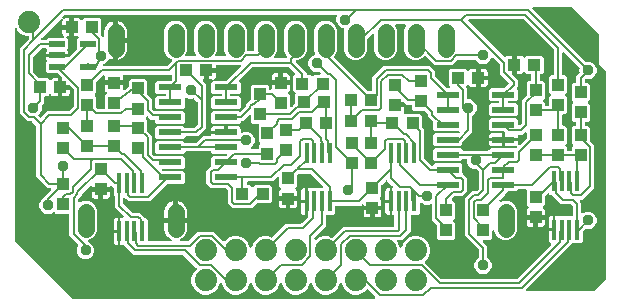
<source format=gbr>
G04 EAGLE Gerber X2 export*
%TF.Part,Single*%
%TF.FileFunction,Copper,L2,Bot,Mixed*%
%TF.FilePolarity,Positive*%
%TF.GenerationSoftware,Autodesk,EAGLE,9.0.1*%
%TF.CreationDate,2018-06-21T02:26:47Z*%
G75*
%MOMM*%
%FSLAX34Y34*%
%LPD*%
%AMOC8*
5,1,8,0,0,1.08239X$1,22.5*%
G01*
%ADD10R,1.100000X1.000000*%
%ADD11C,1.879600*%
%ADD12C,1.409600*%
%ADD13R,1.320800X0.558800*%
%ADD14R,1.981200X0.558800*%
%ADD15R,1.000000X1.100000*%
%ADD16R,0.431800X1.778000*%
%ADD17C,0.203200*%
%ADD18C,0.950000*%
%ADD19C,1.500000*%

G36*
X428363Y20333D02*
X428363Y20333D01*
X428451Y20336D01*
X428503Y20353D01*
X428558Y20361D01*
X428638Y20396D01*
X428721Y20423D01*
X428761Y20451D01*
X428818Y20477D01*
X428931Y20573D01*
X428995Y20618D01*
X457511Y49135D01*
X457535Y49166D01*
X457564Y49192D01*
X457620Y49279D01*
X457682Y49362D01*
X457696Y49398D01*
X457717Y49431D01*
X457746Y49531D01*
X457783Y49627D01*
X457787Y49666D01*
X457798Y49704D01*
X457798Y49808D01*
X457807Y49911D01*
X457799Y49949D01*
X457799Y49988D01*
X457771Y50088D01*
X457751Y50190D01*
X457733Y50224D01*
X457722Y50262D01*
X457668Y50350D01*
X457620Y50442D01*
X457593Y50470D01*
X457572Y50503D01*
X457496Y50573D01*
X457424Y50648D01*
X457390Y50668D01*
X457361Y50694D01*
X457291Y50726D01*
X457179Y50792D01*
X457107Y50810D01*
X457056Y50833D01*
X457010Y50845D01*
X456431Y51180D01*
X455958Y51653D01*
X455623Y52232D01*
X455450Y52879D01*
X455450Y61024D01*
X460086Y61024D01*
X460144Y61032D01*
X460203Y61031D01*
X460284Y61052D01*
X460368Y61064D01*
X460421Y61088D01*
X460478Y61103D01*
X460550Y61146D01*
X460627Y61180D01*
X460672Y61218D01*
X460722Y61248D01*
X460780Y61309D01*
X460844Y61364D01*
X460857Y61384D01*
X460907Y61437D01*
X460971Y61491D01*
X461004Y61540D01*
X461044Y61583D01*
X461082Y61658D01*
X461129Y61728D01*
X461147Y61784D01*
X461173Y61836D01*
X461185Y61904D01*
X461215Y61999D01*
X461217Y62099D01*
X461229Y62167D01*
X461229Y73534D01*
X462643Y73534D01*
X462704Y73517D01*
X462782Y73508D01*
X462857Y73489D01*
X462922Y73491D01*
X462987Y73483D01*
X463063Y73495D01*
X463141Y73498D01*
X463203Y73518D01*
X463267Y73528D01*
X463279Y73534D01*
X475078Y73534D01*
X475136Y73542D01*
X475194Y73540D01*
X475276Y73562D01*
X475360Y73574D01*
X475413Y73597D01*
X475469Y73612D01*
X475542Y73655D01*
X475619Y73690D01*
X475664Y73728D01*
X475714Y73757D01*
X475772Y73819D01*
X475836Y73873D01*
X475868Y73922D01*
X475908Y73965D01*
X475947Y74040D01*
X475994Y74110D01*
X476011Y74166D01*
X476038Y74218D01*
X476049Y74286D01*
X476079Y74381D01*
X476082Y74481D01*
X476093Y74549D01*
X476093Y81603D01*
X476081Y81690D01*
X476078Y81777D01*
X476061Y81830D01*
X476053Y81885D01*
X476018Y81965D01*
X475991Y82048D01*
X475963Y82087D01*
X475937Y82144D01*
X475841Y82257D01*
X475796Y82321D01*
X474976Y83141D01*
X474906Y83193D01*
X474842Y83253D01*
X474793Y83279D01*
X474749Y83312D01*
X474667Y83343D01*
X474589Y83383D01*
X474542Y83391D01*
X474483Y83413D01*
X474336Y83425D01*
X474258Y83438D01*
X465819Y83438D01*
X457989Y91269D01*
X457919Y91321D01*
X457855Y91381D01*
X457806Y91407D01*
X457761Y91440D01*
X457680Y91471D01*
X457602Y91511D01*
X457554Y91519D01*
X457496Y91541D01*
X457348Y91553D01*
X457271Y91566D01*
X456939Y91566D01*
X456062Y92443D01*
X456015Y92478D01*
X455975Y92521D01*
X455902Y92563D01*
X455835Y92614D01*
X455780Y92635D01*
X455730Y92664D01*
X455648Y92685D01*
X455569Y92715D01*
X455511Y92720D01*
X455454Y92734D01*
X455370Y92732D01*
X455286Y92739D01*
X455228Y92727D01*
X455170Y92725D01*
X455090Y92699D01*
X455007Y92683D01*
X454955Y92656D01*
X454899Y92638D01*
X454843Y92598D01*
X454755Y92552D01*
X454682Y92483D01*
X454626Y92443D01*
X452338Y90155D01*
X452286Y90085D01*
X452226Y90021D01*
X452200Y89972D01*
X452167Y89928D01*
X452136Y89846D01*
X452096Y89768D01*
X452088Y89721D01*
X452066Y89662D01*
X452054Y89515D01*
X452041Y89437D01*
X452041Y82910D01*
X450770Y81639D01*
X450740Y81600D01*
X450704Y81567D01*
X450655Y81487D01*
X450599Y81412D01*
X450581Y81366D01*
X450556Y81324D01*
X450531Y81234D01*
X450497Y81146D01*
X450493Y81097D01*
X450480Y81050D01*
X450482Y80956D01*
X450474Y80863D01*
X450484Y80815D01*
X450484Y80766D01*
X450511Y80676D01*
X450530Y80584D01*
X450552Y80541D01*
X450566Y80494D01*
X450617Y80415D01*
X450661Y80332D01*
X450694Y80296D01*
X450721Y80255D01*
X450778Y80208D01*
X450857Y80126D01*
X450932Y80082D01*
X450980Y80042D01*
X451060Y79996D01*
X451533Y79523D01*
X451868Y78943D01*
X452041Y78297D01*
X452041Y74494D01*
X445516Y74494D01*
X445458Y74485D01*
X445400Y74487D01*
X445318Y74466D01*
X445235Y74454D01*
X445181Y74430D01*
X445125Y74415D01*
X445052Y74372D01*
X444975Y74338D01*
X444931Y74300D01*
X444880Y74270D01*
X444823Y74208D01*
X444758Y74154D01*
X444726Y74105D01*
X444686Y74063D01*
X444647Y73988D01*
X444601Y73917D01*
X444583Y73861D01*
X444556Y73809D01*
X444545Y73741D01*
X444515Y73646D01*
X444512Y73546D01*
X444501Y73478D01*
X444501Y72462D01*
X444499Y72462D01*
X444499Y73478D01*
X444491Y73536D01*
X444492Y73595D01*
X444471Y73676D01*
X444459Y73760D01*
X444435Y73813D01*
X444421Y73870D01*
X444378Y73942D01*
X444343Y74019D01*
X444305Y74064D01*
X444275Y74114D01*
X444214Y74172D01*
X444159Y74236D01*
X444111Y74269D01*
X444068Y74309D01*
X443993Y74347D01*
X443923Y74394D01*
X443867Y74412D01*
X443815Y74438D01*
X443747Y74450D01*
X443652Y74480D01*
X443552Y74482D01*
X443484Y74494D01*
X436959Y74494D01*
X436959Y78297D01*
X437132Y78943D01*
X437467Y79523D01*
X437940Y79996D01*
X438020Y80042D01*
X438058Y80072D01*
X438102Y80094D01*
X438170Y80159D01*
X438244Y80217D01*
X438273Y80257D01*
X438308Y80290D01*
X438355Y80371D01*
X438410Y80447D01*
X438427Y80493D01*
X438452Y80535D01*
X438475Y80626D01*
X438507Y80715D01*
X438510Y80764D01*
X438522Y80811D01*
X438519Y80905D01*
X438525Y80999D01*
X438514Y81046D01*
X438513Y81095D01*
X438484Y81185D01*
X438464Y81276D01*
X438440Y81319D01*
X438425Y81366D01*
X438382Y81426D01*
X438328Y81526D01*
X438267Y81588D01*
X438230Y81639D01*
X436959Y82910D01*
X436959Y95441D01*
X436951Y95498D01*
X436953Y95557D01*
X436931Y95638D01*
X436919Y95722D01*
X436896Y95775D01*
X436881Y95832D01*
X436838Y95904D01*
X436803Y95981D01*
X436765Y96026D01*
X436736Y96076D01*
X436674Y96134D01*
X436620Y96198D01*
X436571Y96231D01*
X436528Y96271D01*
X436453Y96309D01*
X436383Y96356D01*
X436327Y96374D01*
X436275Y96400D01*
X436207Y96412D01*
X436112Y96442D01*
X436012Y96444D01*
X435944Y96456D01*
X430479Y96456D01*
X430392Y96444D01*
X430305Y96441D01*
X430252Y96424D01*
X430197Y96416D01*
X430118Y96380D01*
X430034Y96353D01*
X429995Y96325D01*
X429938Y96300D01*
X429825Y96204D01*
X429761Y96158D01*
X428280Y94678D01*
X421828Y94678D01*
X421742Y94666D01*
X421654Y94663D01*
X421602Y94646D01*
X421547Y94638D01*
X421467Y94602D01*
X421384Y94575D01*
X421344Y94547D01*
X421287Y94522D01*
X421174Y94426D01*
X421110Y94380D01*
X418498Y91768D01*
X414014Y87284D01*
X413963Y87216D01*
X413904Y87153D01*
X413878Y87103D01*
X413843Y87057D01*
X413813Y86977D01*
X413774Y86901D01*
X413763Y86845D01*
X413742Y86792D01*
X413735Y86706D01*
X413718Y86622D01*
X413723Y86565D01*
X413719Y86508D01*
X413736Y86424D01*
X413743Y86338D01*
X413763Y86285D01*
X413775Y86229D01*
X413814Y86153D01*
X413845Y86073D01*
X413879Y86028D01*
X413906Y85977D01*
X413965Y85915D01*
X414017Y85846D01*
X414062Y85812D01*
X414101Y85771D01*
X414176Y85728D01*
X414244Y85676D01*
X414298Y85656D01*
X414347Y85627D01*
X414430Y85606D01*
X414510Y85576D01*
X414567Y85571D01*
X414622Y85557D01*
X414708Y85560D01*
X414794Y85553D01*
X414842Y85564D01*
X414906Y85566D01*
X415044Y85611D01*
X415121Y85629D01*
X417193Y86487D01*
X421007Y86487D01*
X424532Y85027D01*
X427229Y82330D01*
X428689Y78805D01*
X428689Y60895D01*
X427229Y57370D01*
X424532Y54673D01*
X421007Y53213D01*
X417193Y53213D01*
X413668Y54673D01*
X410971Y57370D01*
X409544Y60816D01*
X409500Y60890D01*
X409465Y60968D01*
X409428Y61012D01*
X409399Y61061D01*
X409337Y61120D01*
X409281Y61185D01*
X409234Y61217D01*
X409193Y61256D01*
X409116Y61295D01*
X409045Y61343D01*
X408991Y61360D01*
X408940Y61386D01*
X408856Y61403D01*
X408774Y61429D01*
X408717Y61430D01*
X408661Y61441D01*
X408576Y61434D01*
X408490Y61436D01*
X408435Y61421D01*
X408378Y61417D01*
X408298Y61386D01*
X408215Y61364D01*
X408166Y61335D01*
X408113Y61315D01*
X408044Y61263D01*
X407970Y61219D01*
X407931Y61177D01*
X407886Y61143D01*
X407834Y61074D01*
X407776Y61011D01*
X407750Y60961D01*
X407716Y60915D01*
X407691Y60851D01*
X407690Y60850D01*
X407688Y60843D01*
X407685Y60835D01*
X407646Y60758D01*
X407638Y60710D01*
X407615Y60649D01*
X407611Y60599D01*
X407605Y60579D01*
X407603Y60498D01*
X407591Y60427D01*
X407591Y54798D01*
X406102Y53309D01*
X400761Y53309D01*
X400732Y53305D01*
X400703Y53308D01*
X400592Y53285D01*
X400480Y53269D01*
X400453Y53257D01*
X400424Y53252D01*
X400324Y53200D01*
X400220Y53153D01*
X400198Y53134D01*
X400172Y53121D01*
X400090Y53043D01*
X400003Y52970D01*
X399987Y52945D01*
X399966Y52925D01*
X399908Y52827D01*
X399846Y52733D01*
X399837Y52705D01*
X399822Y52680D01*
X399794Y52570D01*
X399760Y52462D01*
X399759Y52432D01*
X399752Y52404D01*
X399756Y52291D01*
X399753Y52178D01*
X399760Y52149D01*
X399761Y52120D01*
X399796Y52012D01*
X399824Y51903D01*
X399839Y51877D01*
X399848Y51849D01*
X399894Y51786D01*
X399970Y51658D01*
X399975Y51654D01*
X399975Y51653D01*
X400016Y51614D01*
X400043Y51576D01*
X401226Y50394D01*
X403607Y48013D01*
X403607Y38847D01*
X403607Y38845D01*
X403607Y38843D01*
X403628Y38699D01*
X403647Y38565D01*
X403647Y38564D01*
X403647Y38562D01*
X403704Y38436D01*
X403763Y38306D01*
X403764Y38304D01*
X403764Y38303D01*
X403857Y38195D01*
X403946Y38089D01*
X403948Y38088D01*
X403949Y38087D01*
X403962Y38079D01*
X404173Y37938D01*
X406231Y35880D01*
X407341Y33200D01*
X407341Y30300D01*
X406231Y27620D01*
X404180Y25569D01*
X401500Y24459D01*
X398600Y24459D01*
X395920Y25569D01*
X393869Y27620D01*
X392759Y30300D01*
X392759Y33200D01*
X393869Y35880D01*
X395943Y37953D01*
X395985Y37979D01*
X396111Y38053D01*
X396113Y38054D01*
X396114Y38055D01*
X396209Y38156D01*
X396307Y38260D01*
X396307Y38261D01*
X396308Y38262D01*
X396373Y38388D01*
X396437Y38513D01*
X396437Y38514D01*
X396438Y38516D01*
X396440Y38531D01*
X396492Y38791D01*
X396489Y38822D01*
X396493Y38847D01*
X396493Y44646D01*
X396481Y44732D01*
X396478Y44820D01*
X396461Y44872D01*
X396453Y44927D01*
X396418Y45007D01*
X396391Y45090D01*
X396363Y45130D01*
X396337Y45187D01*
X396241Y45300D01*
X396196Y45364D01*
X386762Y54797D01*
X384381Y57178D01*
X384381Y88269D01*
X390631Y94519D01*
X393868Y94519D01*
X393955Y94531D01*
X394042Y94534D01*
X394095Y94551D01*
X394150Y94559D01*
X394230Y94594D01*
X394313Y94621D01*
X394352Y94649D01*
X394409Y94675D01*
X394522Y94771D01*
X394586Y94816D01*
X396196Y96426D01*
X396248Y96496D01*
X396308Y96560D01*
X396334Y96609D01*
X396367Y96653D01*
X396398Y96735D01*
X396438Y96813D01*
X396446Y96860D01*
X396468Y96919D01*
X396480Y97066D01*
X396493Y97144D01*
X396493Y110557D01*
X396481Y110644D01*
X396478Y110731D01*
X396461Y110784D01*
X396453Y110839D01*
X396418Y110919D01*
X396391Y111002D01*
X396363Y111041D01*
X396337Y111098D01*
X396241Y111211D01*
X396196Y111275D01*
X394409Y113062D01*
X394339Y113114D01*
X394275Y113174D01*
X394226Y113200D01*
X394182Y113233D01*
X394100Y113264D01*
X394022Y113304D01*
X393975Y113312D01*
X393916Y113334D01*
X393769Y113346D01*
X393691Y113359D01*
X392250Y113359D01*
X389570Y114469D01*
X387519Y116520D01*
X386409Y119200D01*
X386409Y120841D01*
X386401Y120898D01*
X386403Y120957D01*
X386381Y121038D01*
X386369Y121122D01*
X386346Y121175D01*
X386331Y121232D01*
X386288Y121304D01*
X386253Y121381D01*
X386215Y121426D01*
X386186Y121476D01*
X386124Y121534D01*
X386070Y121598D01*
X386021Y121631D01*
X385978Y121671D01*
X385903Y121709D01*
X385833Y121756D01*
X385777Y121774D01*
X385725Y121800D01*
X385657Y121812D01*
X385562Y121842D01*
X385462Y121844D01*
X385394Y121856D01*
X383235Y121856D01*
X383148Y121844D01*
X383061Y121841D01*
X383008Y121824D01*
X382953Y121816D01*
X382874Y121780D01*
X382790Y121753D01*
X382751Y121725D01*
X382694Y121700D01*
X382581Y121604D01*
X382517Y121558D01*
X381036Y120078D01*
X359120Y120078D01*
X357631Y121566D01*
X357631Y129259D01*
X359120Y130747D01*
X381036Y130747D01*
X382517Y129267D01*
X382587Y129214D01*
X382651Y129154D01*
X382700Y129129D01*
X382744Y129096D01*
X382826Y129065D01*
X382904Y129025D01*
X382951Y129017D01*
X383010Y128994D01*
X383158Y128982D01*
X383235Y128969D01*
X404165Y128969D01*
X404252Y128981D01*
X404339Y128984D01*
X404392Y129001D01*
X404447Y129009D01*
X404526Y129045D01*
X404610Y129072D01*
X404649Y129100D01*
X404706Y129125D01*
X404819Y129221D01*
X404883Y129267D01*
X406364Y130747D01*
X427947Y130747D01*
X428033Y130759D01*
X428121Y130762D01*
X428174Y130779D01*
X428228Y130787D01*
X428308Y130823D01*
X428391Y130850D01*
X428431Y130878D01*
X428488Y130903D01*
X428601Y130999D01*
X428665Y131045D01*
X428756Y131136D01*
X428768Y131152D01*
X428783Y131164D01*
X428853Y131265D01*
X428927Y131364D01*
X428934Y131382D01*
X428945Y131398D01*
X428985Y131514D01*
X429029Y131629D01*
X429030Y131649D01*
X429036Y131667D01*
X429042Y131790D01*
X429052Y131913D01*
X429048Y131932D01*
X429049Y131951D01*
X429020Y132071D01*
X428996Y132191D01*
X428987Y132209D01*
X428983Y132228D01*
X428922Y132335D01*
X428865Y132444D01*
X428852Y132458D01*
X428842Y132475D01*
X428754Y132561D01*
X428669Y132650D01*
X428652Y132660D01*
X428638Y132673D01*
X428530Y132731D01*
X428424Y132793D01*
X428405Y132798D01*
X428388Y132808D01*
X428268Y132833D01*
X428148Y132864D01*
X428129Y132863D01*
X428110Y132867D01*
X428036Y132860D01*
X427864Y132854D01*
X427816Y132839D01*
X427776Y132835D01*
X427563Y132778D01*
X418718Y132778D01*
X418718Y136716D01*
X429769Y136716D01*
X429769Y134984D01*
X429712Y134771D01*
X429709Y134751D01*
X429702Y134733D01*
X429700Y134707D01*
X429695Y134692D01*
X429694Y134629D01*
X429692Y134611D01*
X429677Y134489D01*
X429680Y134469D01*
X429679Y134450D01*
X429703Y134329D01*
X429722Y134208D01*
X429731Y134190D01*
X429735Y134171D01*
X429791Y134062D01*
X429844Y133951D01*
X429857Y133936D01*
X429866Y133919D01*
X429950Y133830D01*
X430031Y133737D01*
X430048Y133727D01*
X430061Y133713D01*
X430167Y133650D01*
X430271Y133584D01*
X430290Y133579D01*
X430307Y133569D01*
X430425Y133539D01*
X430544Y133504D01*
X430563Y133504D01*
X430582Y133499D01*
X430705Y133503D01*
X430828Y133502D01*
X430847Y133507D01*
X430866Y133508D01*
X430983Y133546D01*
X431101Y133579D01*
X431118Y133589D01*
X431137Y133595D01*
X431197Y133638D01*
X431216Y133650D01*
X431249Y133665D01*
X431274Y133686D01*
X431343Y133729D01*
X431377Y133767D01*
X431410Y133790D01*
X436662Y139042D01*
X436714Y139112D01*
X436774Y139176D01*
X436800Y139225D01*
X436833Y139269D01*
X436864Y139351D01*
X436904Y139429D01*
X436912Y139476D01*
X436934Y139535D01*
X436946Y139682D01*
X436959Y139760D01*
X436959Y143728D01*
X436955Y143757D01*
X436958Y143787D01*
X436935Y143898D01*
X436919Y144010D01*
X436907Y144036D01*
X436902Y144065D01*
X436849Y144166D01*
X436803Y144269D01*
X436784Y144292D01*
X436771Y144318D01*
X436693Y144400D01*
X436620Y144486D01*
X436595Y144502D01*
X436575Y144524D01*
X436477Y144581D01*
X436383Y144644D01*
X436355Y144653D01*
X436330Y144667D01*
X436220Y144695D01*
X436112Y144730D01*
X436082Y144730D01*
X436054Y144738D01*
X435941Y144734D01*
X435828Y144737D01*
X435799Y144729D01*
X435770Y144728D01*
X435662Y144694D01*
X435553Y144665D01*
X435527Y144650D01*
X435499Y144641D01*
X435436Y144595D01*
X435308Y144520D01*
X435265Y144474D01*
X435226Y144446D01*
X433273Y142493D01*
X430756Y142493D01*
X430708Y142486D01*
X430659Y142489D01*
X430568Y142467D01*
X430475Y142453D01*
X430430Y142434D01*
X430383Y142422D01*
X430301Y142376D01*
X430215Y142337D01*
X430178Y142306D01*
X430136Y142282D01*
X430070Y142214D01*
X429998Y142154D01*
X429971Y142113D01*
X429937Y142078D01*
X429893Y141995D01*
X429841Y141917D01*
X429826Y141870D01*
X429803Y141827D01*
X429783Y141736D01*
X429755Y141646D01*
X429754Y141597D01*
X429744Y141549D01*
X429751Y141475D01*
X429748Y141362D01*
X429769Y141281D01*
X429769Y139509D01*
X418718Y139509D01*
X418718Y143966D01*
X418706Y144052D01*
X418703Y144140D01*
X418686Y144192D01*
X418678Y144247D01*
X418643Y144327D01*
X418616Y144410D01*
X418588Y144450D01*
X418562Y144507D01*
X418466Y144620D01*
X418421Y144684D01*
X417924Y145180D01*
X417854Y145233D01*
X417790Y145293D01*
X417741Y145318D01*
X417697Y145351D01*
X417615Y145382D01*
X417537Y145422D01*
X417490Y145430D01*
X417431Y145453D01*
X417284Y145465D01*
X417206Y145478D01*
X406364Y145478D01*
X404875Y146966D01*
X404875Y154659D01*
X406364Y156147D01*
X428280Y156147D01*
X429769Y154659D01*
X429769Y151500D01*
X429773Y151471D01*
X429770Y151441D01*
X429793Y151330D01*
X429809Y151218D01*
X429821Y151192D01*
X429826Y151163D01*
X429879Y151062D01*
X429925Y150959D01*
X429944Y150936D01*
X429957Y150910D01*
X430035Y150828D01*
X430108Y150742D01*
X430133Y150726D01*
X430153Y150704D01*
X430251Y150647D01*
X430345Y150584D01*
X430373Y150575D01*
X430398Y150561D01*
X430508Y150533D01*
X430616Y150498D01*
X430646Y150498D01*
X430674Y150490D01*
X430787Y150494D01*
X430900Y150491D01*
X430929Y150499D01*
X430958Y150500D01*
X431066Y150534D01*
X431175Y150563D01*
X431201Y150578D01*
X431229Y150587D01*
X431293Y150633D01*
X431420Y150708D01*
X431463Y150754D01*
X431502Y150782D01*
X432598Y151878D01*
X432650Y151948D01*
X432710Y152012D01*
X432736Y152061D01*
X432769Y152105D01*
X432800Y152187D01*
X432840Y152265D01*
X432848Y152312D01*
X432870Y152371D01*
X432882Y152518D01*
X432895Y152596D01*
X432895Y171186D01*
X436662Y174952D01*
X436714Y175022D01*
X436774Y175086D01*
X436800Y175135D01*
X436833Y175180D01*
X436864Y175261D01*
X436904Y175339D01*
X436912Y175387D01*
X436934Y175445D01*
X436946Y175593D01*
X436959Y175670D01*
X436959Y186502D01*
X438448Y187991D01*
X439928Y187991D01*
X439986Y187999D01*
X440044Y187997D01*
X440126Y188019D01*
X440210Y188031D01*
X440263Y188054D01*
X440319Y188069D01*
X440392Y188112D01*
X440469Y188147D01*
X440514Y188185D01*
X440564Y188214D01*
X440622Y188276D01*
X440686Y188330D01*
X440718Y188379D01*
X440758Y188422D01*
X440797Y188497D01*
X440844Y188567D01*
X440861Y188623D01*
X440888Y188675D01*
X440899Y188743D01*
X440929Y188838D01*
X440932Y188938D01*
X440943Y189006D01*
X440943Y193057D01*
X440935Y193114D01*
X440937Y193173D01*
X440915Y193254D01*
X440903Y193338D01*
X440880Y193391D01*
X440865Y193448D01*
X440822Y193520D01*
X440787Y193597D01*
X440749Y193642D01*
X440720Y193692D01*
X440658Y193750D01*
X440604Y193814D01*
X440555Y193847D01*
X440512Y193887D01*
X440437Y193925D01*
X440367Y193972D01*
X440311Y193990D01*
X440259Y194016D01*
X440191Y194028D01*
X440096Y194058D01*
X439996Y194060D01*
X439928Y194072D01*
X436923Y194072D01*
X435651Y195343D01*
X435612Y195372D01*
X435579Y195408D01*
X435499Y195457D01*
X435424Y195514D01*
X435379Y195531D01*
X435337Y195557D01*
X435246Y195582D01*
X435159Y195615D01*
X435110Y195619D01*
X435063Y195632D01*
X434969Y195631D01*
X434875Y195639D01*
X434827Y195629D01*
X434779Y195628D01*
X434689Y195601D01*
X434597Y195583D01*
X434553Y195560D01*
X434506Y195546D01*
X434428Y195495D01*
X434344Y195452D01*
X434309Y195418D01*
X434268Y195392D01*
X434221Y195334D01*
X434138Y195256D01*
X434094Y195181D01*
X434054Y195133D01*
X434008Y195052D01*
X433535Y194579D01*
X432956Y194245D01*
X432309Y194072D01*
X428506Y194072D01*
X428506Y200596D01*
X428498Y200654D01*
X428499Y200713D01*
X428478Y200794D01*
X428466Y200878D01*
X428442Y200931D01*
X428428Y200988D01*
X428385Y201060D01*
X428350Y201137D01*
X428312Y201182D01*
X428282Y201232D01*
X428221Y201290D01*
X428166Y201354D01*
X428118Y201387D01*
X428075Y201427D01*
X428000Y201465D01*
X427930Y201512D01*
X427874Y201530D01*
X427822Y201556D01*
X427754Y201568D01*
X427659Y201598D01*
X427559Y201600D01*
X427491Y201612D01*
X425459Y201612D01*
X425401Y201603D01*
X425343Y201605D01*
X425261Y201584D01*
X425178Y201572D01*
X425124Y201548D01*
X425068Y201533D01*
X424995Y201490D01*
X424918Y201456D01*
X424873Y201418D01*
X424823Y201388D01*
X424765Y201326D01*
X424701Y201272D01*
X424669Y201223D01*
X424629Y201181D01*
X424590Y201105D01*
X424544Y201035D01*
X424526Y200979D01*
X424499Y200927D01*
X424488Y200859D01*
X424458Y200764D01*
X424455Y200664D01*
X424444Y200596D01*
X424444Y194284D01*
X424456Y194197D01*
X424459Y194110D01*
X424476Y194057D01*
X424484Y194002D01*
X424519Y193922D01*
X424546Y193839D01*
X424574Y193800D01*
X424600Y193743D01*
X424696Y193630D01*
X424741Y193566D01*
X429379Y188928D01*
X429379Y183239D01*
X428701Y182562D01*
X428666Y182515D01*
X428624Y182475D01*
X428581Y182402D01*
X428531Y182335D01*
X428510Y182280D01*
X428480Y182230D01*
X428459Y182148D01*
X428429Y182069D01*
X428424Y182011D01*
X428410Y181954D01*
X428413Y181870D01*
X428406Y181786D01*
X428417Y181729D01*
X428419Y181670D01*
X428445Y181590D01*
X428462Y181507D01*
X428489Y181455D01*
X428507Y181400D01*
X428547Y181343D01*
X428593Y181255D01*
X428661Y181182D01*
X428701Y181126D01*
X429769Y180059D01*
X429769Y172366D01*
X428280Y170878D01*
X421894Y170878D01*
X421836Y170870D01*
X421778Y170871D01*
X421696Y170850D01*
X421612Y170838D01*
X421559Y170814D01*
X421503Y170799D01*
X421430Y170756D01*
X421353Y170722D01*
X421308Y170684D01*
X421258Y170654D01*
X421200Y170592D01*
X421136Y170538D01*
X421104Y170489D01*
X421064Y170447D01*
X421025Y170372D01*
X420978Y170301D01*
X420961Y170246D01*
X420934Y170194D01*
X420923Y170126D01*
X420893Y170030D01*
X420890Y169931D01*
X420879Y169863D01*
X420879Y169862D01*
X420887Y169805D01*
X420885Y169746D01*
X420886Y169744D01*
X420907Y169665D01*
X420919Y169581D01*
X420942Y169528D01*
X420957Y169471D01*
X421000Y169399D01*
X421035Y169322D01*
X421073Y169277D01*
X421102Y169227D01*
X421164Y169169D01*
X421218Y169105D01*
X421267Y169072D01*
X421310Y169032D01*
X421385Y168994D01*
X421455Y168947D01*
X421511Y168929D01*
X421563Y168903D01*
X421631Y168891D01*
X421726Y168861D01*
X421826Y168859D01*
X421894Y168847D01*
X428280Y168847D01*
X429769Y167359D01*
X429769Y159666D01*
X428280Y158178D01*
X406364Y158178D01*
X404875Y159666D01*
X404875Y167359D01*
X406364Y168847D01*
X412750Y168847D01*
X412808Y168855D01*
X412866Y168854D01*
X412948Y168875D01*
X413032Y168887D01*
X413085Y168911D01*
X413141Y168926D01*
X413214Y168969D01*
X413291Y169003D01*
X413336Y169041D01*
X413386Y169071D01*
X413444Y169133D01*
X413508Y169187D01*
X413540Y169236D01*
X413580Y169278D01*
X413619Y169353D01*
X413666Y169424D01*
X413683Y169479D01*
X413710Y169531D01*
X413721Y169599D01*
X413751Y169695D01*
X413754Y169794D01*
X413765Y169862D01*
X413765Y169863D01*
X413757Y169920D01*
X413759Y169979D01*
X413737Y170060D01*
X413725Y170144D01*
X413702Y170197D01*
X413687Y170254D01*
X413644Y170326D01*
X413609Y170403D01*
X413571Y170448D01*
X413542Y170498D01*
X413480Y170556D01*
X413426Y170620D01*
X413377Y170653D01*
X413334Y170693D01*
X413259Y170731D01*
X413189Y170778D01*
X413133Y170796D01*
X413081Y170822D01*
X413013Y170834D01*
X412918Y170864D01*
X412818Y170866D01*
X412750Y170878D01*
X406364Y170878D01*
X404875Y172366D01*
X404875Y180059D01*
X406364Y181547D01*
X417206Y181547D01*
X417293Y181559D01*
X417380Y181562D01*
X417433Y181579D01*
X417488Y181587D01*
X417568Y181623D01*
X417651Y181650D01*
X417690Y181678D01*
X417747Y181703D01*
X417860Y181799D01*
X417924Y181845D01*
X421445Y185366D01*
X421480Y185413D01*
X421523Y185453D01*
X421566Y185526D01*
X421616Y185593D01*
X421637Y185648D01*
X421667Y185698D01*
X421687Y185780D01*
X421717Y185859D01*
X421722Y185917D01*
X421737Y185974D01*
X421734Y186058D01*
X421741Y186142D01*
X421730Y186199D01*
X421728Y186258D01*
X421702Y186338D01*
X421685Y186421D01*
X421658Y186473D01*
X421640Y186528D01*
X421600Y186584D01*
X421554Y186673D01*
X421485Y186745D01*
X421445Y186802D01*
X414370Y193877D01*
X414370Y201306D01*
X414358Y201393D01*
X414355Y201480D01*
X414338Y201533D01*
X414330Y201588D01*
X414295Y201668D01*
X414268Y201751D01*
X414240Y201790D01*
X414214Y201847D01*
X414118Y201960D01*
X414073Y202024D01*
X408607Y207490D01*
X408516Y207558D01*
X408428Y207633D01*
X408402Y207644D01*
X408380Y207660D01*
X408273Y207701D01*
X408168Y207748D01*
X408140Y207752D01*
X408115Y207762D01*
X408000Y207771D01*
X407886Y207787D01*
X407859Y207783D01*
X407831Y207785D01*
X407719Y207763D01*
X407605Y207746D01*
X407580Y207735D01*
X407553Y207729D01*
X407451Y207676D01*
X407346Y207629D01*
X407325Y207611D01*
X407300Y207598D01*
X407217Y207519D01*
X407130Y207445D01*
X407116Y207424D01*
X407094Y207403D01*
X406959Y207173D01*
X406952Y207160D01*
X406231Y205420D01*
X404180Y203369D01*
X401500Y202259D01*
X398600Y202259D01*
X395920Y203369D01*
X393847Y205443D01*
X393821Y205485D01*
X393747Y205611D01*
X393746Y205613D01*
X393745Y205614D01*
X393645Y205708D01*
X393540Y205807D01*
X393539Y205807D01*
X393538Y205808D01*
X393412Y205873D01*
X393287Y205937D01*
X393286Y205937D01*
X393284Y205938D01*
X393269Y205940D01*
X393009Y205992D01*
X392978Y205989D01*
X392953Y205993D01*
X378820Y205993D01*
X378733Y205981D01*
X378646Y205978D01*
X378593Y205961D01*
X378538Y205953D01*
X378458Y205918D01*
X378375Y205891D01*
X378336Y205863D01*
X378279Y205837D01*
X378166Y205741D01*
X378102Y205696D01*
X373955Y201549D01*
X358571Y201549D01*
X351407Y208713D01*
X351360Y208748D01*
X351320Y208790D01*
X351247Y208833D01*
X351180Y208884D01*
X351125Y208905D01*
X351075Y208934D01*
X350993Y208955D01*
X350914Y208985D01*
X350856Y208990D01*
X350799Y209004D01*
X350715Y209002D01*
X350631Y209009D01*
X350574Y208997D01*
X350515Y208995D01*
X350435Y208969D01*
X350352Y208953D01*
X350300Y208926D01*
X350245Y208908D01*
X350188Y208868D01*
X350100Y208822D01*
X350028Y208753D01*
X349971Y208713D01*
X348332Y207073D01*
X344807Y205613D01*
X340993Y205613D01*
X337468Y207073D01*
X334771Y209770D01*
X333311Y213295D01*
X333311Y231205D01*
X334648Y234433D01*
X334677Y234545D01*
X334712Y234654D01*
X334712Y234682D01*
X334719Y234709D01*
X334716Y234823D01*
X334719Y234938D01*
X334712Y234965D01*
X334711Y234993D01*
X334676Y235102D01*
X334647Y235213D01*
X334633Y235237D01*
X334625Y235264D01*
X334561Y235359D01*
X334502Y235458D01*
X334482Y235477D01*
X334466Y235500D01*
X334379Y235574D01*
X334295Y235652D01*
X334270Y235665D01*
X334249Y235683D01*
X334144Y235729D01*
X334042Y235782D01*
X334017Y235786D01*
X333989Y235798D01*
X333725Y235835D01*
X333710Y235837D01*
X326690Y235837D01*
X326576Y235821D01*
X326461Y235811D01*
X326436Y235801D01*
X326408Y235797D01*
X326303Y235750D01*
X326196Y235709D01*
X326174Y235693D01*
X326149Y235681D01*
X326061Y235607D01*
X325969Y235538D01*
X325953Y235515D01*
X325932Y235498D01*
X325868Y235402D01*
X325799Y235310D01*
X325789Y235284D01*
X325774Y235261D01*
X325739Y235151D01*
X325699Y235044D01*
X325697Y235016D01*
X325688Y234990D01*
X325685Y234875D01*
X325676Y234761D01*
X325682Y234736D01*
X325681Y234706D01*
X325748Y234449D01*
X325752Y234433D01*
X327089Y231205D01*
X327089Y213295D01*
X325629Y209770D01*
X322932Y207073D01*
X319407Y205613D01*
X315593Y205613D01*
X312068Y207073D01*
X309371Y209770D01*
X307911Y213295D01*
X307911Y226506D01*
X307907Y226535D01*
X307910Y226564D01*
X307887Y226676D01*
X307871Y226788D01*
X307859Y226814D01*
X307854Y226843D01*
X307802Y226944D01*
X307755Y227047D01*
X307736Y227070D01*
X307723Y227096D01*
X307645Y227178D01*
X307572Y227264D01*
X307547Y227280D01*
X307527Y227302D01*
X307429Y227359D01*
X307335Y227422D01*
X307307Y227431D01*
X307282Y227445D01*
X307172Y227473D01*
X307064Y227507D01*
X307034Y227508D01*
X307006Y227515D01*
X306893Y227512D01*
X306780Y227515D01*
X306751Y227507D01*
X306722Y227506D01*
X306614Y227472D01*
X306505Y227443D01*
X306479Y227428D01*
X306451Y227419D01*
X306388Y227373D01*
X306260Y227298D01*
X306217Y227252D01*
X306178Y227224D01*
X301986Y223032D01*
X301934Y222962D01*
X301874Y222898D01*
X301848Y222849D01*
X301815Y222805D01*
X301784Y222723D01*
X301744Y222645D01*
X301736Y222598D01*
X301714Y222539D01*
X301702Y222392D01*
X301689Y222314D01*
X301689Y213295D01*
X300229Y209770D01*
X297532Y207073D01*
X294007Y205613D01*
X290193Y205613D01*
X286668Y207073D01*
X283971Y209770D01*
X282511Y213295D01*
X282511Y231234D01*
X282520Y231269D01*
X282555Y231378D01*
X282556Y231406D01*
X282562Y231433D01*
X282559Y231548D01*
X282562Y231662D01*
X282555Y231689D01*
X282554Y231717D01*
X282519Y231826D01*
X282490Y231937D01*
X282476Y231961D01*
X282468Y231988D01*
X282404Y232083D01*
X282345Y232182D01*
X282325Y232201D01*
X282309Y232224D01*
X282221Y232298D01*
X282138Y232376D01*
X282113Y232389D01*
X282092Y232407D01*
X281987Y232453D01*
X281885Y232506D01*
X281860Y232510D01*
X281832Y232522D01*
X281693Y232542D01*
X278965Y233671D01*
X276915Y235722D01*
X275805Y238402D01*
X275805Y241302D01*
X276379Y242689D01*
X276408Y242801D01*
X276443Y242910D01*
X276443Y242938D01*
X276450Y242965D01*
X276447Y243079D01*
X276450Y243194D01*
X276443Y243221D01*
X276442Y243249D01*
X276407Y243358D01*
X276378Y243469D01*
X276364Y243493D01*
X276355Y243520D01*
X276291Y243615D01*
X276233Y243714D01*
X276213Y243733D01*
X276197Y243756D01*
X276109Y243830D01*
X276025Y243908D01*
X276001Y243921D01*
X275980Y243939D01*
X275874Y243986D01*
X275772Y244038D01*
X275748Y244042D01*
X275720Y244054D01*
X275456Y244091D01*
X275441Y244093D01*
X46344Y244093D01*
X46257Y244081D01*
X46170Y244078D01*
X46117Y244061D01*
X46062Y244053D01*
X45982Y244018D01*
X45899Y243991D01*
X45860Y243963D01*
X45803Y243937D01*
X45690Y243841D01*
X45626Y243796D01*
X44210Y242380D01*
X44204Y242372D01*
X44196Y242366D01*
X44118Y242258D01*
X44039Y242152D01*
X44035Y242143D01*
X44029Y242135D01*
X43985Y242011D01*
X43937Y241887D01*
X43937Y241877D01*
X43933Y241868D01*
X43925Y241735D01*
X43914Y241603D01*
X43916Y241594D01*
X43915Y241584D01*
X43944Y241454D01*
X43970Y241325D01*
X43974Y241316D01*
X43977Y241306D01*
X44040Y241190D01*
X44101Y241072D01*
X44108Y241065D01*
X44112Y241056D01*
X44205Y240962D01*
X44297Y240866D01*
X44305Y240861D01*
X44312Y240854D01*
X44428Y240790D01*
X44542Y240723D01*
X44551Y240720D01*
X44560Y240715D01*
X44690Y240685D01*
X44817Y240652D01*
X44827Y240653D01*
X44837Y240651D01*
X44970Y240657D01*
X45102Y240662D01*
X45111Y240665D01*
X45121Y240665D01*
X45174Y240685D01*
X45203Y240694D01*
X45215Y240695D01*
X45991Y240903D01*
X49794Y240903D01*
X49794Y235394D01*
X43784Y235394D01*
X43784Y238697D01*
X43989Y239460D01*
X44011Y239516D01*
X44012Y239526D01*
X44016Y239535D01*
X44027Y239666D01*
X44040Y239799D01*
X44039Y239808D01*
X44039Y239818D01*
X44013Y239948D01*
X43990Y240078D01*
X43985Y240087D01*
X43983Y240097D01*
X43923Y240214D01*
X43864Y240333D01*
X43857Y240341D01*
X43852Y240349D01*
X43761Y240446D01*
X43672Y240543D01*
X43664Y240548D01*
X43657Y240555D01*
X43542Y240623D01*
X43430Y240692D01*
X43420Y240694D01*
X43411Y240699D01*
X43283Y240732D01*
X43155Y240767D01*
X43145Y240767D01*
X43136Y240769D01*
X43004Y240765D01*
X42871Y240763D01*
X42862Y240761D01*
X42852Y240760D01*
X42726Y240720D01*
X42599Y240681D01*
X42591Y240676D01*
X42581Y240673D01*
X42535Y240640D01*
X42360Y240527D01*
X42337Y240499D01*
X42308Y240478D01*
X26170Y224340D01*
X26152Y224316D01*
X26130Y224297D01*
X26067Y224203D01*
X25999Y224113D01*
X25989Y224085D01*
X25972Y224061D01*
X25938Y223953D01*
X25898Y223847D01*
X25895Y223818D01*
X25886Y223790D01*
X25884Y223676D01*
X25874Y223564D01*
X25880Y223535D01*
X25879Y223506D01*
X25908Y223396D01*
X25930Y223285D01*
X25944Y223259D01*
X25951Y223231D01*
X26009Y223133D01*
X26061Y223033D01*
X26081Y223011D01*
X26096Y222986D01*
X26179Y222909D01*
X26257Y222827D01*
X26282Y222812D01*
X26304Y222792D01*
X26404Y222740D01*
X26502Y222683D01*
X26531Y222676D01*
X26557Y222662D01*
X26634Y222649D01*
X26778Y222613D01*
X26840Y222615D01*
X26888Y222607D01*
X29579Y222607D01*
X29665Y222619D01*
X29753Y222622D01*
X29805Y222639D01*
X29860Y222647D01*
X29940Y222682D01*
X30023Y222709D01*
X30062Y222737D01*
X30119Y222763D01*
X30233Y222859D01*
X30296Y222904D01*
X31777Y224385D01*
X44344Y224385D01*
X44364Y224387D01*
X44383Y224385D01*
X44504Y224407D01*
X44626Y224425D01*
X44644Y224433D01*
X44663Y224436D01*
X44773Y224491D01*
X44885Y224541D01*
X44900Y224553D01*
X44918Y224562D01*
X45009Y224645D01*
X45102Y224724D01*
X45113Y224741D01*
X45128Y224754D01*
X45192Y224859D01*
X45260Y224961D01*
X45266Y224980D01*
X45276Y224997D01*
X45308Y225115D01*
X45346Y225232D01*
X45346Y225252D01*
X45351Y225271D01*
X45350Y225393D01*
X45353Y225516D01*
X45348Y225535D01*
X45348Y225555D01*
X45312Y225673D01*
X45281Y225791D01*
X45271Y225808D01*
X45265Y225827D01*
X45198Y225930D01*
X45136Y226036D01*
X45122Y226049D01*
X45111Y226066D01*
X45054Y226113D01*
X44929Y226230D01*
X44883Y226254D01*
X44852Y226279D01*
X44765Y226329D01*
X44292Y226802D01*
X43957Y227382D01*
X43784Y228028D01*
X43784Y231331D01*
X49794Y231331D01*
X49794Y225822D01*
X48104Y225822D01*
X48075Y225818D01*
X48046Y225820D01*
X47935Y225798D01*
X47822Y225782D01*
X47796Y225770D01*
X47767Y225764D01*
X47666Y225712D01*
X47563Y225666D01*
X47541Y225647D01*
X47515Y225633D01*
X47432Y225555D01*
X47346Y225482D01*
X47330Y225458D01*
X47308Y225437D01*
X47251Y225340D01*
X47188Y225245D01*
X47180Y225217D01*
X47165Y225192D01*
X47137Y225083D01*
X47103Y224974D01*
X47102Y224945D01*
X47095Y224917D01*
X47098Y224804D01*
X47095Y224690D01*
X47103Y224662D01*
X47104Y224632D01*
X47139Y224524D01*
X47167Y224415D01*
X47182Y224390D01*
X47191Y224362D01*
X47237Y224298D01*
X47312Y224171D01*
X47358Y224128D01*
X47386Y224089D01*
X48578Y222896D01*
X48578Y215204D01*
X48332Y214957D01*
X48291Y214902D01*
X48242Y214855D01*
X48206Y214789D01*
X48161Y214730D01*
X48136Y214666D01*
X48103Y214607D01*
X48086Y214534D01*
X48059Y214464D01*
X48054Y214396D01*
X48038Y214330D01*
X48042Y214255D01*
X48036Y214181D01*
X48049Y214114D01*
X48053Y214046D01*
X48075Y213987D01*
X48092Y213902D01*
X48144Y213801D01*
X48170Y213731D01*
X48405Y213325D01*
X48578Y212678D01*
X48578Y210946D01*
X39815Y210946D01*
X39757Y210938D01*
X39698Y210940D01*
X39617Y210918D01*
X39533Y210906D01*
X39480Y210883D01*
X39427Y210869D01*
X39383Y210891D01*
X39315Y210902D01*
X39220Y210932D01*
X39120Y210935D01*
X39052Y210946D01*
X30289Y210946D01*
X30289Y212678D01*
X30462Y213325D01*
X30697Y213731D01*
X30722Y213795D01*
X30757Y213853D01*
X30775Y213926D01*
X30803Y213995D01*
X30810Y214063D01*
X30827Y214129D01*
X30824Y214204D01*
X30832Y214278D01*
X30820Y214345D01*
X30818Y214413D01*
X30795Y214484D01*
X30782Y214558D01*
X30751Y214619D01*
X30730Y214684D01*
X30694Y214735D01*
X30655Y214812D01*
X30578Y214897D01*
X30535Y214957D01*
X30296Y215196D01*
X30227Y215249D01*
X30163Y215308D01*
X30113Y215334D01*
X30069Y215367D01*
X29988Y215398D01*
X29910Y215438D01*
X29862Y215446D01*
X29804Y215468D01*
X29656Y215480D01*
X29579Y215493D01*
X26710Y215493D01*
X26623Y215481D01*
X26536Y215478D01*
X26483Y215461D01*
X26428Y215453D01*
X26348Y215418D01*
X26265Y215391D01*
X26226Y215363D01*
X26169Y215337D01*
X26056Y215241D01*
X25992Y215196D01*
X19170Y208374D01*
X19118Y208304D01*
X19058Y208240D01*
X19032Y208191D01*
X18999Y208147D01*
X18968Y208065D01*
X18928Y207987D01*
X18920Y207940D01*
X18898Y207881D01*
X18892Y207806D01*
X18887Y207790D01*
X18885Y207730D01*
X18873Y207656D01*
X18873Y196128D01*
X18885Y196041D01*
X18888Y195954D01*
X18905Y195901D01*
X18913Y195846D01*
X18948Y195766D01*
X18975Y195683D01*
X19003Y195644D01*
X19029Y195587D01*
X19125Y195474D01*
X19170Y195410D01*
X24179Y190401D01*
X24249Y190348D01*
X24313Y190288D01*
X24362Y190263D01*
X24407Y190230D01*
X24488Y190199D01*
X24566Y190159D01*
X24614Y190151D01*
X24672Y190128D01*
X24820Y190116D01*
X24897Y190103D01*
X31390Y190103D01*
X32661Y188832D01*
X32700Y188803D01*
X32733Y188767D01*
X32813Y188718D01*
X32888Y188661D01*
X32934Y188644D01*
X32975Y188618D01*
X33066Y188594D01*
X33154Y188560D01*
X33203Y188556D01*
X33250Y188543D01*
X33344Y188544D01*
X33437Y188536D01*
X33485Y188546D01*
X33534Y188547D01*
X33624Y188574D01*
X33716Y188592D01*
X33759Y188615D01*
X33806Y188629D01*
X33885Y188680D01*
X33968Y188723D01*
X34004Y188757D01*
X34045Y188783D01*
X34092Y188841D01*
X34174Y188919D01*
X34218Y188994D01*
X34258Y189042D01*
X34304Y189123D01*
X34777Y189596D01*
X35357Y189930D01*
X36003Y190103D01*
X39806Y190103D01*
X39806Y183579D01*
X39814Y183521D01*
X39813Y183462D01*
X39834Y183381D01*
X39846Y183297D01*
X39870Y183244D01*
X39885Y183187D01*
X39928Y183115D01*
X39962Y183038D01*
X40000Y182993D01*
X40030Y182943D01*
X40092Y182885D01*
X40146Y182821D01*
X40195Y182788D01*
X40237Y182748D01*
X40312Y182710D01*
X40383Y182663D01*
X40438Y182645D01*
X40490Y182619D01*
X40559Y182607D01*
X40654Y182577D01*
X40753Y182575D01*
X40822Y182563D01*
X41838Y182563D01*
X41838Y182562D01*
X40822Y182562D01*
X40764Y182553D01*
X40705Y182555D01*
X40624Y182534D01*
X40540Y182522D01*
X40487Y182498D01*
X40430Y182483D01*
X40358Y182440D01*
X40281Y182406D01*
X40236Y182368D01*
X40186Y182338D01*
X40128Y182276D01*
X40064Y182222D01*
X40031Y182173D01*
X39991Y182131D01*
X39953Y182055D01*
X39906Y181985D01*
X39888Y181929D01*
X39862Y181877D01*
X39850Y181809D01*
X39820Y181714D01*
X39818Y181614D01*
X39806Y181546D01*
X39806Y175022D01*
X36003Y175022D01*
X35357Y175195D01*
X34777Y175529D01*
X34304Y176002D01*
X34258Y176083D01*
X34228Y176121D01*
X34206Y176164D01*
X34141Y176232D01*
X34083Y176306D01*
X34043Y176335D01*
X34010Y176370D01*
X33929Y176418D01*
X33853Y176473D01*
X33807Y176490D01*
X33765Y176514D01*
X33674Y176537D01*
X33585Y176569D01*
X33536Y176572D01*
X33489Y176584D01*
X33395Y176581D01*
X33301Y176587D01*
X33254Y176577D01*
X33205Y176575D01*
X33115Y176546D01*
X33024Y176526D01*
X32981Y176503D01*
X32934Y176488D01*
X32874Y176445D01*
X32774Y176390D01*
X32712Y176329D01*
X32661Y176293D01*
X31390Y175022D01*
X29409Y175022D01*
X29352Y175014D01*
X29293Y175015D01*
X29212Y174994D01*
X29128Y174982D01*
X29075Y174958D01*
X29018Y174943D01*
X28946Y174900D01*
X28869Y174866D01*
X28824Y174828D01*
X28774Y174798D01*
X28716Y174736D01*
X28652Y174682D01*
X28619Y174633D01*
X28579Y174591D01*
X28541Y174516D01*
X28494Y174445D01*
X28476Y174390D01*
X28450Y174338D01*
X28438Y174270D01*
X28408Y174174D01*
X28406Y174075D01*
X28394Y174007D01*
X28394Y169414D01*
X26583Y167603D01*
X26582Y167602D01*
X26581Y167601D01*
X26497Y167488D01*
X26412Y167376D01*
X26412Y167374D01*
X26411Y167373D01*
X26359Y167237D01*
X26311Y167110D01*
X26311Y167109D01*
X26310Y167107D01*
X26299Y166966D01*
X26287Y166827D01*
X26288Y166825D01*
X26288Y166824D01*
X26291Y166808D01*
X26341Y166560D01*
X26341Y163650D01*
X25231Y160970D01*
X23720Y159460D01*
X23685Y159413D01*
X23643Y159373D01*
X23600Y159300D01*
X23550Y159233D01*
X23529Y159178D01*
X23499Y159128D01*
X23478Y159046D01*
X23448Y158967D01*
X23444Y158909D01*
X23429Y158852D01*
X23432Y158768D01*
X23425Y158684D01*
X23436Y158626D01*
X23438Y158568D01*
X23464Y158488D01*
X23481Y158405D01*
X23508Y158353D01*
X23526Y158297D01*
X23566Y158241D01*
X23612Y158153D01*
X23680Y158080D01*
X23720Y158024D01*
X24682Y157062D01*
X24729Y157027D01*
X24769Y156985D01*
X24842Y156942D01*
X24909Y156891D01*
X24964Y156871D01*
X25014Y156841D01*
X25096Y156820D01*
X25175Y156790D01*
X25233Y156785D01*
X25290Y156771D01*
X25374Y156774D01*
X25458Y156767D01*
X25516Y156778D01*
X25574Y156780D01*
X25654Y156806D01*
X25737Y156823D01*
X25789Y156850D01*
X25845Y156868D01*
X25901Y156908D01*
X25989Y156954D01*
X26062Y157022D01*
X26118Y157062D01*
X31362Y162307D01*
X48906Y162307D01*
X48993Y162319D01*
X49080Y162322D01*
X49133Y162339D01*
X49188Y162347D01*
X49268Y162382D01*
X49351Y162409D01*
X49390Y162437D01*
X49447Y162463D01*
X49560Y162559D01*
X49624Y162604D01*
X53185Y166165D01*
X53238Y166235D01*
X53298Y166299D01*
X53323Y166348D01*
X53356Y166393D01*
X53387Y166474D01*
X53427Y166552D01*
X53435Y166600D01*
X53458Y166658D01*
X53470Y166806D01*
X53483Y166883D01*
X53483Y180277D01*
X53476Y180325D01*
X53476Y180327D01*
X53475Y180329D01*
X53471Y180364D01*
X53468Y180451D01*
X53451Y180504D01*
X53443Y180559D01*
X53407Y180639D01*
X53380Y180722D01*
X53352Y180761D01*
X53327Y180818D01*
X53231Y180931D01*
X53185Y180995D01*
X49884Y184296D01*
X49814Y184349D01*
X49750Y184409D01*
X49701Y184434D01*
X49657Y184467D01*
X49575Y184498D01*
X49497Y184538D01*
X49450Y184546D01*
X49391Y184568D01*
X49244Y184581D01*
X49166Y184594D01*
X43869Y184594D01*
X43869Y189891D01*
X43856Y189978D01*
X43854Y190065D01*
X43837Y190118D01*
X43829Y190173D01*
X43793Y190253D01*
X43766Y190336D01*
X43738Y190375D01*
X43713Y190432D01*
X43617Y190545D01*
X43571Y190609D01*
X39763Y194418D01*
X39693Y194470D01*
X39629Y194530D01*
X39580Y194556D01*
X39535Y194589D01*
X39454Y194620D01*
X39376Y194660D01*
X39328Y194668D01*
X39270Y194690D01*
X39122Y194702D01*
X39045Y194715D01*
X31777Y194715D01*
X30289Y196204D01*
X30289Y203896D01*
X30535Y204143D01*
X30576Y204198D01*
X30625Y204245D01*
X30661Y204310D01*
X30706Y204370D01*
X30731Y204434D01*
X30764Y204493D01*
X30781Y204566D01*
X30808Y204636D01*
X30813Y204704D01*
X30829Y204770D01*
X30825Y204845D01*
X30831Y204919D01*
X30818Y204986D01*
X30814Y205054D01*
X30792Y205113D01*
X30775Y205198D01*
X30723Y205299D01*
X30697Y205369D01*
X30462Y205775D01*
X30289Y206422D01*
X30289Y208154D01*
X39052Y208154D01*
X39110Y208162D01*
X39169Y208160D01*
X39250Y208182D01*
X39334Y208194D01*
X39387Y208217D01*
X39440Y208231D01*
X39484Y208209D01*
X39552Y208198D01*
X39647Y208168D01*
X39747Y208165D01*
X39815Y208154D01*
X48995Y208154D01*
X49081Y208166D01*
X49169Y208169D01*
X49221Y208186D01*
X49276Y208194D01*
X49356Y208229D01*
X49439Y208256D01*
X49478Y208284D01*
X49536Y208310D01*
X49649Y208406D01*
X49713Y208451D01*
X55899Y214638D01*
X55952Y214708D01*
X56012Y214772D01*
X56037Y214821D01*
X56070Y214865D01*
X56101Y214947D01*
X56141Y215025D01*
X56149Y215072D01*
X56172Y215131D01*
X56184Y215278D01*
X56197Y215356D01*
X56197Y222896D01*
X57389Y224089D01*
X57407Y224112D01*
X57429Y224131D01*
X57492Y224225D01*
X57560Y224316D01*
X57570Y224343D01*
X57587Y224368D01*
X57621Y224475D01*
X57661Y224581D01*
X57664Y224611D01*
X57672Y224639D01*
X57675Y224752D01*
X57685Y224865D01*
X57679Y224893D01*
X57680Y224923D01*
X57651Y225032D01*
X57629Y225144D01*
X57615Y225170D01*
X57608Y225198D01*
X57550Y225295D01*
X57498Y225396D01*
X57478Y225417D01*
X57463Y225442D01*
X57380Y225520D01*
X57302Y225602D01*
X57277Y225617D01*
X57255Y225637D01*
X57154Y225688D01*
X57057Y225746D01*
X57028Y225753D01*
X57002Y225766D01*
X56925Y225779D01*
X56781Y225816D01*
X56719Y225814D01*
X56671Y225822D01*
X53856Y225822D01*
X53856Y232346D01*
X53848Y232404D01*
X53849Y232463D01*
X53828Y232544D01*
X53816Y232628D01*
X53792Y232681D01*
X53778Y232738D01*
X53735Y232810D01*
X53700Y232887D01*
X53662Y232932D01*
X53632Y232982D01*
X53571Y233040D01*
X53516Y233104D01*
X53468Y233137D01*
X53425Y233177D01*
X53350Y233215D01*
X53280Y233262D01*
X53224Y233280D01*
X53172Y233306D01*
X53104Y233318D01*
X53009Y233348D01*
X52909Y233350D01*
X52841Y233362D01*
X51824Y233362D01*
X51824Y233363D01*
X52841Y233363D01*
X52899Y233372D01*
X52957Y233370D01*
X53039Y233391D01*
X53122Y233403D01*
X53176Y233427D01*
X53232Y233442D01*
X53305Y233485D01*
X53382Y233519D01*
X53426Y233557D01*
X53477Y233587D01*
X53534Y233649D01*
X53599Y233703D01*
X53631Y233752D01*
X53671Y233794D01*
X53710Y233870D01*
X53756Y233940D01*
X53774Y233996D01*
X53801Y234048D01*
X53812Y234116D01*
X53842Y234211D01*
X53845Y234311D01*
X53856Y234379D01*
X53856Y240903D01*
X57659Y240903D01*
X58306Y240730D01*
X58885Y240396D01*
X59358Y239923D01*
X59404Y239842D01*
X59434Y239804D01*
X59457Y239761D01*
X59522Y239692D01*
X59579Y239619D01*
X59619Y239590D01*
X59653Y239555D01*
X59734Y239507D01*
X59810Y239452D01*
X59856Y239435D01*
X59898Y239411D01*
X59989Y239388D01*
X60077Y239356D01*
X60126Y239353D01*
X60173Y239341D01*
X60267Y239344D01*
X60361Y239338D01*
X60409Y239348D01*
X60458Y239350D01*
X60547Y239379D01*
X60639Y239399D01*
X60682Y239422D01*
X60728Y239437D01*
X60789Y239480D01*
X60889Y239535D01*
X60950Y239596D01*
X61001Y239632D01*
X62273Y240903D01*
X75377Y240903D01*
X76866Y239415D01*
X76866Y227218D01*
X76839Y227173D01*
X76819Y227091D01*
X76789Y227012D01*
X76784Y226954D01*
X76769Y226897D01*
X76772Y226813D01*
X76765Y226729D01*
X76777Y226672D01*
X76778Y226613D01*
X76804Y226533D01*
X76821Y226450D01*
X76848Y226398D01*
X76866Y226343D01*
X76906Y226287D01*
X76952Y226198D01*
X77021Y226125D01*
X77061Y226069D01*
X77578Y225552D01*
X77602Y225534D01*
X77621Y225512D01*
X77715Y225449D01*
X77805Y225381D01*
X77833Y225371D01*
X77857Y225354D01*
X77965Y225320D01*
X78071Y225280D01*
X78100Y225277D01*
X78128Y225268D01*
X78242Y225266D01*
X78354Y225256D01*
X78383Y225262D01*
X78412Y225261D01*
X78522Y225290D01*
X78633Y225312D01*
X78659Y225326D01*
X78687Y225333D01*
X78785Y225391D01*
X78885Y225443D01*
X78907Y225463D01*
X78932Y225478D01*
X79009Y225561D01*
X79091Y225639D01*
X79106Y225664D01*
X79126Y225686D01*
X79178Y225786D01*
X79235Y225884D01*
X79242Y225913D01*
X79256Y225939D01*
X79269Y226016D01*
X79305Y226160D01*
X79303Y226222D01*
X79311Y226270D01*
X79311Y230053D01*
X79547Y231543D01*
X80014Y232979D01*
X80699Y234324D01*
X81586Y235545D01*
X82653Y236612D01*
X83874Y237499D01*
X85219Y238184D01*
X86655Y238651D01*
X86901Y238690D01*
X86901Y223234D01*
X86909Y223176D01*
X86907Y223118D01*
X86929Y223036D01*
X86941Y222953D01*
X86964Y222899D01*
X86979Y222843D01*
X87022Y222770D01*
X87057Y222693D01*
X87095Y222649D01*
X87124Y222598D01*
X87186Y222541D01*
X87240Y222476D01*
X87289Y222444D01*
X87332Y222404D01*
X87407Y222365D01*
X87477Y222319D01*
X87533Y222301D01*
X87585Y222274D01*
X87653Y222263D01*
X87695Y222250D01*
X87634Y222241D01*
X87581Y222217D01*
X87525Y222203D01*
X87452Y222159D01*
X87375Y222125D01*
X87330Y222087D01*
X87280Y222057D01*
X87222Y221996D01*
X87158Y221941D01*
X87126Y221893D01*
X87086Y221850D01*
X87047Y221775D01*
X87000Y221705D01*
X86983Y221649D01*
X86956Y221597D01*
X86945Y221529D01*
X86915Y221434D01*
X86912Y221334D01*
X86901Y221266D01*
X86901Y205810D01*
X86655Y205849D01*
X85219Y206316D01*
X84330Y206769D01*
X84237Y206801D01*
X84147Y206841D01*
X84103Y206847D01*
X84061Y206861D01*
X83963Y206866D01*
X83865Y206880D01*
X83821Y206873D01*
X83777Y206876D01*
X83681Y206853D01*
X83584Y206839D01*
X83543Y206821D01*
X83500Y206810D01*
X83414Y206762D01*
X83325Y206722D01*
X83291Y206693D01*
X83252Y206671D01*
X83183Y206601D01*
X83109Y206538D01*
X83088Y206504D01*
X83053Y206469D01*
X82969Y206315D01*
X82931Y206253D01*
X82381Y204926D01*
X80330Y202875D01*
X79087Y202360D01*
X79013Y202316D01*
X78935Y202281D01*
X78891Y202244D01*
X78842Y202215D01*
X78783Y202153D01*
X78718Y202097D01*
X78686Y202050D01*
X78647Y202009D01*
X78608Y201932D01*
X78560Y201861D01*
X78543Y201807D01*
X78517Y201756D01*
X78500Y201672D01*
X78474Y201590D01*
X78473Y201533D01*
X78462Y201477D01*
X78469Y201392D01*
X78467Y201306D01*
X78481Y201251D01*
X78486Y201194D01*
X78517Y201113D01*
X78539Y201031D01*
X78568Y200982D01*
X78588Y200929D01*
X78640Y200860D01*
X78684Y200786D01*
X78726Y200747D01*
X78760Y200702D01*
X78829Y200650D01*
X78891Y200592D01*
X78942Y200566D01*
X78988Y200532D01*
X79068Y200501D01*
X79145Y200462D01*
X79193Y200454D01*
X79254Y200431D01*
X79398Y200420D01*
X79476Y200407D01*
X131958Y200407D01*
X132045Y200419D01*
X132132Y200422D01*
X132185Y200439D01*
X132240Y200447D01*
X132320Y200482D01*
X132403Y200509D01*
X132442Y200537D01*
X132499Y200563D01*
X132612Y200659D01*
X132676Y200704D01*
X136260Y204288D01*
X136261Y204289D01*
X136572Y204600D01*
X136640Y204691D01*
X136715Y204779D01*
X136726Y204805D01*
X136743Y204827D01*
X136783Y204934D01*
X136830Y205039D01*
X136834Y205067D01*
X136844Y205092D01*
X136853Y205207D01*
X136869Y205321D01*
X136865Y205348D01*
X136867Y205376D01*
X136845Y205488D01*
X136828Y205602D01*
X136817Y205627D01*
X136811Y205655D01*
X136758Y205757D01*
X136711Y205861D01*
X136693Y205882D01*
X136680Y205907D01*
X136601Y205990D01*
X136527Y206078D01*
X136506Y206091D01*
X136485Y206113D01*
X136255Y206248D01*
X136242Y206255D01*
X134268Y207073D01*
X131571Y209770D01*
X130111Y213295D01*
X130111Y231205D01*
X131571Y234730D01*
X134268Y237427D01*
X137793Y238887D01*
X141607Y238887D01*
X145132Y237427D01*
X147829Y234730D01*
X149289Y231205D01*
X149289Y213295D01*
X147952Y210067D01*
X147923Y209955D01*
X147888Y209846D01*
X147888Y209818D01*
X147881Y209791D01*
X147884Y209677D01*
X147881Y209562D01*
X147888Y209535D01*
X147889Y209507D01*
X147924Y209398D01*
X147953Y209287D01*
X147967Y209263D01*
X147975Y209236D01*
X148039Y209141D01*
X148098Y209042D01*
X148118Y209023D01*
X148134Y209000D01*
X148221Y208926D01*
X148305Y208848D01*
X148330Y208835D01*
X148351Y208817D01*
X148456Y208771D01*
X148558Y208718D01*
X148583Y208714D01*
X148611Y208702D01*
X148875Y208665D01*
X148890Y208663D01*
X155910Y208663D01*
X156024Y208679D01*
X156139Y208689D01*
X156164Y208699D01*
X156192Y208703D01*
X156297Y208750D01*
X156404Y208791D01*
X156426Y208807D01*
X156451Y208819D01*
X156539Y208893D01*
X156631Y208962D01*
X156647Y208985D01*
X156668Y209002D01*
X156732Y209098D01*
X156801Y209190D01*
X156811Y209216D01*
X156826Y209239D01*
X156861Y209349D01*
X156901Y209456D01*
X156903Y209484D01*
X156912Y209510D01*
X156915Y209625D01*
X156924Y209739D01*
X156918Y209764D01*
X156919Y209794D01*
X156852Y210051D01*
X156848Y210067D01*
X155511Y213295D01*
X155511Y231205D01*
X156971Y234730D01*
X159668Y237427D01*
X163193Y238887D01*
X167007Y238887D01*
X170532Y237427D01*
X173229Y234730D01*
X174689Y231205D01*
X174689Y213295D01*
X173352Y210067D01*
X173323Y209955D01*
X173288Y209846D01*
X173288Y209818D01*
X173281Y209791D01*
X173284Y209677D01*
X173281Y209562D01*
X173288Y209535D01*
X173289Y209507D01*
X173324Y209398D01*
X173353Y209287D01*
X173367Y209263D01*
X173375Y209236D01*
X173439Y209141D01*
X173498Y209042D01*
X173518Y209023D01*
X173534Y209000D01*
X173621Y208926D01*
X173705Y208848D01*
X173730Y208835D01*
X173751Y208817D01*
X173856Y208771D01*
X173958Y208718D01*
X173983Y208714D01*
X174011Y208702D01*
X174275Y208665D01*
X174290Y208663D01*
X181310Y208663D01*
X181424Y208679D01*
X181539Y208689D01*
X181564Y208699D01*
X181592Y208703D01*
X181697Y208750D01*
X181804Y208791D01*
X181826Y208807D01*
X181851Y208819D01*
X181939Y208893D01*
X182031Y208962D01*
X182047Y208985D01*
X182068Y209002D01*
X182132Y209098D01*
X182201Y209190D01*
X182211Y209216D01*
X182226Y209239D01*
X182261Y209349D01*
X182301Y209456D01*
X182303Y209484D01*
X182312Y209510D01*
X182315Y209625D01*
X182324Y209739D01*
X182318Y209764D01*
X182319Y209794D01*
X182252Y210051D01*
X182248Y210067D01*
X180911Y213295D01*
X180911Y231205D01*
X182371Y234730D01*
X185068Y237427D01*
X188593Y238887D01*
X192407Y238887D01*
X195932Y237427D01*
X198629Y234730D01*
X200089Y231205D01*
X200089Y214122D01*
X200097Y214064D01*
X200095Y214006D01*
X200117Y213924D01*
X200129Y213840D01*
X200152Y213787D01*
X200167Y213731D01*
X200210Y213658D01*
X200245Y213581D01*
X200283Y213536D01*
X200312Y213486D01*
X200374Y213428D01*
X200428Y213364D01*
X200477Y213332D01*
X200520Y213292D01*
X200595Y213253D01*
X200665Y213206D01*
X200721Y213189D01*
X200773Y213162D01*
X200841Y213151D01*
X200936Y213121D01*
X201036Y213118D01*
X201104Y213107D01*
X205296Y213107D01*
X205354Y213115D01*
X205412Y213113D01*
X205494Y213135D01*
X205578Y213147D01*
X205631Y213170D01*
X205687Y213185D01*
X205760Y213228D01*
X205837Y213263D01*
X205882Y213301D01*
X205932Y213330D01*
X205990Y213392D01*
X206054Y213446D01*
X206086Y213495D01*
X206126Y213538D01*
X206165Y213613D01*
X206212Y213683D01*
X206229Y213739D01*
X206256Y213791D01*
X206267Y213859D01*
X206297Y213954D01*
X206300Y214054D01*
X206311Y214122D01*
X206311Y231205D01*
X207771Y234730D01*
X210468Y237427D01*
X213993Y238887D01*
X217807Y238887D01*
X221332Y237427D01*
X224029Y234730D01*
X225489Y231205D01*
X225489Y213295D01*
X224029Y209770D01*
X222971Y208713D01*
X222953Y208689D01*
X222931Y208670D01*
X222868Y208576D01*
X222800Y208485D01*
X222790Y208458D01*
X222773Y208433D01*
X222739Y208326D01*
X222699Y208220D01*
X222696Y208190D01*
X222688Y208162D01*
X222685Y208049D01*
X222675Y207936D01*
X222681Y207908D01*
X222680Y207878D01*
X222709Y207769D01*
X222731Y207658D01*
X222745Y207632D01*
X222752Y207603D01*
X222810Y207506D01*
X222862Y207405D01*
X222882Y207384D01*
X222897Y207359D01*
X222980Y207281D01*
X223058Y207199D01*
X223083Y207184D01*
X223105Y207164D01*
X223206Y207113D01*
X223303Y207055D01*
X223332Y207048D01*
X223358Y207035D01*
X223435Y207022D01*
X223579Y206985D01*
X223641Y206987D01*
X223689Y206979D01*
X232664Y206979D01*
X232722Y206988D01*
X232780Y206986D01*
X232862Y207007D01*
X232946Y207019D01*
X232999Y207043D01*
X233055Y207058D01*
X233128Y207101D01*
X233205Y207135D01*
X233250Y207173D01*
X233300Y207203D01*
X233358Y207265D01*
X233422Y207319D01*
X233454Y207368D01*
X233494Y207410D01*
X233533Y207486D01*
X233580Y207556D01*
X233597Y207612D01*
X233624Y207664D01*
X233635Y207732D01*
X233665Y207827D01*
X233668Y207927D01*
X233679Y207995D01*
X233679Y208371D01*
X233682Y208377D01*
X233703Y208459D01*
X233733Y208537D01*
X233738Y208595D01*
X233753Y208652D01*
X233750Y208737D01*
X233757Y208820D01*
X233745Y208878D01*
X233744Y208936D01*
X233718Y209017D01*
X233701Y209099D01*
X233674Y209151D01*
X233656Y209207D01*
X233616Y209263D01*
X233570Y209352D01*
X233501Y209424D01*
X233461Y209480D01*
X233171Y209770D01*
X231711Y213295D01*
X231711Y231205D01*
X233171Y234730D01*
X235868Y237427D01*
X239393Y238887D01*
X243207Y238887D01*
X246732Y237427D01*
X249429Y234730D01*
X250889Y231205D01*
X250889Y213295D01*
X249429Y209770D01*
X246732Y207073D01*
X243207Y205613D01*
X242526Y205613D01*
X242497Y205609D01*
X242468Y205612D01*
X242357Y205589D01*
X242245Y205573D01*
X242218Y205561D01*
X242189Y205556D01*
X242089Y205504D01*
X241985Y205457D01*
X241963Y205438D01*
X241937Y205425D01*
X241855Y205347D01*
X241768Y205274D01*
X241752Y205249D01*
X241731Y205229D01*
X241674Y205131D01*
X241611Y205037D01*
X241602Y205009D01*
X241587Y204984D01*
X241559Y204874D01*
X241525Y204766D01*
X241524Y204736D01*
X241517Y204708D01*
X241521Y204595D01*
X241518Y204482D01*
X241525Y204453D01*
X241526Y204424D01*
X241561Y204316D01*
X241590Y204207D01*
X241605Y204181D01*
X241614Y204153D01*
X241659Y204090D01*
X241735Y203962D01*
X241755Y203943D01*
X241757Y203940D01*
X241783Y203915D01*
X241808Y203880D01*
X250644Y195044D01*
X250644Y194293D01*
X250652Y194236D01*
X250651Y194177D01*
X250672Y194096D01*
X250684Y194012D01*
X250708Y193959D01*
X250723Y193902D01*
X250766Y193830D01*
X250800Y193753D01*
X250838Y193708D01*
X250868Y193658D01*
X250930Y193600D01*
X250984Y193536D01*
X251033Y193503D01*
X251075Y193463D01*
X251150Y193425D01*
X251221Y193378D01*
X251276Y193360D01*
X251328Y193334D01*
X251396Y193322D01*
X251492Y193292D01*
X251591Y193290D01*
X251659Y193278D01*
X253640Y193278D01*
X254870Y192049D01*
X254916Y192013D01*
X254957Y191971D01*
X255029Y191928D01*
X255097Y191878D01*
X255151Y191857D01*
X255202Y191827D01*
X255284Y191806D01*
X255362Y191776D01*
X255421Y191772D01*
X255477Y191757D01*
X255562Y191760D01*
X255646Y191753D01*
X255703Y191764D01*
X255762Y191766D01*
X255842Y191792D01*
X255925Y191809D01*
X255976Y191836D01*
X256032Y191854D01*
X256088Y191894D01*
X256177Y191940D01*
X256249Y192008D01*
X256305Y192049D01*
X257535Y193278D01*
X261584Y193278D01*
X261613Y193282D01*
X261642Y193280D01*
X261753Y193302D01*
X261866Y193318D01*
X261892Y193330D01*
X261921Y193336D01*
X262022Y193388D01*
X262125Y193434D01*
X262147Y193453D01*
X262173Y193467D01*
X262256Y193545D01*
X262342Y193618D01*
X262358Y193642D01*
X262380Y193663D01*
X262437Y193760D01*
X262500Y193855D01*
X262509Y193883D01*
X262523Y193908D01*
X262551Y194017D01*
X262585Y194126D01*
X262586Y194155D01*
X262593Y194183D01*
X262590Y194296D01*
X262593Y194410D01*
X262585Y194438D01*
X262584Y194468D01*
X262549Y194575D01*
X262521Y194685D01*
X262506Y194710D01*
X262497Y194738D01*
X262451Y194802D01*
X262376Y194929D01*
X262330Y194972D01*
X262302Y195011D01*
X261935Y195378D01*
X261934Y195379D01*
X261933Y195381D01*
X261820Y195465D01*
X261708Y195549D01*
X261706Y195550D01*
X261705Y195551D01*
X261573Y195601D01*
X261442Y195650D01*
X261441Y195651D01*
X261439Y195651D01*
X261297Y195663D01*
X261159Y195674D01*
X261157Y195674D01*
X261156Y195674D01*
X261140Y195670D01*
X260892Y195621D01*
X257982Y195621D01*
X255302Y196731D01*
X253251Y198781D01*
X252141Y201461D01*
X252141Y204362D01*
X253251Y207041D01*
X255302Y209092D01*
X257394Y209959D01*
X257445Y209988D01*
X257499Y210009D01*
X257566Y210060D01*
X257639Y210103D01*
X257679Y210146D01*
X257726Y210181D01*
X257776Y210249D01*
X257834Y210310D01*
X257861Y210362D01*
X257896Y210409D01*
X257926Y210488D01*
X257964Y210563D01*
X257976Y210620D01*
X257996Y210675D01*
X258003Y210759D01*
X258019Y210842D01*
X258014Y210900D01*
X258019Y210958D01*
X258004Y211025D01*
X257995Y211125D01*
X257959Y211218D01*
X257944Y211285D01*
X257111Y213295D01*
X257111Y231205D01*
X258571Y234730D01*
X261268Y237427D01*
X264793Y238887D01*
X268607Y238887D01*
X272132Y237427D01*
X274829Y234730D01*
X276289Y231205D01*
X276289Y213295D01*
X274829Y209770D01*
X274168Y209110D01*
X274133Y209063D01*
X274091Y209023D01*
X274048Y208950D01*
X273997Y208883D01*
X273977Y208828D01*
X273947Y208778D01*
X273926Y208696D01*
X273896Y208617D01*
X273891Y208559D01*
X273877Y208502D01*
X273880Y208418D01*
X273873Y208334D01*
X273884Y208276D01*
X273886Y208218D01*
X273912Y208138D01*
X273929Y208055D01*
X273956Y208003D01*
X273974Y207947D01*
X274014Y207891D01*
X274060Y207803D01*
X274128Y207730D01*
X274168Y207674D01*
X302554Y179288D01*
X302624Y179236D01*
X302688Y179176D01*
X302737Y179150D01*
X302782Y179117D01*
X302863Y179086D01*
X302941Y179046D01*
X302989Y179038D01*
X303047Y179016D01*
X303195Y179004D01*
X303272Y178991D01*
X305275Y178991D01*
X305332Y178999D01*
X305391Y178997D01*
X305472Y179019D01*
X305556Y179031D01*
X305609Y179054D01*
X305666Y179069D01*
X305738Y179112D01*
X305815Y179147D01*
X305860Y179185D01*
X305910Y179214D01*
X305968Y179276D01*
X306032Y179330D01*
X306065Y179379D01*
X306105Y179422D01*
X306143Y179497D01*
X306190Y179567D01*
X306208Y179623D01*
X306234Y179675D01*
X306246Y179743D01*
X306276Y179838D01*
X306278Y179938D01*
X306290Y180006D01*
X306290Y191153D01*
X316018Y200881D01*
X354509Y200881D01*
X359267Y196123D01*
X359267Y192474D01*
X359279Y192387D01*
X359282Y192300D01*
X359299Y192247D01*
X359307Y192192D01*
X359343Y192112D01*
X359370Y192029D01*
X359398Y191990D01*
X359423Y191933D01*
X359519Y191820D01*
X359565Y191756D01*
X369476Y181845D01*
X369546Y181792D01*
X369610Y181732D01*
X369659Y181707D01*
X369703Y181674D01*
X369785Y181643D01*
X369863Y181603D01*
X369910Y181595D01*
X369969Y181572D01*
X370116Y181560D01*
X370194Y181547D01*
X371259Y181547D01*
X371288Y181551D01*
X371317Y181549D01*
X371428Y181571D01*
X371540Y181587D01*
X371567Y181599D01*
X371596Y181605D01*
X371696Y181657D01*
X371800Y181703D01*
X371822Y181722D01*
X371848Y181736D01*
X371930Y181814D01*
X372017Y181887D01*
X372033Y181911D01*
X372054Y181932D01*
X372111Y182029D01*
X372174Y182124D01*
X372183Y182152D01*
X372198Y182177D01*
X372226Y182286D01*
X372260Y182395D01*
X372261Y182424D01*
X372268Y182452D01*
X372264Y182565D01*
X372267Y182679D01*
X372260Y182707D01*
X372259Y182737D01*
X372224Y182845D01*
X372195Y182954D01*
X372180Y182979D01*
X372171Y183007D01*
X372126Y183071D01*
X372050Y183198D01*
X372004Y183241D01*
X371976Y183280D01*
X370809Y184448D01*
X370809Y196552D01*
X372298Y198041D01*
X385402Y198041D01*
X386674Y196770D01*
X386713Y196740D01*
X386746Y196704D01*
X386826Y196655D01*
X386901Y196599D01*
X386946Y196581D01*
X386988Y196556D01*
X387079Y196531D01*
X387166Y196497D01*
X387215Y196493D01*
X387262Y196480D01*
X387356Y196482D01*
X387450Y196474D01*
X387498Y196484D01*
X387546Y196484D01*
X387636Y196511D01*
X387728Y196530D01*
X387772Y196552D01*
X387819Y196566D01*
X387897Y196617D01*
X387981Y196661D01*
X388016Y196694D01*
X388057Y196721D01*
X388104Y196778D01*
X388187Y196857D01*
X388231Y196932D01*
X388271Y196980D01*
X388317Y197060D01*
X388790Y197533D01*
X389369Y197868D01*
X390016Y198041D01*
X393819Y198041D01*
X393819Y191516D01*
X393827Y191458D01*
X393825Y191400D01*
X393847Y191318D01*
X393859Y191235D01*
X393883Y191181D01*
X393897Y191125D01*
X393940Y191052D01*
X393975Y190975D01*
X394013Y190930D01*
X394043Y190880D01*
X394104Y190823D01*
X394159Y190758D01*
X394207Y190726D01*
X394250Y190686D01*
X394325Y190647D01*
X394395Y190601D01*
X394451Y190583D01*
X394503Y190556D01*
X394571Y190545D01*
X394666Y190515D01*
X394766Y190512D01*
X394834Y190501D01*
X395851Y190501D01*
X395851Y190499D01*
X394834Y190499D01*
X394776Y190491D01*
X394718Y190492D01*
X394636Y190471D01*
X394553Y190459D01*
X394499Y190435D01*
X394443Y190421D01*
X394370Y190378D01*
X394293Y190343D01*
X394248Y190305D01*
X394198Y190275D01*
X394140Y190214D01*
X394076Y190159D01*
X394044Y190111D01*
X394004Y190068D01*
X393965Y189993D01*
X393919Y189923D01*
X393901Y189867D01*
X393874Y189815D01*
X393863Y189747D01*
X393833Y189652D01*
X393830Y189552D01*
X393819Y189484D01*
X393819Y182959D01*
X390016Y182959D01*
X389369Y183132D01*
X388790Y183467D01*
X388317Y183940D01*
X388271Y184020D01*
X388241Y184059D01*
X388218Y184102D01*
X388153Y184170D01*
X388096Y184244D01*
X388056Y184272D01*
X388022Y184308D01*
X387941Y184355D01*
X387865Y184410D01*
X387819Y184427D01*
X387777Y184452D01*
X387686Y184475D01*
X387598Y184507D01*
X387549Y184510D01*
X387502Y184522D01*
X387408Y184519D01*
X387314Y184525D01*
X387266Y184514D01*
X387217Y184513D01*
X387128Y184484D01*
X387036Y184464D01*
X386993Y184440D01*
X386947Y184425D01*
X386887Y184382D01*
X386786Y184328D01*
X386725Y184267D01*
X386674Y184230D01*
X386105Y183662D01*
X386070Y183615D01*
X386027Y183575D01*
X385985Y183502D01*
X385934Y183435D01*
X385913Y183380D01*
X385884Y183330D01*
X385863Y183248D01*
X385833Y183169D01*
X385828Y183111D01*
X385814Y183054D01*
X385816Y182970D01*
X385809Y182886D01*
X385821Y182828D01*
X385823Y182770D01*
X385849Y182690D01*
X385865Y182607D01*
X385892Y182555D01*
X385910Y182499D01*
X385950Y182443D01*
X385996Y182355D01*
X386065Y182282D01*
X386105Y182226D01*
X386589Y181742D01*
X386589Y173406D01*
X386597Y173348D01*
X386595Y173290D01*
X386617Y173208D01*
X386629Y173124D01*
X386652Y173071D01*
X386667Y173015D01*
X386710Y172942D01*
X386745Y172865D01*
X386783Y172820D01*
X386812Y172770D01*
X386874Y172712D01*
X386928Y172648D01*
X386977Y172616D01*
X387020Y172576D01*
X387095Y172537D01*
X387165Y172490D01*
X387221Y172473D01*
X387273Y172446D01*
X387341Y172435D01*
X387436Y172405D01*
X387536Y172402D01*
X387604Y172391D01*
X388800Y172391D01*
X391480Y171281D01*
X393531Y169230D01*
X394641Y166550D01*
X394641Y163650D01*
X393531Y160970D01*
X391457Y158897D01*
X391413Y158870D01*
X391289Y158797D01*
X391288Y158796D01*
X391286Y158795D01*
X391190Y158692D01*
X391094Y158590D01*
X391093Y158589D01*
X391092Y158588D01*
X391023Y158454D01*
X390963Y158338D01*
X390963Y158336D01*
X390962Y158335D01*
X390960Y158319D01*
X390908Y158059D01*
X390911Y158028D01*
X390907Y158003D01*
X390907Y144577D01*
X388526Y142196D01*
X382822Y136492D01*
X382770Y136422D01*
X382710Y136358D01*
X382684Y136309D01*
X382651Y136265D01*
X382620Y136183D01*
X382580Y136105D01*
X382572Y136058D01*
X382550Y135999D01*
X382538Y135852D01*
X382525Y135774D01*
X382525Y134266D01*
X381036Y132778D01*
X359120Y132778D01*
X357631Y134266D01*
X357631Y141959D01*
X359120Y143447D01*
X379297Y143447D01*
X379383Y143459D01*
X379471Y143462D01*
X379523Y143479D01*
X379578Y143487D01*
X379658Y143523D01*
X379741Y143550D01*
X379781Y143578D01*
X379838Y143603D01*
X379876Y143636D01*
X379951Y143699D01*
X380015Y143745D01*
X380032Y143768D01*
X380055Y143787D01*
X380118Y143882D01*
X380186Y143972D01*
X380196Y143999D01*
X380212Y144024D01*
X380246Y144132D01*
X380287Y144237D01*
X380289Y144267D01*
X380298Y144295D01*
X380301Y144408D01*
X380310Y144521D01*
X380305Y144549D01*
X380305Y144579D01*
X380277Y144688D01*
X380254Y144800D01*
X380241Y144826D01*
X380234Y144854D01*
X380176Y144951D01*
X380123Y145052D01*
X380103Y145073D01*
X380088Y145098D01*
X380006Y145176D01*
X379928Y145258D01*
X379902Y145273D01*
X379881Y145293D01*
X379780Y145344D01*
X379682Y145402D01*
X379654Y145409D01*
X379628Y145422D01*
X379550Y145435D01*
X379407Y145472D01*
X379344Y145470D01*
X379297Y145478D01*
X359120Y145478D01*
X357631Y146966D01*
X357631Y153498D01*
X357619Y153585D01*
X357616Y153672D01*
X357599Y153725D01*
X357591Y153780D01*
X357556Y153860D01*
X357529Y153943D01*
X357501Y153982D01*
X357475Y154039D01*
X357379Y154152D01*
X357334Y154216D01*
X353567Y157983D01*
X353567Y159532D01*
X353555Y159619D01*
X353552Y159706D01*
X353535Y159759D01*
X353527Y159814D01*
X353492Y159894D01*
X353465Y159977D01*
X353437Y160016D01*
X353411Y160073D01*
X353315Y160186D01*
X353270Y160250D01*
X350971Y162549D01*
X350901Y162602D01*
X350837Y162662D01*
X350788Y162687D01*
X350743Y162720D01*
X350662Y162751D01*
X350584Y162791D01*
X350536Y162799D01*
X350478Y162822D01*
X350330Y162834D01*
X350253Y162847D01*
X341610Y162847D01*
X340122Y164335D01*
X340122Y166878D01*
X340114Y166936D01*
X340115Y166994D01*
X340094Y167076D01*
X340082Y167160D01*
X340058Y167213D01*
X340043Y167269D01*
X340000Y167342D01*
X339966Y167419D01*
X339928Y167464D01*
X339898Y167514D01*
X339836Y167572D01*
X339782Y167636D01*
X339733Y167668D01*
X339691Y167708D01*
X339616Y167747D01*
X339545Y167794D01*
X339490Y167811D01*
X339438Y167838D01*
X339370Y167849D01*
X339274Y167879D01*
X339175Y167882D01*
X339107Y167893D01*
X335077Y167893D01*
X333524Y169446D01*
X333454Y169499D01*
X333390Y169559D01*
X333341Y169584D01*
X333296Y169617D01*
X333215Y169648D01*
X333137Y169688D01*
X333089Y169696D01*
X333031Y169718D01*
X332883Y169731D01*
X332806Y169744D01*
X326454Y169744D01*
X326396Y169735D01*
X326337Y169737D01*
X326256Y169716D01*
X326172Y169704D01*
X326119Y169680D01*
X326062Y169665D01*
X325990Y169622D01*
X325913Y169588D01*
X325868Y169550D01*
X325818Y169520D01*
X325760Y169458D01*
X325696Y169404D01*
X325663Y169355D01*
X325623Y169313D01*
X325585Y169238D01*
X325538Y169167D01*
X325520Y169111D01*
X325494Y169059D01*
X325482Y168991D01*
X325452Y168896D01*
X325450Y168796D01*
X325438Y168728D01*
X325438Y166697D01*
X325447Y166639D01*
X325445Y166580D01*
X325466Y166499D01*
X325478Y166415D01*
X325502Y166362D01*
X325517Y166305D01*
X325560Y166233D01*
X325594Y166156D01*
X325632Y166111D01*
X325662Y166061D01*
X325724Y166003D01*
X325778Y165939D01*
X325827Y165906D01*
X325869Y165866D01*
X325945Y165828D01*
X326015Y165781D01*
X326071Y165763D01*
X326123Y165737D01*
X326191Y165725D01*
X326286Y165695D01*
X326386Y165693D01*
X326454Y165681D01*
X332978Y165681D01*
X332978Y161878D01*
X332802Y161219D01*
X332796Y161170D01*
X332781Y161124D01*
X332779Y161030D01*
X332767Y160937D01*
X332775Y160888D01*
X332774Y160840D01*
X332797Y160749D01*
X332812Y160656D01*
X332833Y160612D01*
X332845Y160565D01*
X332893Y160484D01*
X332934Y160399D01*
X332966Y160362D01*
X332991Y160320D01*
X333059Y160256D01*
X333121Y160185D01*
X333162Y160159D01*
X333198Y160126D01*
X333282Y160083D01*
X333361Y160032D01*
X333408Y160018D01*
X333451Y159996D01*
X333524Y159984D01*
X333634Y159952D01*
X333720Y159951D01*
X333782Y159941D01*
X346840Y159941D01*
X348328Y158452D01*
X348328Y149810D01*
X348340Y149723D01*
X348343Y149636D01*
X348360Y149583D01*
X348368Y149528D01*
X348404Y149448D01*
X348431Y149365D01*
X348459Y149326D01*
X348484Y149269D01*
X348580Y149156D01*
X348626Y149092D01*
X350301Y147416D01*
X350301Y122544D01*
X350313Y122457D01*
X350316Y122370D01*
X350333Y122317D01*
X350341Y122262D01*
X350377Y122182D01*
X350404Y122099D01*
X350432Y122060D01*
X350457Y122003D01*
X350553Y121890D01*
X350599Y121826D01*
X355858Y116567D01*
X355928Y116514D01*
X355992Y116454D01*
X356041Y116429D01*
X356085Y116396D01*
X356167Y116365D01*
X356245Y116325D01*
X356292Y116317D01*
X356351Y116294D01*
X356498Y116282D01*
X356576Y116269D01*
X356921Y116269D01*
X357008Y116281D01*
X357095Y116284D01*
X357148Y116301D01*
X357203Y116309D01*
X357282Y116345D01*
X357366Y116372D01*
X357405Y116400D01*
X357462Y116425D01*
X357575Y116521D01*
X357639Y116567D01*
X359120Y118047D01*
X381036Y118047D01*
X382525Y116559D01*
X382525Y110027D01*
X382537Y109940D01*
X382540Y109853D01*
X382557Y109800D01*
X382565Y109745D01*
X382600Y109665D01*
X382627Y109582D01*
X382655Y109543D01*
X382681Y109486D01*
X382777Y109373D01*
X382822Y109309D01*
X386589Y105542D01*
X386589Y94483D01*
X382720Y90614D01*
X376544Y90614D01*
X376457Y90602D01*
X376370Y90599D01*
X376317Y90582D01*
X376262Y90574D01*
X376182Y90538D01*
X376099Y90511D01*
X376060Y90483D01*
X376003Y90458D01*
X375890Y90362D01*
X375826Y90316D01*
X373633Y88124D01*
X373616Y88100D01*
X373593Y88081D01*
X373531Y87987D01*
X373462Y87897D01*
X373452Y87869D01*
X373436Y87845D01*
X373402Y87737D01*
X373361Y87631D01*
X373359Y87602D01*
X373350Y87574D01*
X373347Y87460D01*
X373338Y87348D01*
X373343Y87319D01*
X373343Y87290D01*
X373371Y87180D01*
X373394Y87069D01*
X373407Y87043D01*
X373414Y87015D01*
X373472Y86917D01*
X373525Y86817D01*
X373545Y86795D01*
X373560Y86770D01*
X373642Y86693D01*
X373720Y86611D01*
X373746Y86596D01*
X373767Y86576D01*
X373868Y86524D01*
X373966Y86467D01*
X373994Y86460D01*
X374020Y86446D01*
X374098Y86433D01*
X374241Y86397D01*
X374304Y86399D01*
X374351Y86391D01*
X374352Y86391D01*
X375841Y84902D01*
X375841Y71798D01*
X374611Y70568D01*
X374576Y70521D01*
X374533Y70481D01*
X374491Y70408D01*
X374440Y70341D01*
X374419Y70286D01*
X374390Y70236D01*
X374369Y70154D01*
X374339Y70075D01*
X374334Y70017D01*
X374320Y69960D01*
X374322Y69876D01*
X374315Y69792D01*
X374327Y69734D01*
X374329Y69676D01*
X374355Y69596D01*
X374371Y69513D01*
X374398Y69461D01*
X374416Y69405D01*
X374456Y69349D01*
X374502Y69261D01*
X374571Y69188D01*
X374611Y69132D01*
X375841Y67902D01*
X375841Y54798D01*
X374352Y53309D01*
X362248Y53309D01*
X360759Y54798D01*
X360759Y65630D01*
X360747Y65716D01*
X360744Y65804D01*
X360727Y65856D01*
X360719Y65911D01*
X360684Y65991D01*
X360657Y66074D01*
X360629Y66114D01*
X360603Y66171D01*
X360507Y66284D01*
X360462Y66348D01*
X359076Y67733D01*
X359076Y67734D01*
X356695Y70114D01*
X356695Y82782D01*
X356688Y82835D01*
X356689Y82863D01*
X356679Y82900D01*
X356669Y83011D01*
X356659Y83036D01*
X356655Y83064D01*
X356608Y83169D01*
X356567Y83276D01*
X356551Y83298D01*
X356539Y83323D01*
X356465Y83411D01*
X356396Y83503D01*
X356373Y83519D01*
X356356Y83540D01*
X356260Y83604D01*
X356168Y83673D01*
X356142Y83683D01*
X356119Y83698D01*
X356009Y83733D01*
X355902Y83773D01*
X355874Y83775D01*
X355848Y83784D01*
X355733Y83787D01*
X355619Y83796D01*
X355594Y83790D01*
X355564Y83791D01*
X355307Y83724D01*
X355291Y83720D01*
X353904Y83146D01*
X351004Y83146D01*
X348324Y84256D01*
X347970Y84609D01*
X347947Y84627D01*
X347928Y84649D01*
X347834Y84712D01*
X347743Y84780D01*
X347716Y84791D01*
X347691Y84807D01*
X347583Y84841D01*
X347478Y84882D01*
X347448Y84884D01*
X347420Y84893D01*
X347307Y84896D01*
X347194Y84905D01*
X347165Y84899D01*
X347136Y84900D01*
X347027Y84872D01*
X346916Y84849D01*
X346889Y84836D01*
X346861Y84828D01*
X346764Y84771D01*
X346663Y84718D01*
X346642Y84698D01*
X346617Y84683D01*
X346539Y84600D01*
X346457Y84522D01*
X346442Y84497D01*
X346422Y84476D01*
X346371Y84375D01*
X346313Y84277D01*
X346306Y84249D01*
X346293Y84223D01*
X346280Y84145D01*
X346243Y84002D01*
X346245Y83939D01*
X346237Y83892D01*
X346237Y75973D01*
X344749Y74485D01*
X339609Y74485D01*
X339552Y74477D01*
X339493Y74478D01*
X339412Y74457D01*
X339328Y74445D01*
X339275Y74421D01*
X339218Y74406D01*
X339146Y74363D01*
X339069Y74329D01*
X339024Y74291D01*
X338974Y74261D01*
X338916Y74199D01*
X338852Y74145D01*
X338819Y74096D01*
X338779Y74054D01*
X338741Y73979D01*
X338694Y73908D01*
X338676Y73853D01*
X338650Y73801D01*
X338638Y73733D01*
X338608Y73637D01*
X338606Y73538D01*
X338594Y73470D01*
X338594Y60514D01*
X331419Y53339D01*
X327946Y53339D01*
X327917Y53335D01*
X327887Y53338D01*
X327776Y53315D01*
X327664Y53299D01*
X327637Y53287D01*
X327609Y53282D01*
X327508Y53229D01*
X327405Y53183D01*
X327382Y53164D01*
X327356Y53151D01*
X327274Y53073D01*
X327188Y53000D01*
X327172Y52975D01*
X327150Y52955D01*
X327093Y52857D01*
X327030Y52763D01*
X327021Y52735D01*
X327006Y52710D01*
X326979Y52600D01*
X326944Y52492D01*
X326944Y52462D01*
X326936Y52434D01*
X326940Y52321D01*
X326937Y52208D01*
X326945Y52179D01*
X326945Y52150D01*
X326980Y52042D01*
X327009Y51933D01*
X327024Y51907D01*
X327033Y51879D01*
X327079Y51815D01*
X327154Y51688D01*
X327187Y51658D01*
X327189Y51653D01*
X327204Y51639D01*
X327228Y51606D01*
X327621Y51213D01*
X329262Y47251D01*
X329277Y47226D01*
X329286Y47198D01*
X329349Y47104D01*
X329407Y47007D01*
X329428Y46986D01*
X329444Y46962D01*
X329531Y46889D01*
X329613Y46811D01*
X329639Y46798D01*
X329662Y46779D01*
X329765Y46733D01*
X329866Y46681D01*
X329895Y46675D01*
X329922Y46664D01*
X330034Y46648D01*
X330145Y46626D01*
X330174Y46629D01*
X330203Y46625D01*
X330315Y46641D01*
X330428Y46651D01*
X330455Y46661D01*
X330485Y46665D01*
X330588Y46712D01*
X330693Y46753D01*
X330717Y46770D01*
X330744Y46782D01*
X330830Y46856D01*
X330920Y46924D01*
X330938Y46948D01*
X330960Y46967D01*
X331002Y47033D01*
X331090Y47152D01*
X331112Y47210D01*
X331138Y47251D01*
X332779Y51213D01*
X336137Y54571D01*
X340525Y56389D01*
X345275Y56389D01*
X349663Y54571D01*
X353021Y51213D01*
X354839Y46825D01*
X354839Y42075D01*
X353021Y37687D01*
X350930Y35596D01*
X350894Y35549D01*
X350852Y35509D01*
X350809Y35436D01*
X350759Y35368D01*
X350738Y35314D01*
X350708Y35263D01*
X350687Y35182D01*
X350657Y35103D01*
X350653Y35044D01*
X350638Y34988D01*
X350641Y34904D01*
X350634Y34819D01*
X350645Y34762D01*
X350647Y34704D01*
X350673Y34623D01*
X350690Y34541D01*
X350717Y34489D01*
X350735Y34433D01*
X350775Y34377D01*
X350821Y34288D01*
X350889Y34216D01*
X350930Y34160D01*
X364471Y20618D01*
X364541Y20566D01*
X364605Y20506D01*
X364654Y20480D01*
X364698Y20447D01*
X364780Y20416D01*
X364858Y20376D01*
X364906Y20368D01*
X364964Y20346D01*
X365112Y20334D01*
X365189Y20321D01*
X428277Y20321D01*
X428363Y20333D01*
G37*
G36*
X307940Y3561D02*
X307940Y3561D01*
X307969Y3558D01*
X308080Y3581D01*
X308192Y3597D01*
X308219Y3609D01*
X308248Y3614D01*
X308349Y3667D01*
X308452Y3713D01*
X308474Y3732D01*
X308500Y3745D01*
X308582Y3823D01*
X308669Y3896D01*
X308685Y3921D01*
X308706Y3941D01*
X308764Y4039D01*
X308826Y4133D01*
X308835Y4161D01*
X308850Y4186D01*
X308878Y4296D01*
X308912Y4404D01*
X308913Y4433D01*
X308920Y4462D01*
X308917Y4575D01*
X308920Y4688D01*
X308912Y4717D01*
X308911Y4746D01*
X308876Y4854D01*
X308848Y4963D01*
X308833Y4989D01*
X308824Y5017D01*
X308778Y5081D01*
X308702Y5208D01*
X308657Y5251D01*
X308629Y5290D01*
X308491Y5428D01*
X308490Y5428D01*
X302644Y11274D01*
X302598Y11310D01*
X302557Y11352D01*
X302484Y11395D01*
X302417Y11445D01*
X302362Y11466D01*
X302312Y11496D01*
X302230Y11517D01*
X302151Y11547D01*
X302093Y11551D01*
X302036Y11566D01*
X301952Y11563D01*
X301868Y11570D01*
X301811Y11559D01*
X301752Y11557D01*
X301672Y11531D01*
X301589Y11514D01*
X301537Y11487D01*
X301482Y11469D01*
X301426Y11429D01*
X301337Y11383D01*
X301265Y11315D01*
X301208Y11274D01*
X298863Y8929D01*
X294475Y7111D01*
X289725Y7111D01*
X285337Y8929D01*
X281979Y12287D01*
X280338Y16249D01*
X280323Y16274D01*
X280314Y16302D01*
X280251Y16396D01*
X280193Y16493D01*
X280172Y16514D01*
X280156Y16538D01*
X280069Y16611D01*
X279987Y16689D01*
X279961Y16702D01*
X279938Y16721D01*
X279835Y16767D01*
X279734Y16819D01*
X279705Y16825D01*
X279678Y16836D01*
X279566Y16852D01*
X279455Y16874D01*
X279426Y16871D01*
X279397Y16875D01*
X279285Y16859D01*
X279172Y16849D01*
X279145Y16839D01*
X279116Y16835D01*
X279012Y16788D01*
X278907Y16747D01*
X278883Y16730D01*
X278856Y16718D01*
X278770Y16644D01*
X278680Y16576D01*
X278662Y16552D01*
X278640Y16533D01*
X278598Y16467D01*
X278510Y16348D01*
X278488Y16290D01*
X278462Y16249D01*
X276821Y12287D01*
X273463Y8929D01*
X269075Y7111D01*
X264325Y7111D01*
X259937Y8929D01*
X256579Y12287D01*
X254938Y16249D01*
X254923Y16274D01*
X254914Y16302D01*
X254851Y16396D01*
X254793Y16493D01*
X254772Y16514D01*
X254756Y16538D01*
X254669Y16611D01*
X254587Y16689D01*
X254561Y16702D01*
X254538Y16721D01*
X254435Y16767D01*
X254334Y16819D01*
X254305Y16825D01*
X254278Y16836D01*
X254166Y16852D01*
X254055Y16874D01*
X254026Y16871D01*
X253997Y16875D01*
X253885Y16859D01*
X253772Y16849D01*
X253745Y16839D01*
X253716Y16835D01*
X253612Y16788D01*
X253507Y16747D01*
X253483Y16730D01*
X253456Y16718D01*
X253370Y16644D01*
X253280Y16576D01*
X253262Y16552D01*
X253240Y16533D01*
X253198Y16467D01*
X253110Y16348D01*
X253088Y16290D01*
X253062Y16249D01*
X251421Y12287D01*
X248063Y8929D01*
X243675Y7111D01*
X238925Y7111D01*
X234537Y8929D01*
X231179Y12287D01*
X229538Y16249D01*
X229523Y16274D01*
X229514Y16302D01*
X229451Y16396D01*
X229393Y16493D01*
X229372Y16514D01*
X229356Y16538D01*
X229269Y16611D01*
X229187Y16689D01*
X229161Y16702D01*
X229138Y16721D01*
X229035Y16767D01*
X228934Y16819D01*
X228905Y16825D01*
X228878Y16836D01*
X228766Y16852D01*
X228655Y16874D01*
X228626Y16871D01*
X228597Y16875D01*
X228485Y16859D01*
X228372Y16849D01*
X228345Y16839D01*
X228316Y16835D01*
X228212Y16788D01*
X228107Y16747D01*
X228083Y16730D01*
X228056Y16718D01*
X227970Y16644D01*
X227880Y16576D01*
X227862Y16552D01*
X227840Y16533D01*
X227798Y16467D01*
X227710Y16348D01*
X227688Y16290D01*
X227662Y16249D01*
X226021Y12287D01*
X222663Y8929D01*
X218275Y7111D01*
X213525Y7111D01*
X209137Y8929D01*
X205779Y12287D01*
X204138Y16249D01*
X204123Y16274D01*
X204114Y16302D01*
X204051Y16396D01*
X203993Y16493D01*
X203972Y16514D01*
X203956Y16538D01*
X203869Y16611D01*
X203787Y16689D01*
X203761Y16702D01*
X203738Y16721D01*
X203635Y16767D01*
X203534Y16819D01*
X203505Y16825D01*
X203478Y16836D01*
X203366Y16852D01*
X203255Y16874D01*
X203226Y16871D01*
X203197Y16875D01*
X203085Y16859D01*
X202972Y16849D01*
X202945Y16839D01*
X202916Y16835D01*
X202812Y16788D01*
X202707Y16747D01*
X202683Y16730D01*
X202656Y16718D01*
X202570Y16644D01*
X202480Y16576D01*
X202462Y16552D01*
X202440Y16533D01*
X202398Y16467D01*
X202310Y16348D01*
X202288Y16290D01*
X202262Y16249D01*
X200621Y12287D01*
X197263Y8929D01*
X192875Y7111D01*
X188125Y7111D01*
X183737Y8929D01*
X180379Y12287D01*
X178738Y16249D01*
X178723Y16274D01*
X178714Y16302D01*
X178651Y16396D01*
X178593Y16493D01*
X178572Y16514D01*
X178556Y16538D01*
X178469Y16611D01*
X178387Y16689D01*
X178361Y16702D01*
X178338Y16721D01*
X178235Y16767D01*
X178134Y16819D01*
X178105Y16825D01*
X178078Y16836D01*
X177966Y16852D01*
X177855Y16874D01*
X177826Y16871D01*
X177797Y16875D01*
X177685Y16859D01*
X177572Y16849D01*
X177545Y16839D01*
X177516Y16835D01*
X177412Y16788D01*
X177307Y16747D01*
X177283Y16730D01*
X177256Y16718D01*
X177170Y16644D01*
X177080Y16576D01*
X177062Y16552D01*
X177040Y16533D01*
X176998Y16467D01*
X176910Y16348D01*
X176888Y16290D01*
X176862Y16249D01*
X175221Y12287D01*
X171863Y8929D01*
X167475Y7111D01*
X162725Y7111D01*
X158337Y8929D01*
X154979Y12287D01*
X153161Y16675D01*
X153161Y21425D01*
X154979Y25813D01*
X157324Y28158D01*
X157360Y28205D01*
X157402Y28245D01*
X157445Y28318D01*
X157495Y28386D01*
X157516Y28440D01*
X157546Y28491D01*
X157567Y28572D01*
X157597Y28651D01*
X157601Y28710D01*
X157616Y28766D01*
X157613Y28851D01*
X157620Y28935D01*
X157609Y28992D01*
X157607Y29050D01*
X157581Y29131D01*
X157564Y29213D01*
X157537Y29265D01*
X157519Y29321D01*
X157479Y29377D01*
X157433Y29466D01*
X157365Y29538D01*
X157324Y29594D01*
X146323Y40596D01*
X146253Y40648D01*
X146189Y40708D01*
X146140Y40734D01*
X146096Y40767D01*
X146014Y40798D01*
X145936Y40838D01*
X145888Y40846D01*
X145830Y40868D01*
X145682Y40880D01*
X145605Y40893D01*
X104083Y40893D01*
X101702Y43274D01*
X96189Y48787D01*
X96119Y48840D01*
X96055Y48900D01*
X96006Y48925D01*
X95961Y48958D01*
X95880Y48989D01*
X95802Y49029D01*
X95754Y49037D01*
X95696Y49060D01*
X95548Y49072D01*
X95471Y49085D01*
X94965Y49085D01*
X94953Y49087D01*
X94892Y49110D01*
X94815Y49117D01*
X94739Y49133D01*
X94683Y49128D01*
X94609Y49134D01*
X94482Y49109D01*
X94404Y49101D01*
X94343Y49085D01*
X92929Y49085D01*
X92929Y60452D01*
X92921Y60503D01*
X92922Y60527D01*
X92921Y60531D01*
X92921Y60534D01*
X92929Y60579D01*
X92929Y71946D01*
X94343Y71946D01*
X94404Y71930D01*
X94480Y71921D01*
X94554Y71902D01*
X94620Y71904D01*
X94687Y71896D01*
X94728Y71902D01*
X94730Y71902D01*
X94745Y71905D01*
X94762Y71908D01*
X94838Y71910D01*
X94902Y71930D01*
X94967Y71941D01*
X95000Y71956D01*
X95009Y71958D01*
X95043Y71975D01*
X95109Y71996D01*
X95155Y72029D01*
X95224Y72062D01*
X95246Y72081D01*
X95261Y72089D01*
X95326Y72150D01*
X95383Y72190D01*
X95388Y72195D01*
X95411Y72226D01*
X95438Y72250D01*
X95449Y72267D01*
X95468Y72285D01*
X95509Y72356D01*
X95559Y72422D01*
X95577Y72467D01*
X95591Y72489D01*
X95594Y72501D01*
X95611Y72530D01*
X95632Y72610D01*
X95661Y72687D01*
X95666Y72745D01*
X95671Y72762D01*
X95671Y72766D01*
X95681Y72805D01*
X95679Y72888D01*
X95686Y72971D01*
X95674Y73030D01*
X95672Y73090D01*
X95647Y73168D01*
X95631Y73250D01*
X95603Y73303D01*
X95585Y73360D01*
X95545Y73416D01*
X95501Y73502D01*
X95449Y73557D01*
X95446Y73561D01*
X95437Y73570D01*
X95431Y73577D01*
X95390Y73633D01*
X90674Y78349D01*
X90674Y78350D01*
X88293Y80730D01*
X88293Y89904D01*
X88286Y89954D01*
X88287Y89969D01*
X88281Y89991D01*
X88278Y90078D01*
X88261Y90130D01*
X88253Y90185D01*
X88218Y90265D01*
X88191Y90348D01*
X88163Y90387D01*
X88137Y90444D01*
X88041Y90558D01*
X87996Y90621D01*
X87150Y91467D01*
X87150Y96874D01*
X87138Y96961D01*
X87135Y97048D01*
X87118Y97101D01*
X87110Y97156D01*
X87075Y97236D01*
X87048Y97319D01*
X87020Y97358D01*
X86994Y97415D01*
X86898Y97528D01*
X86853Y97592D01*
X85474Y98971D01*
X85450Y98989D01*
X85431Y99011D01*
X85337Y99074D01*
X85247Y99142D01*
X85219Y99152D01*
X85195Y99169D01*
X85087Y99203D01*
X84981Y99243D01*
X84952Y99246D01*
X84924Y99255D01*
X84810Y99257D01*
X84698Y99267D01*
X84669Y99261D01*
X84640Y99262D01*
X84530Y99233D01*
X84419Y99211D01*
X84393Y99197D01*
X84365Y99190D01*
X84267Y99132D01*
X84167Y99080D01*
X84145Y99060D01*
X84120Y99045D01*
X84043Y98962D01*
X83961Y98884D01*
X83946Y98859D01*
X83926Y98837D01*
X83874Y98737D01*
X83817Y98639D01*
X83810Y98610D01*
X83796Y98584D01*
X83783Y98507D01*
X83747Y98363D01*
X83749Y98306D01*
X77216Y98306D01*
X77158Y98298D01*
X77100Y98299D01*
X77018Y98278D01*
X76935Y98266D01*
X76881Y98242D01*
X76825Y98228D01*
X76752Y98185D01*
X76675Y98150D01*
X76631Y98112D01*
X76580Y98082D01*
X76523Y98021D01*
X76458Y97966D01*
X76426Y97918D01*
X76386Y97875D01*
X76347Y97800D01*
X76301Y97730D01*
X76283Y97674D01*
X76256Y97622D01*
X76245Y97554D01*
X76215Y97459D01*
X76212Y97359D01*
X76201Y97291D01*
X76201Y96274D01*
X76199Y96274D01*
X76199Y97291D01*
X76191Y97349D01*
X76192Y97407D01*
X76171Y97489D01*
X76159Y97572D01*
X76135Y97626D01*
X76121Y97682D01*
X76078Y97755D01*
X76043Y97832D01*
X76005Y97876D01*
X75975Y97927D01*
X75914Y97984D01*
X75859Y98049D01*
X75811Y98081D01*
X75768Y98121D01*
X75693Y98160D01*
X75623Y98206D01*
X75567Y98224D01*
X75515Y98251D01*
X75447Y98262D01*
X75352Y98292D01*
X75252Y98295D01*
X75184Y98306D01*
X68657Y98306D01*
X68658Y98312D01*
X68635Y98423D01*
X68619Y98535D01*
X68607Y98561D01*
X68602Y98590D01*
X68550Y98691D01*
X68503Y98794D01*
X68484Y98817D01*
X68471Y98843D01*
X68393Y98925D01*
X68320Y99011D01*
X68295Y99027D01*
X68275Y99049D01*
X68177Y99106D01*
X68083Y99169D01*
X68055Y99178D01*
X68030Y99192D01*
X67920Y99220D01*
X67812Y99255D01*
X67782Y99255D01*
X67754Y99263D01*
X67641Y99259D01*
X67528Y99262D01*
X67499Y99254D01*
X67470Y99253D01*
X67362Y99219D01*
X67253Y99190D01*
X67227Y99175D01*
X67199Y99166D01*
X67136Y99120D01*
X67008Y99045D01*
X66965Y98999D01*
X66926Y98971D01*
X60416Y92461D01*
X60364Y92391D01*
X60304Y92327D01*
X60278Y92278D01*
X60245Y92234D01*
X60214Y92152D01*
X60174Y92074D01*
X60166Y92027D01*
X60144Y91968D01*
X60132Y91821D01*
X60119Y91743D01*
X60119Y90656D01*
X57258Y87795D01*
X57206Y87725D01*
X57146Y87662D01*
X57120Y87612D01*
X57087Y87568D01*
X57056Y87486D01*
X57016Y87408D01*
X57008Y87361D01*
X56986Y87302D01*
X56974Y87155D01*
X56961Y87077D01*
X56961Y86088D01*
X56977Y85974D01*
X56987Y85859D01*
X56997Y85834D01*
X57001Y85806D01*
X57048Y85701D01*
X57089Y85594D01*
X57105Y85572D01*
X57117Y85547D01*
X57191Y85459D01*
X57260Y85367D01*
X57283Y85351D01*
X57300Y85330D01*
X57396Y85266D01*
X57488Y85197D01*
X57514Y85187D01*
X57537Y85172D01*
X57647Y85137D01*
X57754Y85097D01*
X57782Y85095D01*
X57808Y85086D01*
X57923Y85083D01*
X58037Y85074D01*
X58062Y85080D01*
X58092Y85079D01*
X58349Y85146D01*
X58365Y85150D01*
X61593Y86487D01*
X65407Y86487D01*
X68932Y85027D01*
X71629Y82330D01*
X73089Y78805D01*
X73089Y60895D01*
X71629Y57370D01*
X68932Y54673D01*
X65703Y53336D01*
X65604Y53277D01*
X65503Y53225D01*
X65482Y53206D01*
X65459Y53191D01*
X65380Y53108D01*
X65296Y53029D01*
X65282Y53005D01*
X65263Y52985D01*
X65211Y52883D01*
X65153Y52784D01*
X65146Y52757D01*
X65133Y52732D01*
X65111Y52619D01*
X65083Y52508D01*
X65084Y52480D01*
X65078Y52453D01*
X65088Y52339D01*
X65092Y52224D01*
X65100Y52197D01*
X65103Y52170D01*
X65144Y52063D01*
X65179Y51953D01*
X65194Y51933D01*
X65205Y51904D01*
X65365Y51692D01*
X65374Y51680D01*
X65427Y51627D01*
X65452Y51608D01*
X65472Y51585D01*
X65539Y51543D01*
X65654Y51456D01*
X65715Y51433D01*
X65757Y51407D01*
X67630Y50631D01*
X69681Y48580D01*
X70791Y45900D01*
X70791Y43000D01*
X69681Y40320D01*
X67630Y38269D01*
X64950Y37159D01*
X62050Y37159D01*
X59370Y38269D01*
X57319Y40320D01*
X56209Y43000D01*
X56209Y45900D01*
X57380Y48727D01*
X57381Y48729D01*
X57382Y48730D01*
X57415Y48862D01*
X57451Y49003D01*
X57451Y49004D01*
X57452Y49006D01*
X57447Y49146D01*
X57443Y49287D01*
X57443Y49288D01*
X57443Y49290D01*
X57400Y49423D01*
X57356Y49558D01*
X57356Y49559D01*
X57355Y49560D01*
X57347Y49573D01*
X57198Y49794D01*
X57175Y49813D01*
X57160Y49834D01*
X49847Y57147D01*
X49847Y74519D01*
X49839Y74577D01*
X49841Y74635D01*
X49819Y74717D01*
X49807Y74801D01*
X49784Y74854D01*
X49769Y74910D01*
X49726Y74983D01*
X49691Y75060D01*
X49653Y75105D01*
X49624Y75155D01*
X49562Y75213D01*
X49508Y75277D01*
X49459Y75309D01*
X49416Y75349D01*
X49341Y75388D01*
X49271Y75435D01*
X49215Y75452D01*
X49163Y75479D01*
X49095Y75490D01*
X49000Y75520D01*
X48900Y75523D01*
X48832Y75534D01*
X38398Y75534D01*
X37439Y76493D01*
X37392Y76528D01*
X37352Y76570D01*
X37279Y76613D01*
X37212Y76664D01*
X37157Y76684D01*
X37107Y76714D01*
X37025Y76735D01*
X36946Y76765D01*
X36888Y76770D01*
X36831Y76784D01*
X36747Y76781D01*
X36663Y76788D01*
X36606Y76777D01*
X36547Y76775D01*
X36467Y76749D01*
X36384Y76733D01*
X36332Y76706D01*
X36277Y76688D01*
X36221Y76648D01*
X36132Y76602D01*
X36059Y76533D01*
X36003Y76493D01*
X35880Y76369D01*
X33200Y75259D01*
X30300Y75259D01*
X27620Y76369D01*
X25569Y78420D01*
X24459Y81100D01*
X24459Y84000D01*
X25569Y86680D01*
X27643Y88753D01*
X27687Y88780D01*
X27811Y88853D01*
X27812Y88854D01*
X27814Y88855D01*
X27910Y88958D01*
X28006Y89060D01*
X28007Y89061D01*
X28008Y89062D01*
X28071Y89186D01*
X28115Y89270D01*
X30574Y91729D01*
X34130Y95285D01*
X34148Y95309D01*
X34170Y95328D01*
X34233Y95422D01*
X34301Y95512D01*
X34311Y95540D01*
X34328Y95564D01*
X34362Y95672D01*
X34402Y95778D01*
X34405Y95807D01*
X34414Y95835D01*
X34416Y95949D01*
X34426Y96061D01*
X34420Y96090D01*
X34421Y96119D01*
X34392Y96229D01*
X34370Y96340D01*
X34356Y96366D01*
X34349Y96394D01*
X34291Y96492D01*
X34239Y96592D01*
X34219Y96614D01*
X34204Y96639D01*
X34121Y96716D01*
X34043Y96798D01*
X34018Y96813D01*
X33996Y96833D01*
X33896Y96885D01*
X33798Y96942D01*
X33769Y96949D01*
X33743Y96963D01*
X33666Y96976D01*
X33522Y97012D01*
X33460Y97010D01*
X33412Y97018D01*
X31302Y97018D01*
X21843Y106477D01*
X21843Y149421D01*
X21831Y149507D01*
X21828Y149595D01*
X21811Y149647D01*
X21803Y149702D01*
X21768Y149782D01*
X21741Y149865D01*
X21713Y149905D01*
X21687Y149962D01*
X21591Y150075D01*
X21546Y150139D01*
X18237Y153448D01*
X18167Y153500D01*
X18103Y153560D01*
X18054Y153586D01*
X18009Y153619D01*
X17928Y153650D01*
X17850Y153690D01*
X17802Y153698D01*
X17744Y153720D01*
X17596Y153732D01*
X17519Y153745D01*
X14347Y153745D01*
X7695Y160397D01*
X7695Y215925D01*
X15196Y223426D01*
X15248Y223496D01*
X15308Y223560D01*
X15334Y223609D01*
X15367Y223653D01*
X15398Y223735D01*
X15438Y223813D01*
X15446Y223860D01*
X15468Y223919D01*
X15480Y224066D01*
X15493Y224144D01*
X15493Y225171D01*
X15485Y225229D01*
X15487Y225287D01*
X15465Y225369D01*
X15453Y225453D01*
X15430Y225506D01*
X15415Y225562D01*
X15372Y225635D01*
X15337Y225712D01*
X15299Y225757D01*
X15270Y225807D01*
X15208Y225865D01*
X15154Y225929D01*
X15105Y225961D01*
X15062Y226001D01*
X14987Y226040D01*
X14917Y226087D01*
X14861Y226104D01*
X14809Y226131D01*
X14741Y226142D01*
X14646Y226172D01*
X14546Y226175D01*
X14478Y226186D01*
X13500Y226186D01*
X9112Y228004D01*
X5754Y231362D01*
X5510Y231951D01*
X5466Y232025D01*
X5431Y232103D01*
X5394Y232147D01*
X5365Y232196D01*
X5303Y232255D01*
X5247Y232320D01*
X5200Y232352D01*
X5159Y232391D01*
X5082Y232430D01*
X5011Y232478D01*
X4957Y232495D01*
X4906Y232521D01*
X4822Y232538D01*
X4740Y232564D01*
X4683Y232565D01*
X4627Y232576D01*
X4542Y232569D01*
X4456Y232571D01*
X4401Y232557D01*
X4344Y232552D01*
X4264Y232521D01*
X4181Y232499D01*
X4132Y232470D01*
X4079Y232450D01*
X4010Y232398D01*
X3936Y232354D01*
X3897Y232313D01*
X3852Y232278D01*
X3800Y232209D01*
X3742Y232147D01*
X3716Y232096D01*
X3682Y232051D01*
X3651Y231970D01*
X3612Y231894D01*
X3604Y231845D01*
X3581Y231785D01*
X3570Y231640D01*
X3557Y231563D01*
X3557Y52694D01*
X3569Y52607D01*
X3572Y52520D01*
X3589Y52467D01*
X3597Y52412D01*
X3632Y52332D01*
X3659Y52249D01*
X3687Y52210D01*
X3713Y52153D01*
X3809Y52040D01*
X3854Y51976D01*
X51976Y3854D01*
X52046Y3802D01*
X52110Y3742D01*
X52159Y3716D01*
X52203Y3683D01*
X52285Y3652D01*
X52363Y3612D01*
X52410Y3604D01*
X52469Y3582D01*
X52616Y3570D01*
X52694Y3557D01*
X307911Y3557D01*
X307940Y3561D01*
G37*
G36*
X203315Y46641D02*
X203315Y46641D01*
X203428Y46651D01*
X203455Y46661D01*
X203485Y46665D01*
X203588Y46712D01*
X203693Y46753D01*
X203717Y46770D01*
X203744Y46782D01*
X203830Y46856D01*
X203920Y46924D01*
X203938Y46948D01*
X203960Y46967D01*
X204002Y47033D01*
X204090Y47152D01*
X204112Y47210D01*
X204138Y47251D01*
X205779Y51213D01*
X209137Y54571D01*
X213525Y56389D01*
X218275Y56389D01*
X220666Y55398D01*
X220668Y55398D01*
X220669Y55397D01*
X220685Y55393D01*
X220691Y55390D01*
X220707Y55387D01*
X220803Y55363D01*
X220942Y55327D01*
X220943Y55327D01*
X220945Y55327D01*
X221085Y55331D01*
X221226Y55335D01*
X221227Y55336D01*
X221229Y55336D01*
X221346Y55374D01*
X221350Y55374D01*
X221356Y55377D01*
X221362Y55379D01*
X221497Y55422D01*
X221498Y55423D01*
X221499Y55423D01*
X221511Y55432D01*
X221578Y55476D01*
X221609Y55491D01*
X221649Y55524D01*
X221733Y55580D01*
X221752Y55604D01*
X221773Y55618D01*
X230970Y64815D01*
X230970Y64816D01*
X233351Y67196D01*
X245811Y67196D01*
X245898Y67208D01*
X245985Y67211D01*
X246038Y67228D01*
X246093Y67236D01*
X246173Y67272D01*
X246256Y67299D01*
X246295Y67327D01*
X246352Y67352D01*
X246465Y67448D01*
X246529Y67494D01*
X251787Y72752D01*
X251805Y72775D01*
X251827Y72794D01*
X251890Y72888D01*
X251958Y72979D01*
X251969Y73006D01*
X251985Y73031D01*
X252019Y73139D01*
X252059Y73244D01*
X252062Y73274D01*
X252071Y73302D01*
X252074Y73415D01*
X252083Y73528D01*
X252077Y73556D01*
X252078Y73586D01*
X252049Y73695D01*
X252027Y73807D01*
X252013Y73833D01*
X252006Y73861D01*
X251948Y73958D01*
X251896Y74059D01*
X251876Y74080D01*
X251861Y74105D01*
X251778Y74183D01*
X251700Y74265D01*
X251679Y74278D01*
X251679Y85852D01*
X251672Y85900D01*
X251672Y85908D01*
X251671Y85914D01*
X251671Y85934D01*
X251679Y85979D01*
X251679Y97346D01*
X253093Y97346D01*
X253154Y97330D01*
X253232Y97320D01*
X253307Y97301D01*
X253372Y97303D01*
X253437Y97296D01*
X253513Y97308D01*
X253591Y97310D01*
X253653Y97330D01*
X253717Y97341D01*
X253729Y97346D01*
X263473Y97346D01*
X263502Y97350D01*
X263531Y97348D01*
X263642Y97370D01*
X263754Y97386D01*
X263781Y97398D01*
X263810Y97404D01*
X263910Y97456D01*
X264014Y97502D01*
X264036Y97521D01*
X264062Y97535D01*
X264144Y97613D01*
X264231Y97686D01*
X264247Y97710D01*
X264268Y97731D01*
X264325Y97828D01*
X264388Y97923D01*
X264397Y97951D01*
X264412Y97976D01*
X264440Y98085D01*
X264474Y98194D01*
X264475Y98223D01*
X264482Y98251D01*
X264478Y98364D01*
X264481Y98478D01*
X264474Y98506D01*
X264473Y98536D01*
X264438Y98643D01*
X264410Y98753D01*
X264395Y98778D01*
X264386Y98806D01*
X264340Y98870D01*
X264264Y98997D01*
X264219Y99040D01*
X264191Y99079D01*
X254130Y109140D01*
X254060Y109192D01*
X253997Y109252D01*
X253947Y109277D01*
X253903Y109311D01*
X253821Y109342D01*
X253744Y109382D01*
X253696Y109389D01*
X253637Y109412D01*
X253490Y109424D01*
X253412Y109437D01*
X244500Y109437D01*
X244413Y109425D01*
X244326Y109422D01*
X244273Y109405D01*
X244219Y109397D01*
X244139Y109361D01*
X244056Y109335D01*
X244016Y109307D01*
X243959Y109281D01*
X243846Y109185D01*
X243782Y109140D01*
X242788Y108146D01*
X242736Y108076D01*
X242676Y108012D01*
X242650Y107963D01*
X242617Y107918D01*
X242586Y107837D01*
X242546Y107759D01*
X242538Y107711D01*
X242516Y107653D01*
X242504Y107505D01*
X242491Y107428D01*
X242491Y98785D01*
X241220Y97514D01*
X241190Y97475D01*
X241154Y97442D01*
X241105Y97362D01*
X241049Y97287D01*
X241031Y97241D01*
X241006Y97199D01*
X240981Y97109D01*
X240947Y97021D01*
X240943Y96972D01*
X240930Y96925D01*
X240932Y96831D01*
X240924Y96738D01*
X240934Y96690D01*
X240934Y96641D01*
X240961Y96551D01*
X240980Y96459D01*
X241002Y96416D01*
X241016Y96369D01*
X241067Y96290D01*
X241111Y96207D01*
X241144Y96171D01*
X241171Y96130D01*
X241228Y96083D01*
X241307Y96001D01*
X241382Y95957D01*
X241430Y95917D01*
X241510Y95871D01*
X241983Y95398D01*
X242318Y94818D01*
X242491Y94172D01*
X242491Y90369D01*
X235966Y90369D01*
X235908Y90360D01*
X235850Y90362D01*
X235768Y90341D01*
X235685Y90329D01*
X235631Y90305D01*
X235575Y90290D01*
X235502Y90247D01*
X235425Y90213D01*
X235381Y90175D01*
X235330Y90145D01*
X235273Y90083D01*
X235208Y90029D01*
X235176Y89980D01*
X235136Y89938D01*
X235097Y89863D01*
X235051Y89792D01*
X235033Y89736D01*
X235006Y89684D01*
X234995Y89616D01*
X234965Y89521D01*
X234962Y89421D01*
X234951Y89353D01*
X234951Y88337D01*
X234949Y88337D01*
X234949Y89353D01*
X234941Y89411D01*
X234942Y89470D01*
X234921Y89551D01*
X234909Y89635D01*
X234885Y89688D01*
X234871Y89745D01*
X234828Y89817D01*
X234793Y89894D01*
X234755Y89939D01*
X234725Y89989D01*
X234664Y90047D01*
X234609Y90111D01*
X234561Y90144D01*
X234518Y90184D01*
X234443Y90222D01*
X234373Y90269D01*
X234317Y90287D01*
X234265Y90313D01*
X234197Y90325D01*
X234102Y90355D01*
X234002Y90357D01*
X233934Y90369D01*
X227409Y90369D01*
X227409Y94172D01*
X227582Y94818D01*
X227917Y95398D01*
X228390Y95871D01*
X228470Y95917D01*
X228508Y95947D01*
X228552Y95969D01*
X228620Y96034D01*
X228694Y96092D01*
X228723Y96132D01*
X228758Y96165D01*
X228805Y96246D01*
X228860Y96322D01*
X228877Y96368D01*
X228902Y96410D01*
X228925Y96501D01*
X228957Y96590D01*
X228960Y96639D01*
X228972Y96686D01*
X228969Y96780D01*
X228975Y96874D01*
X228964Y96921D01*
X228963Y96970D01*
X228934Y97060D01*
X228914Y97151D01*
X228890Y97194D01*
X228875Y97241D01*
X228832Y97301D01*
X228778Y97401D01*
X228717Y97463D01*
X228680Y97514D01*
X227409Y98785D01*
X227409Y105628D01*
X227405Y105657D01*
X227408Y105687D01*
X227385Y105798D01*
X227369Y105910D01*
X227357Y105936D01*
X227352Y105965D01*
X227300Y106066D01*
X227253Y106169D01*
X227234Y106192D01*
X227221Y106218D01*
X227143Y106300D01*
X227070Y106386D01*
X227045Y106402D01*
X227025Y106424D01*
X226927Y106481D01*
X226833Y106544D01*
X226805Y106553D01*
X226780Y106567D01*
X226670Y106595D01*
X226562Y106630D01*
X226532Y106630D01*
X226504Y106638D01*
X226391Y106634D01*
X226278Y106637D01*
X226249Y106629D01*
X226220Y106628D01*
X226112Y106594D01*
X226003Y106565D01*
X225977Y106550D01*
X225949Y106541D01*
X225886Y106496D01*
X225758Y106420D01*
X225715Y106374D01*
X225676Y106346D01*
X224517Y105187D01*
X224517Y105186D01*
X222136Y102806D01*
X200859Y102806D01*
X200802Y102798D01*
X200743Y102799D01*
X200662Y102778D01*
X200578Y102766D01*
X200525Y102742D01*
X200468Y102727D01*
X200396Y102684D01*
X200319Y102650D01*
X200274Y102612D01*
X200224Y102582D01*
X200166Y102520D01*
X200102Y102466D01*
X200069Y102417D01*
X200029Y102375D01*
X199991Y102300D01*
X199944Y102229D01*
X199926Y102174D01*
X199900Y102122D01*
X199888Y102054D01*
X199858Y101958D01*
X199856Y101859D01*
X199844Y101791D01*
X199844Y100631D01*
X199852Y100573D01*
X199851Y100515D01*
X199872Y100433D01*
X199884Y100349D01*
X199908Y100296D01*
X199923Y100240D01*
X199966Y100167D01*
X200000Y100090D01*
X200038Y100045D01*
X200068Y99995D01*
X200130Y99937D01*
X200184Y99873D01*
X200233Y99841D01*
X200275Y99801D01*
X200350Y99762D01*
X200421Y99715D01*
X200476Y99698D01*
X200528Y99671D01*
X200596Y99660D01*
X200692Y99630D01*
X200791Y99627D01*
X200859Y99616D01*
X202840Y99616D01*
X204070Y98386D01*
X204116Y98351D01*
X204157Y98308D01*
X204229Y98266D01*
X204297Y98215D01*
X204351Y98194D01*
X204402Y98165D01*
X204483Y98144D01*
X204562Y98114D01*
X204621Y98109D01*
X204677Y98095D01*
X204762Y98097D01*
X204846Y98090D01*
X204903Y98102D01*
X204962Y98104D01*
X205042Y98130D01*
X205124Y98146D01*
X205176Y98173D01*
X205232Y98191D01*
X205288Y98231D01*
X205377Y98277D01*
X205449Y98346D01*
X205505Y98386D01*
X206735Y99616D01*
X219840Y99616D01*
X221328Y98127D01*
X221328Y86023D01*
X219840Y84534D01*
X209008Y84534D01*
X208921Y84522D01*
X208834Y84519D01*
X208781Y84502D01*
X208726Y84494D01*
X208646Y84459D01*
X208563Y84432D01*
X208524Y84404D01*
X208467Y84378D01*
X208354Y84282D01*
X208290Y84237D01*
X204523Y80470D01*
X188052Y80470D01*
X184183Y84339D01*
X184183Y95037D01*
X184171Y95124D01*
X184168Y95211D01*
X184151Y95264D01*
X184143Y95319D01*
X184107Y95399D01*
X184080Y95482D01*
X184052Y95521D01*
X184027Y95578D01*
X183931Y95691D01*
X183885Y95755D01*
X182974Y96666D01*
X182904Y96719D01*
X182840Y96779D01*
X182791Y96804D01*
X182747Y96837D01*
X182665Y96868D01*
X182587Y96908D01*
X182540Y96916D01*
X182481Y96939D01*
X182334Y96951D01*
X182256Y96964D01*
X169730Y96964D01*
X165861Y100833D01*
X165861Y111892D01*
X169628Y115659D01*
X169680Y115729D01*
X169740Y115793D01*
X169766Y115842D01*
X169799Y115886D01*
X169830Y115968D01*
X169870Y116046D01*
X169878Y116093D01*
X169900Y116152D01*
X169912Y116299D01*
X169925Y116377D01*
X169925Y122909D01*
X171414Y124397D01*
X182256Y124397D01*
X182322Y124407D01*
X182389Y124406D01*
X182450Y124425D01*
X182538Y124437D01*
X182640Y124483D01*
X182710Y124504D01*
X182751Y124533D01*
X182782Y124546D01*
X182797Y124553D01*
X182868Y124613D01*
X182944Y124666D01*
X182976Y124705D01*
X183014Y124737D01*
X183066Y124814D01*
X183124Y124886D01*
X183144Y124932D01*
X183172Y124974D01*
X183200Y125062D01*
X183236Y125147D01*
X183242Y125197D01*
X183258Y125245D01*
X183260Y125337D01*
X183271Y125429D01*
X183264Y125479D01*
X183265Y125529D01*
X183241Y125619D01*
X183227Y125710D01*
X183206Y125756D01*
X183193Y125804D01*
X183146Y125884D01*
X183106Y125968D01*
X183073Y126005D01*
X183048Y126048D01*
X182980Y126112D01*
X182919Y126182D01*
X182877Y126209D01*
X182840Y126243D01*
X182758Y126285D01*
X182680Y126335D01*
X182632Y126350D01*
X182587Y126372D01*
X182515Y126384D01*
X182407Y126416D01*
X182319Y126417D01*
X182256Y126428D01*
X171414Y126428D01*
X169933Y127908D01*
X169863Y127961D01*
X169799Y128021D01*
X169750Y128046D01*
X169706Y128079D01*
X169624Y128110D01*
X169546Y128150D01*
X169499Y128158D01*
X169440Y128181D01*
X169292Y128193D01*
X169215Y128206D01*
X148285Y128206D01*
X148198Y128194D01*
X148111Y128191D01*
X148058Y128174D01*
X148003Y128166D01*
X147924Y128130D01*
X147840Y128103D01*
X147801Y128075D01*
X147744Y128050D01*
X147631Y127954D01*
X147567Y127908D01*
X146086Y126428D01*
X124170Y126428D01*
X122681Y127916D01*
X122681Y135609D01*
X124170Y137097D01*
X146086Y137097D01*
X147567Y135617D01*
X147637Y135564D01*
X147701Y135504D01*
X147750Y135479D01*
X147794Y135446D01*
X147876Y135415D01*
X147954Y135375D01*
X148001Y135367D01*
X148060Y135344D01*
X148208Y135332D01*
X148285Y135319D01*
X156856Y135319D01*
X156943Y135331D01*
X157030Y135334D01*
X157083Y135351D01*
X157138Y135359D01*
X157218Y135395D01*
X157301Y135422D01*
X157340Y135450D01*
X157397Y135475D01*
X157510Y135571D01*
X157574Y135617D01*
X163082Y141124D01*
X168910Y141124D01*
X168968Y141132D01*
X169026Y141131D01*
X169108Y141152D01*
X169192Y141164D01*
X169245Y141188D01*
X169301Y141203D01*
X169374Y141246D01*
X169451Y141280D01*
X169496Y141318D01*
X169546Y141348D01*
X169604Y141409D01*
X169668Y141464D01*
X169700Y141512D01*
X169740Y141555D01*
X169779Y141630D01*
X169826Y141700D01*
X169843Y141756D01*
X169870Y141808D01*
X169881Y141876D01*
X169911Y141971D01*
X169914Y142071D01*
X169925Y142139D01*
X169925Y143066D01*
X181991Y143066D01*
X182049Y143074D01*
X182107Y143073D01*
X182189Y143094D01*
X182272Y143106D01*
X182326Y143130D01*
X182382Y143145D01*
X182455Y143188D01*
X182532Y143222D01*
X182576Y143260D01*
X182627Y143290D01*
X182684Y143351D01*
X182749Y143406D01*
X182781Y143455D01*
X182821Y143497D01*
X182860Y143572D01*
X182906Y143643D01*
X182924Y143698D01*
X182951Y143750D01*
X182962Y143818D01*
X182975Y143860D01*
X183035Y143868D01*
X183088Y143892D01*
X183144Y143907D01*
X183217Y143950D01*
X183294Y143985D01*
X183339Y144022D01*
X183389Y144052D01*
X183447Y144114D01*
X183511Y144168D01*
X183543Y144217D01*
X183583Y144260D01*
X183622Y144335D01*
X183669Y144405D01*
X183686Y144461D01*
X183713Y144513D01*
X183724Y144581D01*
X183754Y144676D01*
X183757Y144776D01*
X183768Y144844D01*
X183768Y149797D01*
X192612Y149797D01*
X193259Y149624D01*
X193838Y149290D01*
X194311Y148817D01*
X194646Y148237D01*
X194819Y147591D01*
X194819Y145099D01*
X194835Y144985D01*
X194845Y144871D01*
X194855Y144845D01*
X194859Y144817D01*
X194906Y144712D01*
X194947Y144606D01*
X194963Y144583D01*
X194975Y144558D01*
X195049Y144470D01*
X195118Y144379D01*
X195141Y144362D01*
X195158Y144341D01*
X195254Y144277D01*
X195346Y144209D01*
X195372Y144199D01*
X195395Y144183D01*
X195505Y144149D01*
X195612Y144108D01*
X195640Y144106D01*
X195666Y144098D01*
X195781Y144095D01*
X195895Y144086D01*
X195920Y144091D01*
X195950Y144090D01*
X196207Y144157D01*
X196223Y144161D01*
X197905Y144858D01*
X200806Y144858D01*
X203485Y143748D01*
X205536Y141697D01*
X206646Y139018D01*
X206646Y136117D01*
X205536Y133437D01*
X203826Y131727D01*
X203809Y131704D01*
X203786Y131685D01*
X203723Y131591D01*
X203655Y131500D01*
X203645Y131473D01*
X203629Y131448D01*
X203594Y131340D01*
X203554Y131235D01*
X203552Y131205D01*
X203543Y131177D01*
X203540Y131064D01*
X203531Y130951D01*
X203536Y130923D01*
X203536Y130893D01*
X203564Y130784D01*
X203586Y130672D01*
X203600Y130646D01*
X203607Y130618D01*
X203665Y130521D01*
X203717Y130420D01*
X203738Y130399D01*
X203753Y130374D01*
X203835Y130296D01*
X203913Y130214D01*
X203939Y130199D01*
X203960Y130179D01*
X204061Y130128D01*
X204158Y130070D01*
X204187Y130063D01*
X204213Y130050D01*
X204290Y130037D01*
X204434Y130000D01*
X204496Y130002D01*
X204544Y129994D01*
X208932Y129994D01*
X208989Y130002D01*
X209048Y130001D01*
X209129Y130022D01*
X209213Y130034D01*
X209266Y130058D01*
X209323Y130073D01*
X209395Y130116D01*
X209472Y130150D01*
X209517Y130188D01*
X209567Y130218D01*
X209625Y130280D01*
X209689Y130334D01*
X209722Y130383D01*
X209762Y130425D01*
X209800Y130500D01*
X209847Y130571D01*
X209865Y130626D01*
X209891Y130678D01*
X209903Y130746D01*
X209933Y130842D01*
X209935Y130941D01*
X209947Y131009D01*
X209947Y132990D01*
X211176Y134220D01*
X211212Y134266D01*
X211254Y134307D01*
X211297Y134379D01*
X211347Y134447D01*
X211368Y134501D01*
X211398Y134552D01*
X211418Y134633D01*
X211449Y134712D01*
X211453Y134771D01*
X211468Y134827D01*
X211465Y134912D01*
X211472Y134996D01*
X211461Y135053D01*
X211459Y135112D01*
X211433Y135192D01*
X211416Y135274D01*
X211389Y135326D01*
X211371Y135382D01*
X211331Y135438D01*
X211285Y135527D01*
X211216Y135599D01*
X211176Y135655D01*
X209947Y136885D01*
X209947Y149990D01*
X209958Y150001D01*
X209976Y150025D01*
X209998Y150044D01*
X210061Y150138D01*
X210129Y150228D01*
X210139Y150256D01*
X210156Y150280D01*
X210190Y150388D01*
X210230Y150494D01*
X210233Y150523D01*
X210241Y150551D01*
X210244Y150664D01*
X210254Y150777D01*
X210248Y150806D01*
X210249Y150835D01*
X210220Y150945D01*
X210198Y151056D01*
X210184Y151082D01*
X210177Y151110D01*
X210119Y151208D01*
X210067Y151308D01*
X210047Y151330D01*
X210032Y151355D01*
X209949Y151432D01*
X209871Y151514D01*
X209846Y151529D01*
X209824Y151549D01*
X209724Y151601D01*
X209626Y151658D01*
X209597Y151665D01*
X209571Y151679D01*
X209494Y151692D01*
X209350Y151728D01*
X209288Y151726D01*
X209240Y151734D01*
X205085Y151734D01*
X203597Y153223D01*
X203597Y158126D01*
X203593Y158155D01*
X203595Y158185D01*
X203573Y158296D01*
X203557Y158408D01*
X203545Y158434D01*
X203539Y158463D01*
X203487Y158564D01*
X203441Y158667D01*
X203422Y158690D01*
X203408Y158716D01*
X203330Y158798D01*
X203257Y158884D01*
X203233Y158900D01*
X203212Y158922D01*
X203115Y158979D01*
X203020Y159042D01*
X202992Y159051D01*
X202967Y159065D01*
X202858Y159093D01*
X202749Y159128D01*
X202720Y159128D01*
X202692Y159136D01*
X202579Y159132D01*
X202465Y159135D01*
X202437Y159127D01*
X202407Y159126D01*
X202300Y159092D01*
X202190Y159063D01*
X202165Y159048D01*
X202137Y159039D01*
X202073Y158993D01*
X201946Y158918D01*
X201903Y158872D01*
X201864Y158844D01*
X199006Y155987D01*
X199006Y155986D01*
X196625Y153606D01*
X195529Y153606D01*
X195442Y153594D01*
X195355Y153591D01*
X195302Y153574D01*
X195247Y153566D01*
X195168Y153530D01*
X195084Y153503D01*
X195045Y153475D01*
X194988Y153450D01*
X194875Y153354D01*
X194811Y153308D01*
X193330Y151828D01*
X171414Y151828D01*
X169925Y153316D01*
X169925Y161009D01*
X171414Y162497D01*
X193330Y162497D01*
X193676Y162152D01*
X193722Y162117D01*
X193763Y162074D01*
X193835Y162032D01*
X193903Y161981D01*
X193958Y161960D01*
X194008Y161931D01*
X194090Y161910D01*
X194169Y161880D01*
X194227Y161875D01*
X194283Y161861D01*
X194368Y161863D01*
X194452Y161856D01*
X194509Y161868D01*
X194568Y161870D01*
X194648Y161896D01*
X194731Y161912D01*
X194783Y161939D01*
X194838Y161957D01*
X194894Y161997D01*
X194983Y162043D01*
X195055Y162112D01*
X195111Y162152D01*
X199235Y166276D01*
X199288Y166346D01*
X199348Y166410D01*
X199373Y166459D01*
X199406Y166503D01*
X199433Y166573D01*
X199433Y166574D01*
X199437Y166585D01*
X199477Y166663D01*
X199485Y166710D01*
X199508Y166769D01*
X199512Y166823D01*
X199519Y166844D01*
X199521Y166922D01*
X199533Y166994D01*
X199533Y168011D01*
X203299Y171777D01*
X203352Y171847D01*
X203412Y171911D01*
X203437Y171960D01*
X203470Y172005D01*
X203501Y172086D01*
X203541Y172164D01*
X203549Y172212D01*
X203572Y172270D01*
X203584Y172418D01*
X203597Y172495D01*
X203597Y183327D01*
X205085Y184816D01*
X217190Y184816D01*
X218678Y183327D01*
X218678Y181347D01*
X218686Y181289D01*
X218685Y181231D01*
X218706Y181149D01*
X218718Y181065D01*
X218742Y181012D01*
X218757Y180956D01*
X218800Y180883D01*
X218834Y180806D01*
X218872Y180761D01*
X218902Y180711D01*
X218964Y180653D01*
X219018Y180589D01*
X219067Y180557D01*
X219109Y180517D01*
X219184Y180478D01*
X219255Y180431D01*
X219310Y180414D01*
X219362Y180387D01*
X219430Y180376D01*
X219526Y180346D01*
X219625Y180343D01*
X219693Y180332D01*
X220044Y180332D01*
X220102Y180340D01*
X220160Y180338D01*
X220242Y180360D01*
X220326Y180372D01*
X220379Y180395D01*
X220435Y180410D01*
X220508Y180453D01*
X220585Y180488D01*
X220630Y180526D01*
X220680Y180555D01*
X220738Y180617D01*
X220802Y180671D01*
X220834Y180720D01*
X220874Y180763D01*
X220913Y180838D01*
X220960Y180908D01*
X220977Y180964D01*
X221004Y181016D01*
X221015Y181084D01*
X221045Y181179D01*
X221048Y181279D01*
X221059Y181347D01*
X221059Y184269D01*
X227584Y184269D01*
X227642Y184277D01*
X227700Y184275D01*
X227782Y184297D01*
X227865Y184309D01*
X227919Y184333D01*
X227975Y184347D01*
X228048Y184390D01*
X228125Y184425D01*
X228169Y184463D01*
X228220Y184493D01*
X228277Y184554D01*
X228342Y184609D01*
X228374Y184657D01*
X228414Y184700D01*
X228453Y184775D01*
X228499Y184845D01*
X228517Y184901D01*
X228544Y184953D01*
X228555Y185021D01*
X228585Y185116D01*
X228588Y185216D01*
X228599Y185284D01*
X228599Y186301D01*
X228601Y186301D01*
X228601Y185284D01*
X228609Y185227D01*
X228608Y185170D01*
X228608Y185168D01*
X228629Y185086D01*
X228641Y185003D01*
X228665Y184949D01*
X228679Y184893D01*
X228722Y184820D01*
X228757Y184743D01*
X228795Y184698D01*
X228825Y184648D01*
X228886Y184590D01*
X228941Y184526D01*
X228989Y184494D01*
X229032Y184454D01*
X229107Y184415D01*
X229177Y184369D01*
X229233Y184351D01*
X229285Y184324D01*
X229353Y184313D01*
X229448Y184283D01*
X229548Y184280D01*
X229616Y184269D01*
X236141Y184269D01*
X236141Y180466D01*
X235968Y179819D01*
X235633Y179240D01*
X235160Y178767D01*
X235080Y178721D01*
X235042Y178691D01*
X234998Y178668D01*
X234930Y178603D01*
X234856Y178546D01*
X234827Y178506D01*
X234792Y178472D01*
X234745Y178391D01*
X234690Y178315D01*
X234673Y178269D01*
X234648Y178227D01*
X234625Y178136D01*
X234593Y178048D01*
X234590Y177999D01*
X234578Y177952D01*
X234581Y177858D01*
X234575Y177764D01*
X234586Y177716D01*
X234587Y177667D01*
X234616Y177578D01*
X234636Y177486D01*
X234660Y177443D01*
X234675Y177397D01*
X234718Y177336D01*
X234772Y177236D01*
X234833Y177175D01*
X234870Y177124D01*
X236141Y175852D01*
X236141Y166819D01*
X236145Y166790D01*
X236142Y166761D01*
X236165Y166650D01*
X236181Y166538D01*
X236193Y166511D01*
X236198Y166482D01*
X236251Y166381D01*
X236297Y166278D01*
X236316Y166256D01*
X236329Y166230D01*
X236407Y166148D01*
X236480Y166061D01*
X236505Y166045D01*
X236525Y166024D01*
X236623Y165966D01*
X236717Y165904D01*
X236745Y165895D01*
X236770Y165880D01*
X236880Y165852D01*
X236988Y165818D01*
X237018Y165817D01*
X237046Y165810D01*
X237159Y165813D01*
X237272Y165811D01*
X237301Y165818D01*
X237330Y165819D01*
X237438Y165854D01*
X237547Y165882D01*
X237573Y165897D01*
X237601Y165906D01*
X237665Y165952D01*
X237792Y166028D01*
X237835Y166073D01*
X237874Y166101D01*
X238827Y167054D01*
X238827Y167055D01*
X240337Y168564D01*
X240389Y168634D01*
X240449Y168698D01*
X240475Y168747D01*
X240508Y168791D01*
X240539Y168873D01*
X240579Y168951D01*
X240587Y168999D01*
X240609Y169057D01*
X240621Y169205D01*
X240634Y169282D01*
X240634Y175915D01*
X241183Y176464D01*
X241195Y176480D01*
X241206Y176489D01*
X241210Y176495D01*
X241223Y176506D01*
X241286Y176600D01*
X241354Y176691D01*
X241364Y176718D01*
X241381Y176743D01*
X241415Y176851D01*
X241455Y176956D01*
X241458Y176986D01*
X241466Y177014D01*
X241469Y177127D01*
X241479Y177240D01*
X241473Y177268D01*
X241474Y177298D01*
X241445Y177407D01*
X241423Y177519D01*
X241409Y177545D01*
X241402Y177573D01*
X241344Y177670D01*
X241292Y177771D01*
X241272Y177792D01*
X241257Y177817D01*
X241174Y177895D01*
X241096Y177977D01*
X241071Y177992D01*
X241049Y178012D01*
X240948Y178063D01*
X240851Y178121D01*
X240822Y178128D01*
X240796Y178141D01*
X240719Y178154D01*
X240575Y178191D01*
X240542Y178190D01*
X239047Y179685D01*
X239047Y191790D01*
X240725Y193468D01*
X240760Y193515D01*
X240802Y193555D01*
X240845Y193628D01*
X240896Y193695D01*
X240917Y193750D01*
X240946Y193800D01*
X240967Y193882D01*
X240997Y193961D01*
X241002Y194019D01*
X241016Y194076D01*
X241014Y194160D01*
X241021Y194244D01*
X241009Y194301D01*
X241007Y194360D01*
X240981Y194440D01*
X240965Y194523D01*
X240938Y194575D01*
X240920Y194630D01*
X240880Y194687D01*
X240834Y194775D01*
X240765Y194848D01*
X240725Y194904D01*
X236060Y199569D01*
X235990Y199621D01*
X235926Y199681D01*
X235877Y199706D01*
X235833Y199739D01*
X235751Y199771D01*
X235673Y199810D01*
X235626Y199818D01*
X235567Y199841D01*
X235420Y199853D01*
X235342Y199866D01*
X205126Y199866D01*
X205039Y199854D01*
X204952Y199851D01*
X204899Y199834D01*
X204844Y199826D01*
X204765Y199790D01*
X204681Y199763D01*
X204642Y199735D01*
X204585Y199710D01*
X204472Y199614D01*
X204408Y199569D01*
X193751Y188912D01*
X193716Y188865D01*
X193674Y188825D01*
X193631Y188752D01*
X193581Y188685D01*
X193560Y188630D01*
X193530Y188580D01*
X193509Y188498D01*
X193479Y188419D01*
X193474Y188361D01*
X193460Y188304D01*
X193463Y188220D01*
X193456Y188136D01*
X193467Y188079D01*
X193469Y188020D01*
X193495Y187940D01*
X193512Y187857D01*
X193539Y187805D01*
X193557Y187750D01*
X193597Y187693D01*
X193643Y187605D01*
X193711Y187532D01*
X193751Y187476D01*
X194819Y186409D01*
X194819Y178716D01*
X193330Y177228D01*
X186944Y177228D01*
X186886Y177220D01*
X186828Y177221D01*
X186746Y177200D01*
X186662Y177188D01*
X186609Y177164D01*
X186553Y177149D01*
X186480Y177106D01*
X186403Y177072D01*
X186358Y177034D01*
X186308Y177004D01*
X186250Y176942D01*
X186186Y176888D01*
X186154Y176839D01*
X186114Y176797D01*
X186075Y176722D01*
X186028Y176651D01*
X186011Y176596D01*
X185984Y176544D01*
X185973Y176476D01*
X185943Y176380D01*
X185940Y176281D01*
X185929Y176213D01*
X185929Y176212D01*
X185937Y176155D01*
X185935Y176096D01*
X185938Y176086D01*
X185957Y176015D01*
X185969Y175931D01*
X185992Y175878D01*
X186007Y175821D01*
X186050Y175749D01*
X186085Y175672D01*
X186123Y175627D01*
X186152Y175577D01*
X186214Y175519D01*
X186268Y175455D01*
X186317Y175422D01*
X186360Y175382D01*
X186435Y175344D01*
X186505Y175297D01*
X186561Y175279D01*
X186613Y175253D01*
X186681Y175241D01*
X186776Y175211D01*
X186876Y175209D01*
X186944Y175197D01*
X193330Y175197D01*
X194819Y173709D01*
X194819Y166016D01*
X193330Y164528D01*
X171414Y164528D01*
X169925Y166016D01*
X169925Y173709D01*
X171414Y175197D01*
X177800Y175197D01*
X177858Y175205D01*
X177916Y175204D01*
X177998Y175225D01*
X178082Y175237D01*
X178135Y175261D01*
X178191Y175276D01*
X178264Y175319D01*
X178341Y175353D01*
X178386Y175391D01*
X178436Y175421D01*
X178494Y175483D01*
X178558Y175537D01*
X178590Y175586D01*
X178630Y175628D01*
X178669Y175703D01*
X178716Y175774D01*
X178733Y175829D01*
X178760Y175881D01*
X178771Y175949D01*
X178801Y176045D01*
X178804Y176144D01*
X178815Y176212D01*
X178815Y176213D01*
X178807Y176270D01*
X178808Y176303D01*
X178809Y176329D01*
X178787Y176410D01*
X178775Y176494D01*
X178752Y176547D01*
X178737Y176604D01*
X178694Y176676D01*
X178659Y176753D01*
X178621Y176798D01*
X178592Y176848D01*
X178530Y176906D01*
X178476Y176970D01*
X178427Y177003D01*
X178384Y177043D01*
X178309Y177081D01*
X178239Y177128D01*
X178183Y177146D01*
X178131Y177172D01*
X178063Y177184D01*
X177968Y177214D01*
X177868Y177216D01*
X177800Y177228D01*
X171414Y177228D01*
X169925Y178716D01*
X169925Y186409D01*
X171092Y187576D01*
X171110Y187600D01*
X171133Y187619D01*
X171195Y187713D01*
X171263Y187803D01*
X171274Y187831D01*
X171290Y187855D01*
X171324Y187963D01*
X171365Y188069D01*
X171367Y188098D01*
X171376Y188126D01*
X171379Y188240D01*
X171388Y188352D01*
X171382Y188381D01*
X171383Y188410D01*
X171355Y188520D01*
X171332Y188631D01*
X171319Y188657D01*
X171311Y188685D01*
X171254Y188783D01*
X171201Y188883D01*
X171181Y188905D01*
X171166Y188930D01*
X171084Y189007D01*
X171006Y189089D01*
X170980Y189104D01*
X170959Y189124D01*
X170858Y189176D01*
X170760Y189233D01*
X170732Y189240D01*
X170706Y189254D01*
X170628Y189267D01*
X170485Y189303D01*
X170422Y189301D01*
X170375Y189309D01*
X167694Y189309D01*
X167694Y194819D01*
X173703Y194819D01*
X173703Y191516D01*
X173530Y190869D01*
X173196Y190290D01*
X172723Y189817D01*
X172679Y189792D01*
X172663Y189780D01*
X172646Y189772D01*
X172552Y189692D01*
X172455Y189617D01*
X172444Y189601D01*
X172429Y189588D01*
X172361Y189486D01*
X172289Y189386D01*
X172282Y189368D01*
X172271Y189351D01*
X172234Y189234D01*
X172192Y189119D01*
X172191Y189099D01*
X172185Y189080D01*
X172182Y188957D01*
X172174Y188835D01*
X172178Y188816D01*
X172178Y188796D01*
X172209Y188677D01*
X172235Y188557D01*
X172245Y188540D01*
X172250Y188521D01*
X172313Y188415D01*
X172371Y188308D01*
X172385Y188294D01*
X172395Y188277D01*
X172485Y188193D01*
X172571Y188105D01*
X172588Y188096D01*
X172602Y188082D01*
X172712Y188026D01*
X172819Y187966D01*
X172838Y187962D01*
X172855Y187953D01*
X172928Y187941D01*
X173096Y187901D01*
X173147Y187904D01*
X173186Y187897D01*
X182256Y187897D01*
X182343Y187909D01*
X182430Y187912D01*
X182483Y187929D01*
X182538Y187937D01*
X182618Y187973D01*
X182701Y188000D01*
X182740Y188028D01*
X182797Y188053D01*
X182910Y188149D01*
X182974Y188195D01*
X194596Y199816D01*
X194607Y199832D01*
X194617Y199840D01*
X194621Y199846D01*
X194636Y199859D01*
X194699Y199953D01*
X194767Y200043D01*
X194777Y200071D01*
X194793Y200095D01*
X194827Y200203D01*
X194868Y200309D01*
X194870Y200338D01*
X194879Y200366D01*
X194882Y200480D01*
X194891Y200592D01*
X194886Y200621D01*
X194886Y200650D01*
X194858Y200760D01*
X194835Y200871D01*
X194822Y200897D01*
X194815Y200925D01*
X194757Y201023D01*
X194704Y201123D01*
X194684Y201145D01*
X194669Y201170D01*
X194587Y201247D01*
X194509Y201329D01*
X194483Y201344D01*
X194462Y201364D01*
X194361Y201416D01*
X194263Y201473D01*
X194235Y201480D01*
X194209Y201494D01*
X194131Y201507D01*
X193988Y201543D01*
X193925Y201541D01*
X193878Y201549D01*
X174718Y201549D01*
X174661Y201541D01*
X174602Y201543D01*
X174521Y201521D01*
X174437Y201509D01*
X174384Y201486D01*
X174327Y201471D01*
X174255Y201428D01*
X174178Y201393D01*
X174133Y201355D01*
X174083Y201326D01*
X174025Y201264D01*
X173961Y201210D01*
X173928Y201161D01*
X173888Y201118D01*
X173850Y201043D01*
X173803Y200973D01*
X173785Y200917D01*
X173759Y200865D01*
X173747Y200797D01*
X173717Y200702D01*
X173715Y200602D01*
X173703Y200534D01*
X173703Y198881D01*
X166679Y198881D01*
X166621Y198873D01*
X166562Y198874D01*
X166481Y198853D01*
X166397Y198841D01*
X166344Y198817D01*
X166287Y198803D01*
X166215Y198760D01*
X166138Y198725D01*
X166093Y198687D01*
X166043Y198657D01*
X165985Y198596D01*
X165921Y198541D01*
X165888Y198493D01*
X165848Y198450D01*
X165810Y198375D01*
X165763Y198305D01*
X165745Y198249D01*
X165719Y198197D01*
X165707Y198129D01*
X165677Y198034D01*
X165675Y197934D01*
X165663Y197866D01*
X165663Y196849D01*
X164647Y196849D01*
X164589Y196841D01*
X164530Y196842D01*
X164449Y196821D01*
X164365Y196809D01*
X164312Y196785D01*
X164255Y196771D01*
X164183Y196728D01*
X164106Y196693D01*
X164061Y196655D01*
X164011Y196625D01*
X163953Y196564D01*
X163889Y196509D01*
X163856Y196461D01*
X163816Y196418D01*
X163778Y196343D01*
X163731Y196273D01*
X163713Y196217D01*
X163687Y196165D01*
X163675Y196097D01*
X163645Y196002D01*
X163643Y195902D01*
X163631Y195834D01*
X163631Y189307D01*
X163626Y189308D01*
X163515Y189285D01*
X163403Y189269D01*
X163376Y189257D01*
X163347Y189252D01*
X163247Y189199D01*
X163143Y189153D01*
X163121Y189134D01*
X163095Y189121D01*
X163013Y189043D01*
X162926Y188970D01*
X162910Y188945D01*
X162889Y188925D01*
X162831Y188827D01*
X162769Y188733D01*
X162760Y188705D01*
X162745Y188680D01*
X162717Y188570D01*
X162683Y188462D01*
X162682Y188433D01*
X162675Y188404D01*
X162679Y188291D01*
X162676Y188178D01*
X162683Y188149D01*
X162684Y188120D01*
X162719Y188012D01*
X162747Y187903D01*
X162762Y187877D01*
X162772Y187849D01*
X162817Y187785D01*
X162893Y187658D01*
X162938Y187615D01*
X162966Y187576D01*
X163101Y187442D01*
X163101Y187441D01*
X165482Y185061D01*
X165482Y147752D01*
X158636Y140906D01*
X148285Y140906D01*
X148198Y140894D01*
X148111Y140891D01*
X148058Y140874D01*
X148003Y140866D01*
X147924Y140830D01*
X147840Y140803D01*
X147801Y140775D01*
X147744Y140750D01*
X147631Y140654D01*
X147567Y140608D01*
X146086Y139128D01*
X124170Y139128D01*
X122681Y140616D01*
X122681Y148309D01*
X124170Y149797D01*
X146086Y149797D01*
X147567Y148317D01*
X147637Y148264D01*
X147701Y148204D01*
X147750Y148179D01*
X147794Y148146D01*
X147876Y148115D01*
X147954Y148075D01*
X148001Y148067D01*
X148060Y148044D01*
X148208Y148032D01*
X148285Y148019D01*
X155269Y148019D01*
X155355Y148031D01*
X155443Y148034D01*
X155495Y148051D01*
X155550Y148059D01*
X155630Y148095D01*
X155713Y148122D01*
X155753Y148150D01*
X155810Y148175D01*
X155923Y148271D01*
X155987Y148317D01*
X158071Y150401D01*
X158123Y150471D01*
X158183Y150535D01*
X158209Y150584D01*
X158242Y150628D01*
X158273Y150710D01*
X158313Y150788D01*
X158321Y150835D01*
X158343Y150894D01*
X158355Y151041D01*
X158368Y151119D01*
X158368Y169556D01*
X158356Y169643D01*
X158353Y169730D01*
X158336Y169783D01*
X158328Y169838D01*
X158293Y169918D01*
X158266Y170001D01*
X158238Y170040D01*
X158212Y170097D01*
X158116Y170210D01*
X158071Y170274D01*
X155376Y172969D01*
X155375Y172970D01*
X155374Y172971D01*
X155264Y173053D01*
X155149Y173139D01*
X155148Y173140D01*
X155146Y173141D01*
X155016Y173190D01*
X154884Y173241D01*
X154882Y173241D01*
X154880Y173241D01*
X154742Y173252D01*
X154600Y173264D01*
X154599Y173264D01*
X154597Y173264D01*
X154582Y173261D01*
X154322Y173208D01*
X154294Y173194D01*
X154270Y173189D01*
X153850Y173015D01*
X150950Y173015D01*
X148979Y173831D01*
X148867Y173860D01*
X148758Y173895D01*
X148730Y173895D01*
X148703Y173902D01*
X148589Y173899D01*
X148474Y173902D01*
X148447Y173895D01*
X148419Y173894D01*
X148310Y173859D01*
X148199Y173830D01*
X148175Y173816D01*
X148148Y173807D01*
X148053Y173743D01*
X147954Y173685D01*
X147935Y173665D01*
X147912Y173649D01*
X147838Y173561D01*
X147760Y173478D01*
X147747Y173453D01*
X147729Y173432D01*
X147683Y173327D01*
X147630Y173224D01*
X147626Y173200D01*
X147614Y173172D01*
X147577Y172908D01*
X147575Y172893D01*
X147575Y166016D01*
X146086Y164528D01*
X124170Y164528D01*
X122681Y166016D01*
X122681Y173709D01*
X124170Y175197D01*
X130556Y175197D01*
X130614Y175205D01*
X130672Y175204D01*
X130754Y175225D01*
X130838Y175237D01*
X130891Y175261D01*
X130947Y175276D01*
X131020Y175319D01*
X131097Y175353D01*
X131142Y175391D01*
X131192Y175421D01*
X131250Y175483D01*
X131314Y175537D01*
X131346Y175586D01*
X131386Y175628D01*
X131425Y175703D01*
X131472Y175774D01*
X131489Y175829D01*
X131516Y175881D01*
X131527Y175949D01*
X131557Y176045D01*
X131560Y176144D01*
X131571Y176212D01*
X131571Y176213D01*
X131563Y176270D01*
X131564Y176303D01*
X131565Y176329D01*
X131543Y176410D01*
X131531Y176494D01*
X131508Y176547D01*
X131493Y176604D01*
X131450Y176676D01*
X131415Y176753D01*
X131377Y176798D01*
X131348Y176848D01*
X131286Y176906D01*
X131232Y176970D01*
X131183Y177003D01*
X131140Y177043D01*
X131065Y177081D01*
X130995Y177128D01*
X130939Y177146D01*
X130887Y177172D01*
X130819Y177184D01*
X130724Y177214D01*
X130624Y177216D01*
X130556Y177228D01*
X124170Y177228D01*
X122681Y178716D01*
X122681Y186409D01*
X124170Y187897D01*
X135012Y187897D01*
X135099Y187909D01*
X135186Y187912D01*
X135239Y187929D01*
X135294Y187937D01*
X135374Y187973D01*
X135457Y188000D01*
X135496Y188028D01*
X135553Y188053D01*
X135666Y188149D01*
X135730Y188195D01*
X136260Y188725D01*
X136313Y188795D01*
X136373Y188859D01*
X136398Y188908D01*
X136431Y188952D01*
X136462Y189034D01*
X136502Y189112D01*
X136510Y189159D01*
X136533Y189218D01*
X136545Y189365D01*
X136558Y189443D01*
X136558Y192278D01*
X136550Y192336D01*
X136551Y192394D01*
X136530Y192476D01*
X136518Y192560D01*
X136494Y192613D01*
X136479Y192669D01*
X136436Y192742D01*
X136402Y192819D01*
X136364Y192864D01*
X136334Y192914D01*
X136272Y192972D01*
X136218Y193036D01*
X136169Y193068D01*
X136127Y193108D01*
X136052Y193147D01*
X135981Y193194D01*
X135926Y193211D01*
X135874Y193238D01*
X135806Y193249D01*
X135710Y193279D01*
X135611Y193282D01*
X135543Y193293D01*
X95866Y193293D01*
X95817Y193286D01*
X95767Y193288D01*
X95676Y193266D01*
X95584Y193253D01*
X95539Y193233D01*
X95491Y193221D01*
X95410Y193175D01*
X95325Y193137D01*
X95287Y193105D01*
X95244Y193080D01*
X95179Y193014D01*
X95108Y192954D01*
X95080Y192912D01*
X95046Y192877D01*
X95002Y192794D01*
X94950Y192717D01*
X94935Y192669D01*
X94912Y192626D01*
X94893Y192535D01*
X94865Y192446D01*
X94863Y192396D01*
X94853Y192348D01*
X94858Y192296D01*
X94853Y192268D01*
X94853Y188331D01*
X88329Y188331D01*
X88271Y188323D01*
X88212Y188324D01*
X88131Y188303D01*
X88047Y188291D01*
X87994Y188267D01*
X87937Y188253D01*
X87865Y188210D01*
X87788Y188175D01*
X87743Y188137D01*
X87693Y188107D01*
X87635Y188046D01*
X87571Y187991D01*
X87538Y187943D01*
X87498Y187900D01*
X87460Y187825D01*
X87413Y187755D01*
X87395Y187699D01*
X87369Y187647D01*
X87357Y187579D01*
X87327Y187484D01*
X87325Y187384D01*
X87313Y187316D01*
X87313Y185284D01*
X87321Y185227D01*
X87320Y185170D01*
X87320Y185168D01*
X87341Y185086D01*
X87353Y185003D01*
X87377Y184949D01*
X87392Y184893D01*
X87435Y184820D01*
X87469Y184743D01*
X87507Y184698D01*
X87537Y184648D01*
X87599Y184590D01*
X87653Y184526D01*
X87702Y184494D01*
X87744Y184454D01*
X87820Y184415D01*
X87890Y184369D01*
X87946Y184351D01*
X87998Y184324D01*
X88066Y184313D01*
X88161Y184283D01*
X88261Y184280D01*
X88329Y184269D01*
X94853Y184269D01*
X94853Y181092D01*
X94866Y181003D01*
X94869Y180914D01*
X94886Y180863D01*
X94893Y180811D01*
X94930Y180729D01*
X94958Y180644D01*
X94988Y180600D01*
X95009Y180551D01*
X95067Y180483D01*
X95118Y180409D01*
X95159Y180375D01*
X95193Y180334D01*
X95268Y180285D01*
X95337Y180227D01*
X95386Y180206D01*
X95430Y180177D01*
X95515Y180150D01*
X95598Y180114D01*
X95650Y180107D01*
X95701Y180091D01*
X95790Y180089D01*
X95879Y180077D01*
X95932Y180085D01*
X95985Y180084D01*
X96072Y180107D01*
X96161Y180120D01*
X96202Y180141D01*
X96260Y180156D01*
X96392Y180234D01*
X96462Y180268D01*
X99987Y182806D01*
X100007Y182825D01*
X100030Y182839D01*
X100109Y182923D01*
X100192Y183003D01*
X100206Y183026D01*
X100224Y183046D01*
X100277Y183149D01*
X100335Y183249D01*
X100341Y183275D01*
X100354Y183299D01*
X100367Y183376D01*
X100404Y183525D01*
X100402Y183585D01*
X100409Y183630D01*
X100409Y188090D01*
X101898Y189578D01*
X114002Y189578D01*
X115491Y188090D01*
X115491Y177258D01*
X115503Y177171D01*
X115506Y177084D01*
X115523Y177031D01*
X115531Y176976D01*
X115566Y176896D01*
X115593Y176813D01*
X115621Y176774D01*
X115647Y176717D01*
X115743Y176604D01*
X115788Y176540D01*
X119555Y172773D01*
X119555Y165296D01*
X119567Y165209D01*
X119570Y165122D01*
X119587Y165069D01*
X119595Y165014D01*
X119630Y164934D01*
X119657Y164851D01*
X119685Y164812D01*
X119711Y164755D01*
X119807Y164642D01*
X119852Y164578D01*
X121826Y162604D01*
X121896Y162552D01*
X121960Y162492D01*
X122009Y162466D01*
X122053Y162433D01*
X122135Y162402D01*
X122213Y162362D01*
X122260Y162354D01*
X122319Y162332D01*
X122466Y162320D01*
X122544Y162307D01*
X123559Y162307D01*
X123645Y162319D01*
X123733Y162322D01*
X123785Y162339D01*
X123840Y162347D01*
X123920Y162382D01*
X124003Y162409D01*
X124042Y162437D01*
X124099Y162463D01*
X124140Y162497D01*
X146086Y162497D01*
X147575Y161009D01*
X147575Y153316D01*
X146086Y151828D01*
X124170Y151828D01*
X122681Y153316D01*
X122681Y154178D01*
X122673Y154236D01*
X122675Y154294D01*
X122653Y154376D01*
X122641Y154460D01*
X122618Y154513D01*
X122603Y154569D01*
X122560Y154642D01*
X122525Y154719D01*
X122487Y154764D01*
X122458Y154814D01*
X122396Y154872D01*
X122342Y154936D01*
X122293Y154968D01*
X122250Y155008D01*
X122175Y155047D01*
X122105Y155094D01*
X122049Y155111D01*
X121997Y155138D01*
X121929Y155149D01*
X121834Y155179D01*
X121734Y155182D01*
X121666Y155193D01*
X119177Y155193D01*
X116656Y157714D01*
X116609Y157749D01*
X116569Y157792D01*
X116496Y157834D01*
X116429Y157885D01*
X116374Y157906D01*
X116323Y157936D01*
X116242Y157956D01*
X116163Y157986D01*
X116105Y157991D01*
X116048Y158006D01*
X115964Y158003D01*
X115880Y158010D01*
X115822Y157999D01*
X115764Y157997D01*
X115683Y157971D01*
X115601Y157954D01*
X115549Y157927D01*
X115493Y157909D01*
X115437Y157869D01*
X115349Y157823D01*
X115276Y157754D01*
X115220Y157714D01*
X114592Y157087D01*
X114557Y157040D01*
X114515Y157000D01*
X114472Y156927D01*
X114421Y156859D01*
X114400Y156805D01*
X114371Y156754D01*
X114350Y156673D01*
X114320Y156594D01*
X114315Y156535D01*
X114301Y156479D01*
X114304Y156395D01*
X114297Y156310D01*
X114308Y156253D01*
X114310Y156195D01*
X114336Y156114D01*
X114352Y156032D01*
X114379Y155980D01*
X114397Y155924D01*
X114438Y155868D01*
X114483Y155779D01*
X114552Y155707D01*
X114592Y155651D01*
X115491Y154752D01*
X115491Y146110D01*
X115503Y146023D01*
X115506Y145936D01*
X115523Y145883D01*
X115531Y145828D01*
X115566Y145748D01*
X115593Y145665D01*
X115621Y145626D01*
X115647Y145569D01*
X115743Y145456D01*
X115788Y145392D01*
X119555Y141625D01*
X119555Y127196D01*
X119567Y127109D01*
X119570Y127022D01*
X119587Y126969D01*
X119595Y126914D01*
X119630Y126834D01*
X119657Y126751D01*
X119685Y126712D01*
X119711Y126655D01*
X119807Y126542D01*
X119852Y126478D01*
X121826Y124504D01*
X121896Y124452D01*
X121960Y124392D01*
X122009Y124366D01*
X122053Y124333D01*
X122135Y124302D01*
X122213Y124262D01*
X122260Y124254D01*
X122319Y124232D01*
X122466Y124220D01*
X122544Y124207D01*
X123559Y124207D01*
X123645Y124219D01*
X123733Y124222D01*
X123785Y124239D01*
X123840Y124247D01*
X123920Y124282D01*
X124003Y124309D01*
X124042Y124337D01*
X124099Y124363D01*
X124140Y124397D01*
X146086Y124397D01*
X147575Y122909D01*
X147575Y115216D01*
X146086Y113728D01*
X129306Y113728D01*
X129277Y113724D01*
X129248Y113726D01*
X129137Y113704D01*
X129024Y113688D01*
X128998Y113676D01*
X128969Y113670D01*
X128868Y113618D01*
X128765Y113572D01*
X128743Y113553D01*
X128717Y113539D01*
X128634Y113461D01*
X128548Y113388D01*
X128532Y113364D01*
X128510Y113343D01*
X128453Y113246D01*
X128390Y113151D01*
X128381Y113123D01*
X128367Y113098D01*
X128339Y112989D01*
X128305Y112880D01*
X128304Y112851D01*
X128297Y112823D01*
X128300Y112710D01*
X128297Y112596D01*
X128305Y112568D01*
X128306Y112538D01*
X128341Y112431D01*
X128369Y112321D01*
X128384Y112296D01*
X128393Y112268D01*
X128439Y112204D01*
X128514Y112077D01*
X128557Y112037D01*
X128560Y112034D01*
X128588Y111995D01*
X128658Y111942D01*
X128722Y111882D01*
X128771Y111857D01*
X128815Y111824D01*
X128897Y111793D01*
X128975Y111753D01*
X129022Y111745D01*
X129081Y111722D01*
X129229Y111710D01*
X129306Y111697D01*
X146086Y111697D01*
X147575Y110209D01*
X147575Y102516D01*
X146086Y101028D01*
X133466Y101028D01*
X133379Y101016D01*
X133292Y101013D01*
X133239Y100996D01*
X133184Y100988D01*
X133104Y100952D01*
X133021Y100925D01*
X132982Y100897D01*
X132925Y100872D01*
X132812Y100776D01*
X132748Y100730D01*
X117932Y85915D01*
X99955Y85915D01*
X97574Y88295D01*
X97574Y88296D01*
X97140Y88730D01*
X97116Y88748D01*
X97097Y88770D01*
X97003Y88833D01*
X96913Y88901D01*
X96885Y88912D01*
X96861Y88928D01*
X96753Y88962D01*
X96647Y89002D01*
X96618Y89005D01*
X96590Y89014D01*
X96477Y89016D01*
X96364Y89026D01*
X96335Y89020D01*
X96306Y89021D01*
X96196Y88992D01*
X96085Y88970D01*
X96059Y88956D01*
X96031Y88949D01*
X95933Y88891D01*
X95833Y88839D01*
X95811Y88819D01*
X95786Y88804D01*
X95709Y88721D01*
X95627Y88643D01*
X95612Y88618D01*
X95592Y88596D01*
X95540Y88496D01*
X95483Y88398D01*
X95476Y88369D01*
X95462Y88343D01*
X95449Y88266D01*
X95413Y88122D01*
X95415Y88060D01*
X95407Y88012D01*
X95407Y84097D01*
X95419Y84011D01*
X95422Y83923D01*
X95439Y83871D01*
X95447Y83816D01*
X95482Y83736D01*
X95509Y83653D01*
X95537Y83613D01*
X95563Y83556D01*
X95659Y83443D01*
X95704Y83379D01*
X102776Y76308D01*
X102846Y76255D01*
X102910Y76195D01*
X102959Y76170D01*
X103003Y76137D01*
X103085Y76106D01*
X103163Y76066D01*
X103210Y76058D01*
X103269Y76035D01*
X103416Y76023D01*
X103494Y76010D01*
X109745Y76010D01*
X112126Y73630D01*
X112126Y73629D01*
X113511Y72244D01*
X113581Y72191D01*
X113645Y72131D01*
X113694Y72106D01*
X113739Y72073D01*
X113820Y72042D01*
X113898Y72002D01*
X113946Y71994D01*
X114004Y71971D01*
X114152Y71959D01*
X114229Y71946D01*
X114561Y71946D01*
X116050Y70458D01*
X116050Y53149D01*
X116058Y53092D01*
X116056Y53033D01*
X116078Y52952D01*
X116090Y52868D01*
X116113Y52815D01*
X116128Y52758D01*
X116171Y52686D01*
X116206Y52609D01*
X116244Y52564D01*
X116273Y52514D01*
X116335Y52456D01*
X116389Y52392D01*
X116438Y52359D01*
X116481Y52319D01*
X116556Y52281D01*
X116626Y52234D01*
X116682Y52216D01*
X116734Y52190D01*
X116802Y52178D01*
X116897Y52148D01*
X116997Y52146D01*
X117065Y52134D01*
X135287Y52134D01*
X135333Y52141D01*
X135379Y52138D01*
X135473Y52161D01*
X135568Y52174D01*
X135610Y52193D01*
X135656Y52204D01*
X135740Y52251D01*
X135828Y52290D01*
X135863Y52320D01*
X135903Y52343D01*
X135971Y52412D01*
X136045Y52474D01*
X136070Y52512D01*
X136103Y52545D01*
X136149Y52630D01*
X136202Y52711D01*
X136216Y52755D01*
X136238Y52795D01*
X136259Y52890D01*
X136288Y52982D01*
X136289Y53028D01*
X136299Y53073D01*
X136293Y53169D01*
X136295Y53266D01*
X136284Y53311D01*
X136281Y53357D01*
X136248Y53448D01*
X136224Y53541D01*
X136200Y53581D01*
X136184Y53624D01*
X136128Y53702D01*
X136078Y53785D01*
X136045Y53817D01*
X136018Y53854D01*
X135957Y53899D01*
X135871Y53980D01*
X135797Y54018D01*
X135748Y54054D01*
X134675Y54601D01*
X133453Y55488D01*
X132386Y56555D01*
X131499Y57776D01*
X130814Y59121D01*
X130347Y60557D01*
X130111Y62047D01*
X130111Y67851D01*
X138716Y67851D01*
X138774Y67859D01*
X138832Y67857D01*
X138914Y67879D01*
X138997Y67891D01*
X139051Y67914D01*
X139107Y67929D01*
X139180Y67972D01*
X139257Y68007D01*
X139301Y68045D01*
X139352Y68074D01*
X139409Y68136D01*
X139474Y68190D01*
X139506Y68239D01*
X139546Y68282D01*
X139585Y68357D01*
X139631Y68427D01*
X139649Y68483D01*
X139676Y68535D01*
X139687Y68603D01*
X139700Y68645D01*
X139709Y68584D01*
X139733Y68531D01*
X139747Y68475D01*
X139791Y68402D01*
X139825Y68325D01*
X139863Y68280D01*
X139893Y68230D01*
X139954Y68172D01*
X140009Y68108D01*
X140057Y68076D01*
X140100Y68036D01*
X140175Y67997D01*
X140245Y67950D01*
X140301Y67933D01*
X140353Y67906D01*
X140421Y67895D01*
X140516Y67865D01*
X140616Y67862D01*
X140684Y67851D01*
X149289Y67851D01*
X149289Y62047D01*
X149053Y60557D01*
X148586Y59121D01*
X147901Y57776D01*
X147014Y56555D01*
X145947Y55488D01*
X144725Y54601D01*
X143652Y54054D01*
X143614Y54028D01*
X143572Y54009D01*
X143499Y53946D01*
X143419Y53891D01*
X143390Y53855D01*
X143355Y53825D01*
X143302Y53745D01*
X143241Y53669D01*
X143223Y53627D01*
X143198Y53588D01*
X143168Y53496D01*
X143131Y53407D01*
X143126Y53361D01*
X143112Y53317D01*
X143109Y53220D01*
X143098Y53125D01*
X143106Y53079D01*
X143105Y53033D01*
X143129Y52940D01*
X143145Y52844D01*
X143165Y52803D01*
X143176Y52758D01*
X143226Y52675D01*
X143267Y52588D01*
X143298Y52553D01*
X143322Y52514D01*
X143392Y52448D01*
X143456Y52375D01*
X143495Y52351D01*
X143529Y52319D01*
X143615Y52275D01*
X143697Y52224D01*
X143741Y52211D01*
X143782Y52190D01*
X143856Y52177D01*
X143970Y52144D01*
X144053Y52144D01*
X144113Y52134D01*
X149732Y52134D01*
X149819Y52146D01*
X149906Y52149D01*
X149959Y52166D01*
X150014Y52174D01*
X150094Y52210D01*
X150177Y52237D01*
X150216Y52265D01*
X150273Y52290D01*
X150387Y52386D01*
X150450Y52432D01*
X158471Y60453D01*
X171729Y60453D01*
X179956Y52226D01*
X180002Y52190D01*
X180043Y52148D01*
X180116Y52105D01*
X180183Y52055D01*
X180238Y52034D01*
X180288Y52004D01*
X180370Y51983D01*
X180449Y51953D01*
X180507Y51949D01*
X180564Y51934D01*
X180648Y51937D01*
X180732Y51930D01*
X180789Y51941D01*
X180848Y51943D01*
X180928Y51969D01*
X181011Y51986D01*
X181063Y52013D01*
X181118Y52031D01*
X181174Y52071D01*
X181263Y52117D01*
X181335Y52185D01*
X181392Y52226D01*
X183737Y54571D01*
X188125Y56389D01*
X192875Y56389D01*
X197263Y54571D01*
X200621Y51213D01*
X202262Y47251D01*
X202277Y47226D01*
X202286Y47198D01*
X202349Y47104D01*
X202407Y47007D01*
X202428Y46986D01*
X202444Y46962D01*
X202531Y46889D01*
X202613Y46811D01*
X202639Y46798D01*
X202662Y46779D01*
X202765Y46733D01*
X202866Y46681D01*
X202895Y46675D01*
X202922Y46664D01*
X203034Y46648D01*
X203145Y46626D01*
X203174Y46629D01*
X203203Y46625D01*
X203315Y46641D01*
G37*
G36*
X493493Y9919D02*
X493493Y9919D01*
X493580Y9922D01*
X493633Y9939D01*
X493688Y9947D01*
X493768Y9982D01*
X493851Y10009D01*
X493890Y10037D01*
X493947Y10063D01*
X494060Y10159D01*
X494124Y10204D01*
X504146Y20226D01*
X504198Y20296D01*
X504258Y20360D01*
X504284Y20409D01*
X504317Y20453D01*
X504348Y20535D01*
X504388Y20613D01*
X504396Y20660D01*
X504418Y20719D01*
X504430Y20866D01*
X504443Y20944D01*
X504443Y194956D01*
X504431Y195043D01*
X504428Y195130D01*
X504411Y195183D01*
X504403Y195238D01*
X504368Y195318D01*
X504341Y195401D01*
X504313Y195440D01*
X504287Y195497D01*
X504191Y195610D01*
X504146Y195674D01*
X500474Y199346D01*
X498093Y201727D01*
X498093Y226706D01*
X498081Y226793D01*
X498078Y226880D01*
X498061Y226933D01*
X498053Y226988D01*
X498018Y227068D01*
X497991Y227151D01*
X497963Y227190D01*
X497937Y227247D01*
X497841Y227360D01*
X497796Y227424D01*
X475074Y250146D01*
X475004Y250198D01*
X474940Y250258D01*
X474891Y250284D01*
X474847Y250317D01*
X474765Y250348D01*
X474687Y250388D01*
X474640Y250396D01*
X474581Y250418D01*
X474434Y250430D01*
X474356Y250443D01*
X442838Y250443D01*
X442809Y250439D01*
X442779Y250442D01*
X442668Y250419D01*
X442556Y250403D01*
X442530Y250391D01*
X442501Y250386D01*
X442400Y250334D01*
X442297Y250287D01*
X442274Y250268D01*
X442248Y250255D01*
X442166Y250177D01*
X442080Y250104D01*
X442064Y250079D01*
X442042Y250059D01*
X441985Y249961D01*
X441922Y249867D01*
X441913Y249839D01*
X441899Y249814D01*
X441871Y249704D01*
X441836Y249596D01*
X441836Y249566D01*
X441828Y249538D01*
X441832Y249425D01*
X441829Y249312D01*
X441837Y249283D01*
X441838Y249254D01*
X441872Y249146D01*
X441901Y249037D01*
X441916Y249011D01*
X441925Y248983D01*
X441970Y248920D01*
X442046Y248792D01*
X442092Y248749D01*
X442120Y248710D01*
X486447Y204383D01*
X486448Y204382D01*
X486449Y204381D01*
X486565Y204294D01*
X486674Y204212D01*
X486676Y204212D01*
X486677Y204211D01*
X486809Y204161D01*
X486940Y204111D01*
X486941Y204111D01*
X486943Y204110D01*
X487085Y204099D01*
X487223Y204087D01*
X487225Y204088D01*
X487226Y204088D01*
X487242Y204091D01*
X487490Y204141D01*
X490400Y204141D01*
X493080Y203031D01*
X495131Y200980D01*
X496241Y198300D01*
X496241Y195400D01*
X495131Y192720D01*
X493080Y190669D01*
X490400Y189559D01*
X487463Y189559D01*
X487450Y189563D01*
X487340Y189597D01*
X487312Y189598D01*
X487285Y189605D01*
X487170Y189602D01*
X487056Y189605D01*
X487029Y189598D01*
X487001Y189597D01*
X486892Y189562D01*
X486781Y189533D01*
X486757Y189519D01*
X486730Y189510D01*
X486635Y189446D01*
X486536Y189388D01*
X486517Y189368D01*
X486494Y189352D01*
X486420Y189264D01*
X486342Y189180D01*
X486329Y189156D01*
X486311Y189135D01*
X486265Y189030D01*
X486212Y188927D01*
X486208Y188903D01*
X486196Y188875D01*
X486159Y188610D01*
X486157Y188596D01*
X486157Y187418D01*
X486165Y187361D01*
X486163Y187302D01*
X486185Y187221D01*
X486197Y187137D01*
X486220Y187084D01*
X486235Y187027D01*
X486278Y186955D01*
X486313Y186878D01*
X486351Y186833D01*
X486380Y186783D01*
X486442Y186725D01*
X486496Y186661D01*
X486545Y186628D01*
X486588Y186588D01*
X486663Y186550D01*
X486733Y186503D01*
X486789Y186485D01*
X486841Y186459D01*
X486909Y186447D01*
X487004Y186417D01*
X487104Y186415D01*
X487172Y186403D01*
X488652Y186403D01*
X490141Y184915D01*
X490141Y171810D01*
X488911Y170580D01*
X488876Y170534D01*
X488833Y170493D01*
X488791Y170421D01*
X488740Y170353D01*
X488719Y170299D01*
X488690Y170248D01*
X488669Y170167D01*
X488639Y170088D01*
X488634Y170029D01*
X488620Y169973D01*
X488622Y169888D01*
X488615Y169804D01*
X488627Y169747D01*
X488629Y169688D01*
X488655Y169608D01*
X488671Y169526D01*
X488698Y169474D01*
X488716Y169418D01*
X488756Y169362D01*
X488802Y169273D01*
X488871Y169201D01*
X488911Y169145D01*
X490141Y167915D01*
X490141Y154810D01*
X488652Y153322D01*
X487172Y153322D01*
X487114Y153314D01*
X487056Y153315D01*
X486974Y153294D01*
X486890Y153282D01*
X486837Y153258D01*
X486781Y153243D01*
X486708Y153200D01*
X486631Y153166D01*
X486586Y153128D01*
X486536Y153098D01*
X486478Y153036D01*
X486414Y152982D01*
X486382Y152933D01*
X486342Y152891D01*
X486303Y152816D01*
X486256Y152745D01*
X486239Y152690D01*
X486212Y152638D01*
X486201Y152570D01*
X486171Y152474D01*
X486168Y152375D01*
X486157Y152307D01*
X486157Y150906D01*
X486165Y150848D01*
X486163Y150790D01*
X486185Y150708D01*
X486197Y150624D01*
X486220Y150571D01*
X486235Y150515D01*
X486278Y150442D01*
X486313Y150365D01*
X486351Y150320D01*
X486380Y150270D01*
X486442Y150212D01*
X486496Y150148D01*
X486545Y150116D01*
X486588Y150076D01*
X486663Y150037D01*
X486733Y149990D01*
X486789Y149973D01*
X486841Y149946D01*
X486909Y149935D01*
X487004Y149905D01*
X487104Y149902D01*
X487172Y149891D01*
X488652Y149891D01*
X490141Y148402D01*
X490141Y137570D01*
X490149Y137509D01*
X490148Y137453D01*
X490155Y137427D01*
X490156Y137396D01*
X490173Y137344D01*
X490181Y137289D01*
X490205Y137233D01*
X490220Y137178D01*
X490234Y137155D01*
X490243Y137126D01*
X490271Y137086D01*
X490297Y137029D01*
X490335Y136984D01*
X490365Y136934D01*
X490410Y136891D01*
X490438Y136852D01*
X494205Y133086D01*
X494205Y97162D01*
X484545Y87502D01*
X483126Y87502D01*
X483097Y87498D01*
X483067Y87501D01*
X482956Y87478D01*
X482844Y87462D01*
X482818Y87450D01*
X482789Y87445D01*
X482688Y87392D01*
X482585Y87346D01*
X482562Y87327D01*
X482536Y87314D01*
X482454Y87236D01*
X482368Y87163D01*
X482352Y87138D01*
X482330Y87118D01*
X482273Y87020D01*
X482210Y86926D01*
X482201Y86898D01*
X482187Y86873D01*
X482159Y86763D01*
X482124Y86655D01*
X482124Y86625D01*
X482116Y86597D01*
X482120Y86484D01*
X482117Y86371D01*
X482125Y86342D01*
X482126Y86313D01*
X482160Y86205D01*
X482189Y86096D01*
X482204Y86070D01*
X482213Y86042D01*
X482259Y85978D01*
X482334Y85851D01*
X482380Y85808D01*
X482408Y85769D01*
X483207Y84970D01*
X483207Y76868D01*
X483211Y76839D01*
X483208Y76809D01*
X483231Y76699D01*
X483247Y76587D01*
X483259Y76560D01*
X483265Y76531D01*
X483317Y76430D01*
X483363Y76328D01*
X483382Y76305D01*
X483396Y76279D01*
X483474Y76197D01*
X483546Y76111D01*
X483571Y76094D01*
X483592Y76073D01*
X483689Y76016D01*
X483783Y75953D01*
X483811Y75944D01*
X483837Y75929D01*
X483946Y75901D01*
X484054Y75867D01*
X484084Y75866D01*
X484113Y75859D01*
X484225Y75863D01*
X484338Y75860D01*
X484367Y75867D01*
X484397Y75868D01*
X484504Y75903D01*
X484613Y75932D01*
X484639Y75947D01*
X484667Y75956D01*
X484705Y75983D01*
X487500Y77141D01*
X490400Y77141D01*
X493080Y76031D01*
X495131Y73980D01*
X496241Y71300D01*
X496241Y68400D01*
X495131Y65720D01*
X493080Y63669D01*
X490400Y62559D01*
X487468Y62559D01*
X487421Y62571D01*
X487278Y62608D01*
X487276Y62608D01*
X487275Y62608D01*
X487138Y62604D01*
X486994Y62600D01*
X486992Y62599D01*
X486991Y62599D01*
X486855Y62556D01*
X486723Y62513D01*
X486722Y62512D01*
X486720Y62512D01*
X486707Y62502D01*
X486487Y62355D01*
X486467Y62332D01*
X486447Y62317D01*
X485057Y60927D01*
X484647Y60517D01*
X484595Y60447D01*
X484535Y60383D01*
X484509Y60334D01*
X484476Y60290D01*
X484445Y60208D01*
X484405Y60130D01*
X484397Y60083D01*
X484375Y60024D01*
X484363Y59877D01*
X484350Y59799D01*
X484350Y52161D01*
X482861Y50672D01*
X476029Y50672D01*
X475943Y50660D01*
X475855Y50657D01*
X475803Y50640D01*
X475748Y50632D01*
X475668Y50597D01*
X475585Y50570D01*
X475545Y50542D01*
X475488Y50516D01*
X475375Y50420D01*
X475311Y50375D01*
X436576Y11640D01*
X436559Y11616D01*
X436536Y11597D01*
X436473Y11503D01*
X436405Y11413D01*
X436395Y11385D01*
X436379Y11361D01*
X436345Y11253D01*
X436304Y11147D01*
X436302Y11118D01*
X436293Y11090D01*
X436290Y10976D01*
X436281Y10864D01*
X436286Y10835D01*
X436286Y10806D01*
X436314Y10696D01*
X436337Y10585D01*
X436350Y10559D01*
X436357Y10531D01*
X436415Y10433D01*
X436468Y10333D01*
X436488Y10311D01*
X436503Y10286D01*
X436585Y10209D01*
X436663Y10127D01*
X436689Y10112D01*
X436710Y10092D01*
X436811Y10040D01*
X436909Y9983D01*
X436937Y9976D01*
X436963Y9962D01*
X437041Y9949D01*
X437184Y9913D01*
X437247Y9915D01*
X437294Y9907D01*
X493406Y9907D01*
X493493Y9919D01*
G37*
G36*
X455052Y166515D02*
X455052Y166515D01*
X455110Y166513D01*
X455192Y166535D01*
X455276Y166547D01*
X455329Y166570D01*
X455385Y166585D01*
X455458Y166628D01*
X455535Y166663D01*
X455580Y166701D01*
X455630Y166730D01*
X455688Y166792D01*
X455752Y166846D01*
X455784Y166895D01*
X455824Y166938D01*
X455863Y167013D01*
X455910Y167083D01*
X455927Y167139D01*
X455954Y167191D01*
X455965Y167259D01*
X455995Y167354D01*
X455998Y167454D01*
X456009Y167522D01*
X456009Y174265D01*
X457239Y175495D01*
X457274Y175541D01*
X457317Y175582D01*
X457359Y175654D01*
X457410Y175722D01*
X457431Y175776D01*
X457460Y175827D01*
X457481Y175908D01*
X457511Y175987D01*
X457516Y176046D01*
X457530Y176102D01*
X457528Y176187D01*
X457535Y176271D01*
X457523Y176328D01*
X457521Y176387D01*
X457495Y176467D01*
X457479Y176549D01*
X457452Y176601D01*
X457434Y176657D01*
X457394Y176713D01*
X457348Y176802D01*
X457279Y176874D01*
X457239Y176930D01*
X456009Y178160D01*
X456009Y191265D01*
X457498Y192753D01*
X458978Y192753D01*
X459036Y192761D01*
X459094Y192760D01*
X459176Y192781D01*
X459260Y192793D01*
X459313Y192817D01*
X459369Y192832D01*
X459442Y192875D01*
X459519Y192909D01*
X459564Y192947D01*
X459614Y192977D01*
X459672Y193039D01*
X459736Y193093D01*
X459768Y193142D01*
X459808Y193184D01*
X459847Y193259D01*
X459894Y193330D01*
X459911Y193385D01*
X459938Y193437D01*
X459949Y193505D01*
X459979Y193601D01*
X459982Y193700D01*
X459993Y193768D01*
X459993Y214006D01*
X459981Y214093D01*
X459978Y214180D01*
X459961Y214233D01*
X459953Y214288D01*
X459918Y214367D01*
X459891Y214451D01*
X459863Y214490D01*
X459837Y214547D01*
X459741Y214660D01*
X459696Y214724D01*
X434688Y239732D01*
X434618Y239784D01*
X434554Y239844D01*
X434505Y239870D01*
X434461Y239903D01*
X434379Y239934D01*
X434301Y239974D01*
X434254Y239982D01*
X434195Y240004D01*
X434048Y240016D01*
X433970Y240029D01*
X388579Y240029D01*
X388550Y240025D01*
X388520Y240028D01*
X388409Y240005D01*
X388297Y239989D01*
X388271Y239977D01*
X388242Y239972D01*
X388141Y239920D01*
X388038Y239873D01*
X388015Y239854D01*
X387989Y239841D01*
X387907Y239763D01*
X387821Y239690D01*
X387805Y239665D01*
X387783Y239645D01*
X387726Y239547D01*
X387663Y239453D01*
X387654Y239425D01*
X387640Y239400D01*
X387612Y239290D01*
X387577Y239182D01*
X387577Y239152D01*
X387569Y239124D01*
X387573Y239011D01*
X387570Y238898D01*
X387578Y238869D01*
X387579Y238840D01*
X387613Y238732D01*
X387642Y238623D01*
X387657Y238597D01*
X387666Y238569D01*
X387711Y238506D01*
X387787Y238378D01*
X387833Y238335D01*
X387861Y238296D01*
X417745Y208412D01*
X417792Y208377D01*
X417832Y208334D01*
X417905Y208291D01*
X417973Y208241D01*
X418027Y208220D01*
X418078Y208190D01*
X418159Y208170D01*
X418238Y208140D01*
X418296Y208135D01*
X418353Y208120D01*
X418438Y208123D01*
X418521Y208116D01*
X418579Y208127D01*
X418637Y208129D01*
X418718Y208155D01*
X418800Y208172D01*
X418852Y208199D01*
X418908Y208217D01*
X418964Y208257D01*
X419053Y208303D01*
X419125Y208372D01*
X419181Y208412D01*
X419415Y208646D01*
X419994Y208980D01*
X420641Y209153D01*
X424444Y209153D01*
X424444Y202629D01*
X424452Y202571D01*
X424450Y202512D01*
X424472Y202431D01*
X424484Y202347D01*
X424508Y202294D01*
X424522Y202237D01*
X424565Y202165D01*
X424600Y202088D01*
X424638Y202043D01*
X424668Y201993D01*
X424729Y201935D01*
X424784Y201871D01*
X424832Y201838D01*
X424875Y201798D01*
X424950Y201760D01*
X425020Y201713D01*
X425076Y201695D01*
X425128Y201669D01*
X425196Y201657D01*
X425291Y201627D01*
X425391Y201625D01*
X425459Y201613D01*
X427491Y201613D01*
X427549Y201622D01*
X427607Y201620D01*
X427689Y201641D01*
X427772Y201653D01*
X427826Y201677D01*
X427882Y201692D01*
X427955Y201735D01*
X428032Y201769D01*
X428076Y201807D01*
X428127Y201837D01*
X428184Y201899D01*
X428249Y201953D01*
X428281Y202002D01*
X428321Y202044D01*
X428360Y202120D01*
X428406Y202190D01*
X428424Y202246D01*
X428451Y202298D01*
X428462Y202366D01*
X428492Y202461D01*
X428495Y202561D01*
X428506Y202629D01*
X428506Y209153D01*
X432309Y209153D01*
X432956Y208980D01*
X433535Y208646D01*
X434008Y208173D01*
X434054Y208092D01*
X434084Y208054D01*
X434107Y208011D01*
X434172Y207942D01*
X434229Y207869D01*
X434269Y207840D01*
X434303Y207805D01*
X434384Y207757D01*
X434460Y207702D01*
X434506Y207685D01*
X434548Y207661D01*
X434639Y207638D01*
X434727Y207606D01*
X434776Y207603D01*
X434823Y207591D01*
X434917Y207594D01*
X435011Y207588D01*
X435059Y207598D01*
X435108Y207600D01*
X435197Y207629D01*
X435289Y207649D01*
X435332Y207672D01*
X435378Y207687D01*
X435439Y207730D01*
X435539Y207785D01*
X435600Y207846D01*
X435651Y207882D01*
X436923Y209153D01*
X450027Y209153D01*
X451516Y207665D01*
X451516Y195560D01*
X450027Y194072D01*
X449072Y194072D01*
X449014Y194064D01*
X448956Y194065D01*
X448874Y194044D01*
X448790Y194032D01*
X448737Y194008D01*
X448681Y193993D01*
X448608Y193950D01*
X448531Y193916D01*
X448486Y193878D01*
X448436Y193848D01*
X448378Y193786D01*
X448314Y193732D01*
X448282Y193683D01*
X448242Y193641D01*
X448203Y193566D01*
X448156Y193495D01*
X448139Y193440D01*
X448112Y193388D01*
X448101Y193320D01*
X448071Y193224D01*
X448068Y193125D01*
X448057Y193057D01*
X448057Y189006D01*
X448065Y188948D01*
X448063Y188890D01*
X448085Y188808D01*
X448097Y188724D01*
X448120Y188671D01*
X448135Y188615D01*
X448178Y188542D01*
X448213Y188465D01*
X448251Y188420D01*
X448280Y188370D01*
X448342Y188312D01*
X448396Y188248D01*
X448445Y188216D01*
X448488Y188176D01*
X448563Y188137D01*
X448633Y188090D01*
X448689Y188073D01*
X448741Y188046D01*
X448809Y188035D01*
X448904Y188005D01*
X449004Y188002D01*
X449072Y187991D01*
X450552Y187991D01*
X452041Y186502D01*
X452041Y173398D01*
X450811Y172168D01*
X450776Y172121D01*
X450733Y172081D01*
X450691Y172008D01*
X450640Y171941D01*
X450619Y171886D01*
X450590Y171836D01*
X450569Y171754D01*
X450539Y171675D01*
X450534Y171617D01*
X450520Y171560D01*
X450522Y171476D01*
X450515Y171392D01*
X450527Y171334D01*
X450529Y171276D01*
X450555Y171196D01*
X450571Y171113D01*
X450598Y171061D01*
X450616Y171005D01*
X450656Y170949D01*
X450702Y170861D01*
X450771Y170788D01*
X450811Y170732D01*
X452041Y169502D01*
X452041Y167522D01*
X452049Y167464D01*
X452047Y167406D01*
X452069Y167324D01*
X452081Y167240D01*
X452104Y167187D01*
X452119Y167131D01*
X452162Y167058D01*
X452197Y166981D01*
X452235Y166936D01*
X452264Y166886D01*
X452326Y166828D01*
X452380Y166764D01*
X452429Y166732D01*
X452472Y166692D01*
X452547Y166653D01*
X452617Y166606D01*
X452673Y166589D01*
X452725Y166562D01*
X452793Y166551D01*
X452888Y166521D01*
X452988Y166518D01*
X453056Y166507D01*
X454994Y166507D01*
X455052Y166515D01*
G37*
G36*
X258321Y53382D02*
X258321Y53382D01*
X258434Y53379D01*
X258463Y53387D01*
X258492Y53387D01*
X258600Y53422D01*
X258709Y53451D01*
X258735Y53466D01*
X258763Y53475D01*
X258827Y53521D01*
X258954Y53596D01*
X258997Y53642D01*
X259036Y53670D01*
X259937Y54571D01*
X264325Y56389D01*
X269075Y56389D01*
X271654Y55320D01*
X271656Y55320D01*
X271657Y55319D01*
X271791Y55285D01*
X271929Y55249D01*
X271931Y55249D01*
X271932Y55249D01*
X272073Y55254D01*
X272214Y55258D01*
X272215Y55258D01*
X272217Y55258D01*
X272349Y55301D01*
X272484Y55344D01*
X272486Y55345D01*
X272487Y55346D01*
X272499Y55354D01*
X272720Y55503D01*
X272740Y55526D01*
X272760Y55540D01*
X279356Y62136D01*
X281737Y64517D01*
X323966Y64517D01*
X324023Y64525D01*
X324082Y64523D01*
X324163Y64545D01*
X324247Y64557D01*
X324300Y64580D01*
X324357Y64595D01*
X324429Y64638D01*
X324506Y64673D01*
X324551Y64711D01*
X324601Y64740D01*
X324659Y64802D01*
X324723Y64856D01*
X324756Y64905D01*
X324796Y64948D01*
X324834Y65023D01*
X324881Y65093D01*
X324899Y65149D01*
X324925Y65201D01*
X324937Y65269D01*
X324967Y65364D01*
X324969Y65464D01*
X324981Y65532D01*
X324981Y73470D01*
X324973Y73527D01*
X324974Y73586D01*
X324953Y73667D01*
X324941Y73751D01*
X324917Y73804D01*
X324902Y73861D01*
X324859Y73933D01*
X324825Y74010D01*
X324787Y74055D01*
X324757Y74105D01*
X324695Y74163D01*
X324641Y74227D01*
X324592Y74260D01*
X324550Y74300D01*
X324475Y74338D01*
X324404Y74385D01*
X324349Y74403D01*
X324297Y74429D01*
X324229Y74441D01*
X324133Y74471D01*
X324034Y74473D01*
X323966Y74485D01*
X323116Y74485D01*
X323116Y85852D01*
X323109Y85900D01*
X323110Y85908D01*
X323108Y85914D01*
X323109Y85934D01*
X323116Y85979D01*
X323116Y97480D01*
X323167Y97502D01*
X323189Y97521D01*
X323215Y97535D01*
X323297Y97613D01*
X323384Y97686D01*
X323400Y97710D01*
X323421Y97731D01*
X323479Y97828D01*
X323541Y97923D01*
X323550Y97951D01*
X323565Y97976D01*
X323593Y98085D01*
X323627Y98194D01*
X323628Y98223D01*
X323635Y98251D01*
X323631Y98364D01*
X323634Y98478D01*
X323627Y98506D01*
X323626Y98535D01*
X323591Y98643D01*
X323563Y98753D01*
X323548Y98778D01*
X323539Y98806D01*
X323493Y98870D01*
X323417Y98997D01*
X323372Y99040D01*
X323344Y99079D01*
X318938Y103485D01*
X318892Y103520D01*
X318851Y103562D01*
X318778Y103605D01*
X318711Y103656D01*
X318656Y103677D01*
X318606Y103706D01*
X318524Y103727D01*
X318445Y103757D01*
X318387Y103762D01*
X318330Y103776D01*
X318246Y103774D01*
X318162Y103781D01*
X318105Y103769D01*
X318046Y103767D01*
X317966Y103741D01*
X317883Y103725D01*
X317831Y103698D01*
X317776Y103680D01*
X317720Y103640D01*
X317631Y103594D01*
X317559Y103525D01*
X317502Y103485D01*
X314226Y100208D01*
X314173Y100138D01*
X314113Y100074D01*
X314088Y100025D01*
X314055Y99981D01*
X314024Y99899D01*
X313984Y99821D01*
X313976Y99774D01*
X313953Y99715D01*
X313941Y99568D01*
X313928Y99490D01*
X313928Y90848D01*
X312657Y89576D01*
X312628Y89537D01*
X312592Y89504D01*
X312543Y89424D01*
X312486Y89349D01*
X312469Y89304D01*
X312443Y89262D01*
X312418Y89171D01*
X312385Y89084D01*
X312381Y89035D01*
X312368Y88988D01*
X312369Y88894D01*
X312361Y88800D01*
X312371Y88752D01*
X312372Y88704D01*
X312399Y88614D01*
X312417Y88522D01*
X312440Y88478D01*
X312454Y88431D01*
X312505Y88353D01*
X312548Y88269D01*
X312582Y88234D01*
X312608Y88193D01*
X312666Y88146D01*
X312744Y88063D01*
X312806Y88027D01*
X312827Y88007D01*
X312844Y87999D01*
X312867Y87979D01*
X312948Y87933D01*
X313421Y87460D01*
X313755Y86881D01*
X313928Y86234D01*
X313928Y82431D01*
X307404Y82431D01*
X307346Y82423D01*
X307287Y82424D01*
X307206Y82403D01*
X307122Y82391D01*
X307069Y82367D01*
X307012Y82353D01*
X306940Y82310D01*
X306863Y82275D01*
X306818Y82237D01*
X306768Y82207D01*
X306710Y82146D01*
X306646Y82091D01*
X306613Y82043D01*
X306573Y82000D01*
X306535Y81925D01*
X306488Y81855D01*
X306470Y81799D01*
X306444Y81747D01*
X306432Y81679D01*
X306402Y81584D01*
X306400Y81484D01*
X306388Y81416D01*
X306388Y80399D01*
X306387Y80399D01*
X306387Y81416D01*
X306378Y81474D01*
X306380Y81532D01*
X306359Y81614D01*
X306347Y81697D01*
X306323Y81751D01*
X306308Y81807D01*
X306265Y81880D01*
X306231Y81957D01*
X306193Y82001D01*
X306163Y82052D01*
X306101Y82109D01*
X306047Y82174D01*
X305998Y82206D01*
X305956Y82246D01*
X305880Y82285D01*
X305810Y82331D01*
X305754Y82349D01*
X305702Y82376D01*
X305634Y82387D01*
X305539Y82417D01*
X305439Y82420D01*
X305371Y82431D01*
X298845Y82431D01*
X298845Y82437D01*
X298823Y82548D01*
X298807Y82660D01*
X298795Y82686D01*
X298789Y82715D01*
X298737Y82816D01*
X298691Y82919D01*
X298672Y82942D01*
X298658Y82968D01*
X298580Y83050D01*
X298507Y83136D01*
X298483Y83152D01*
X298462Y83174D01*
X298365Y83231D01*
X298270Y83294D01*
X298242Y83303D01*
X298217Y83317D01*
X298107Y83345D01*
X297999Y83380D01*
X297970Y83380D01*
X297942Y83388D01*
X297829Y83384D01*
X297715Y83387D01*
X297687Y83379D01*
X297657Y83378D01*
X297549Y83344D01*
X297440Y83315D01*
X297415Y83300D01*
X297387Y83291D01*
X297323Y83245D01*
X297196Y83170D01*
X297153Y83124D01*
X297114Y83096D01*
X296376Y82359D01*
X275815Y82359D01*
X275757Y82351D01*
X275699Y82352D01*
X275617Y82331D01*
X275533Y82319D01*
X275480Y82295D01*
X275424Y82280D01*
X275351Y82237D01*
X275274Y82203D01*
X275229Y82165D01*
X275179Y82135D01*
X275121Y82073D01*
X275057Y82019D01*
X275025Y81970D01*
X274985Y81928D01*
X274946Y81853D01*
X274899Y81782D01*
X274882Y81727D01*
X274855Y81675D01*
X274844Y81607D01*
X274814Y81511D01*
X274811Y81412D01*
X274800Y81344D01*
X274800Y75973D01*
X273311Y74485D01*
X268172Y74485D01*
X268114Y74477D01*
X268056Y74478D01*
X267974Y74457D01*
X267890Y74445D01*
X267837Y74421D01*
X267781Y74406D01*
X267708Y74363D01*
X267631Y74329D01*
X267586Y74291D01*
X267536Y74261D01*
X267478Y74199D01*
X267414Y74145D01*
X267382Y74096D01*
X267342Y74054D01*
X267303Y73979D01*
X267256Y73908D01*
X267239Y73853D01*
X267212Y73801D01*
X267201Y73733D01*
X267171Y73637D01*
X267168Y73538D01*
X267157Y73470D01*
X267157Y65277D01*
X264776Y62896D01*
X257600Y55720D01*
X257548Y55650D01*
X257488Y55586D01*
X257462Y55537D01*
X257429Y55493D01*
X257398Y55411D01*
X257358Y55333D01*
X257350Y55286D01*
X257328Y55227D01*
X257316Y55080D01*
X257303Y55002D01*
X257303Y54388D01*
X257307Y54359D01*
X257304Y54329D01*
X257327Y54218D01*
X257343Y54106D01*
X257355Y54079D01*
X257360Y54051D01*
X257413Y53950D01*
X257459Y53847D01*
X257478Y53824D01*
X257491Y53798D01*
X257569Y53716D01*
X257642Y53630D01*
X257667Y53614D01*
X257687Y53592D01*
X257785Y53535D01*
X257879Y53472D01*
X257907Y53463D01*
X257932Y53448D01*
X258042Y53421D01*
X258150Y53386D01*
X258180Y53386D01*
X258208Y53378D01*
X258321Y53382D01*
G37*
G36*
X474102Y128415D02*
X474102Y128415D01*
X474160Y128413D01*
X474242Y128435D01*
X474326Y128447D01*
X474379Y128470D01*
X474435Y128485D01*
X474508Y128528D01*
X474585Y128563D01*
X474630Y128601D01*
X474680Y128630D01*
X474738Y128692D01*
X474802Y128746D01*
X474834Y128795D01*
X474874Y128838D01*
X474913Y128913D01*
X474960Y128983D01*
X474977Y129039D01*
X475004Y129091D01*
X475015Y129159D01*
X475045Y129254D01*
X475048Y129354D01*
X475059Y129422D01*
X475059Y131402D01*
X476289Y132632D01*
X476324Y132679D01*
X476367Y132719D01*
X476409Y132792D01*
X476460Y132859D01*
X476481Y132914D01*
X476510Y132964D01*
X476531Y133046D01*
X476561Y133125D01*
X476566Y133183D01*
X476580Y133240D01*
X476578Y133324D01*
X476585Y133408D01*
X476573Y133466D01*
X476571Y133524D01*
X476545Y133604D01*
X476529Y133687D01*
X476502Y133739D01*
X476484Y133795D01*
X476444Y133851D01*
X476398Y133939D01*
X476329Y134012D01*
X476289Y134068D01*
X475059Y135298D01*
X475059Y148402D01*
X476548Y149891D01*
X478028Y149891D01*
X478086Y149899D01*
X478144Y149897D01*
X478226Y149919D01*
X478310Y149931D01*
X478363Y149954D01*
X478419Y149969D01*
X478492Y150012D01*
X478569Y150047D01*
X478614Y150085D01*
X478664Y150114D01*
X478722Y150176D01*
X478786Y150230D01*
X478818Y150279D01*
X478858Y150322D01*
X478897Y150397D01*
X478944Y150467D01*
X478961Y150523D01*
X478988Y150575D01*
X478999Y150643D01*
X479029Y150738D01*
X479032Y150838D01*
X479043Y150906D01*
X479043Y152307D01*
X479035Y152364D01*
X479037Y152423D01*
X479015Y152504D01*
X479003Y152588D01*
X478980Y152641D01*
X478965Y152698D01*
X478922Y152770D01*
X478887Y152847D01*
X478849Y152892D01*
X478820Y152942D01*
X478758Y153000D01*
X478704Y153064D01*
X478655Y153097D01*
X478612Y153137D01*
X478537Y153175D01*
X478467Y153222D01*
X478411Y153240D01*
X478359Y153266D01*
X478291Y153278D01*
X478196Y153308D01*
X478096Y153310D01*
X478028Y153322D01*
X476548Y153322D01*
X475059Y154810D01*
X475059Y167915D01*
X476289Y169145D01*
X476324Y169191D01*
X476367Y169232D01*
X476409Y169304D01*
X476460Y169372D01*
X476481Y169426D01*
X476510Y169477D01*
X476531Y169559D01*
X476561Y169637D01*
X476566Y169696D01*
X476580Y169752D01*
X476578Y169837D01*
X476585Y169921D01*
X476573Y169978D01*
X476571Y170037D01*
X476545Y170117D01*
X476529Y170200D01*
X476502Y170251D01*
X476484Y170307D01*
X476444Y170363D01*
X476398Y170452D01*
X476329Y170524D01*
X476289Y170580D01*
X475059Y171810D01*
X475059Y184915D01*
X476548Y186403D01*
X478028Y186403D01*
X478086Y186411D01*
X478144Y186410D01*
X478226Y186431D01*
X478310Y186443D01*
X478363Y186467D01*
X478419Y186482D01*
X478492Y186525D01*
X478569Y186559D01*
X478614Y186597D01*
X478664Y186627D01*
X478722Y186689D01*
X478786Y186743D01*
X478818Y186792D01*
X478858Y186834D01*
X478897Y186909D01*
X478944Y186980D01*
X478961Y187035D01*
X478988Y187087D01*
X478999Y187155D01*
X479029Y187251D01*
X479032Y187350D01*
X479043Y187418D01*
X479043Y191973D01*
X481417Y194347D01*
X481418Y194348D01*
X481419Y194349D01*
X481502Y194460D01*
X481588Y194574D01*
X481588Y194576D01*
X481589Y194577D01*
X481639Y194708D01*
X481689Y194840D01*
X481689Y194841D01*
X481690Y194843D01*
X481701Y194978D01*
X481713Y195123D01*
X481712Y195125D01*
X481712Y195126D01*
X481709Y195142D01*
X481659Y195390D01*
X481659Y198332D01*
X481671Y198380D01*
X481708Y198522D01*
X481708Y198524D01*
X481708Y198525D01*
X481704Y198657D01*
X481700Y198806D01*
X481699Y198808D01*
X481699Y198809D01*
X481657Y198940D01*
X481613Y199077D01*
X481612Y199078D01*
X481612Y199080D01*
X481603Y199092D01*
X481455Y199313D01*
X481431Y199333D01*
X481417Y199353D01*
X468840Y211930D01*
X468816Y211948D01*
X468797Y211970D01*
X468703Y212033D01*
X468613Y212101D01*
X468585Y212111D01*
X468561Y212128D01*
X468453Y212162D01*
X468347Y212202D01*
X468318Y212205D01*
X468290Y212214D01*
X468176Y212216D01*
X468064Y212226D01*
X468035Y212220D01*
X468006Y212221D01*
X467896Y212192D01*
X467785Y212170D01*
X467759Y212156D01*
X467731Y212149D01*
X467633Y212091D01*
X467533Y212039D01*
X467511Y212019D01*
X467486Y212004D01*
X467409Y211921D01*
X467327Y211843D01*
X467312Y211818D01*
X467292Y211796D01*
X467240Y211696D01*
X467183Y211598D01*
X467176Y211569D01*
X467162Y211543D01*
X467149Y211466D01*
X467113Y211322D01*
X467115Y211260D01*
X467107Y211212D01*
X467107Y193768D01*
X467115Y193711D01*
X467113Y193652D01*
X467135Y193571D01*
X467147Y193487D01*
X467170Y193434D01*
X467185Y193377D01*
X467228Y193305D01*
X467263Y193228D01*
X467301Y193183D01*
X467330Y193133D01*
X467392Y193075D01*
X467446Y193011D01*
X467495Y192978D01*
X467538Y192938D01*
X467613Y192900D01*
X467683Y192853D01*
X467739Y192835D01*
X467791Y192809D01*
X467859Y192797D01*
X467954Y192767D01*
X468054Y192765D01*
X468122Y192753D01*
X469602Y192753D01*
X471091Y191265D01*
X471091Y178160D01*
X469861Y176930D01*
X469826Y176884D01*
X469783Y176843D01*
X469741Y176771D01*
X469690Y176703D01*
X469669Y176649D01*
X469640Y176598D01*
X469619Y176516D01*
X469589Y176438D01*
X469584Y176379D01*
X469570Y176323D01*
X469572Y176238D01*
X469565Y176154D01*
X469577Y176097D01*
X469579Y176038D01*
X469605Y175958D01*
X469621Y175875D01*
X469648Y175824D01*
X469666Y175768D01*
X469706Y175712D01*
X469752Y175623D01*
X469821Y175551D01*
X469861Y175495D01*
X471091Y174265D01*
X471091Y161160D01*
X469602Y159672D01*
X468122Y159672D01*
X468064Y159664D01*
X468006Y159665D01*
X467924Y159644D01*
X467840Y159632D01*
X467787Y159608D01*
X467731Y159593D01*
X467658Y159550D01*
X467581Y159516D01*
X467536Y159478D01*
X467486Y159448D01*
X467428Y159386D01*
X467364Y159332D01*
X467332Y159283D01*
X467292Y159241D01*
X467253Y159166D01*
X467206Y159095D01*
X467189Y159040D01*
X467162Y158988D01*
X467151Y158920D01*
X467121Y158824D01*
X467118Y158725D01*
X467107Y158657D01*
X467107Y150906D01*
X467115Y150848D01*
X467113Y150790D01*
X467135Y150708D01*
X467147Y150624D01*
X467170Y150571D01*
X467185Y150515D01*
X467228Y150442D01*
X467263Y150365D01*
X467301Y150320D01*
X467330Y150270D01*
X467392Y150212D01*
X467446Y150148D01*
X467495Y150116D01*
X467538Y150076D01*
X467613Y150037D01*
X467683Y149990D01*
X467739Y149973D01*
X467791Y149946D01*
X467859Y149935D01*
X467954Y149905D01*
X468054Y149902D01*
X468122Y149891D01*
X469602Y149891D01*
X471091Y148402D01*
X471091Y135298D01*
X469861Y134068D01*
X469826Y134021D01*
X469783Y133981D01*
X469741Y133908D01*
X469690Y133841D01*
X469669Y133786D01*
X469640Y133736D01*
X469619Y133654D01*
X469589Y133575D01*
X469584Y133517D01*
X469570Y133460D01*
X469572Y133376D01*
X469565Y133292D01*
X469577Y133234D01*
X469579Y133176D01*
X469605Y133096D01*
X469621Y133013D01*
X469648Y132961D01*
X469666Y132905D01*
X469706Y132849D01*
X469752Y132761D01*
X469821Y132688D01*
X469861Y132632D01*
X471091Y131402D01*
X471091Y129422D01*
X471098Y129368D01*
X471097Y129331D01*
X471098Y129329D01*
X471097Y129306D01*
X471119Y129224D01*
X471131Y129140D01*
X471154Y129087D01*
X471169Y129031D01*
X471212Y128958D01*
X471247Y128881D01*
X471285Y128836D01*
X471314Y128786D01*
X471376Y128728D01*
X471430Y128664D01*
X471479Y128632D01*
X471522Y128592D01*
X471597Y128553D01*
X471667Y128506D01*
X471723Y128489D01*
X471775Y128462D01*
X471843Y128451D01*
X471938Y128421D01*
X472038Y128418D01*
X472106Y128407D01*
X474044Y128407D01*
X474102Y128415D01*
G37*
G36*
X78814Y164317D02*
X78814Y164317D01*
X78873Y164315D01*
X78954Y164337D01*
X79038Y164349D01*
X79091Y164372D01*
X79148Y164387D01*
X79220Y164430D01*
X79297Y164465D01*
X79342Y164503D01*
X79392Y164532D01*
X79450Y164594D01*
X79514Y164648D01*
X79547Y164697D01*
X79587Y164740D01*
X79625Y164815D01*
X79672Y164885D01*
X79690Y164941D01*
X79716Y164993D01*
X79728Y165061D01*
X79758Y165156D01*
X79760Y165256D01*
X79772Y165324D01*
X79772Y175852D01*
X81043Y177124D01*
X81072Y177163D01*
X81108Y177196D01*
X81157Y177276D01*
X81214Y177351D01*
X81231Y177396D01*
X81257Y177438D01*
X81282Y177529D01*
X81315Y177616D01*
X81319Y177665D01*
X81332Y177712D01*
X81331Y177806D01*
X81339Y177900D01*
X81329Y177948D01*
X81328Y177996D01*
X81301Y178086D01*
X81283Y178178D01*
X81260Y178222D01*
X81246Y178269D01*
X81195Y178347D01*
X81152Y178431D01*
X81118Y178466D01*
X81092Y178507D01*
X81034Y178554D01*
X80956Y178637D01*
X80881Y178681D01*
X80833Y178721D01*
X80752Y178767D01*
X80279Y179240D01*
X79945Y179819D01*
X79772Y180466D01*
X79772Y184269D01*
X86296Y184269D01*
X86354Y184277D01*
X86413Y184275D01*
X86494Y184297D01*
X86578Y184309D01*
X86631Y184333D01*
X86688Y184347D01*
X86760Y184390D01*
X86837Y184425D01*
X86882Y184463D01*
X86932Y184493D01*
X86990Y184554D01*
X87054Y184609D01*
X87087Y184657D01*
X87127Y184700D01*
X87165Y184775D01*
X87212Y184845D01*
X87230Y184901D01*
X87256Y184953D01*
X87268Y185021D01*
X87298Y185116D01*
X87300Y185216D01*
X87312Y185284D01*
X87312Y187316D01*
X87303Y187374D01*
X87305Y187432D01*
X87284Y187514D01*
X87272Y187597D01*
X87248Y187651D01*
X87233Y187707D01*
X87190Y187780D01*
X87156Y187857D01*
X87118Y187901D01*
X87088Y187952D01*
X87026Y188009D01*
X86972Y188074D01*
X86923Y188106D01*
X86881Y188146D01*
X86805Y188185D01*
X86735Y188231D01*
X86679Y188249D01*
X86627Y188276D01*
X86559Y188287D01*
X86464Y188317D01*
X86364Y188320D01*
X86296Y188331D01*
X79772Y188331D01*
X79772Y191916D01*
X79768Y191945D01*
X79770Y191974D01*
X79748Y192085D01*
X79732Y192197D01*
X79720Y192224D01*
X79714Y192253D01*
X79662Y192353D01*
X79616Y192457D01*
X79597Y192479D01*
X79583Y192505D01*
X79505Y192587D01*
X79432Y192674D01*
X79408Y192690D01*
X79387Y192711D01*
X79290Y192769D01*
X79195Y192831D01*
X79167Y192840D01*
X79142Y192855D01*
X79033Y192883D01*
X78924Y192917D01*
X78895Y192918D01*
X78867Y192925D01*
X78754Y192921D01*
X78640Y192924D01*
X78612Y192917D01*
X78582Y192916D01*
X78475Y192881D01*
X78365Y192853D01*
X78340Y192838D01*
X78312Y192829D01*
X78248Y192783D01*
X78121Y192707D01*
X78078Y192662D01*
X78039Y192634D01*
X72926Y187521D01*
X72873Y187451D01*
X72813Y187387D01*
X72788Y187338D01*
X72755Y187293D01*
X72724Y187212D01*
X72684Y187134D01*
X72676Y187086D01*
X72653Y187028D01*
X72641Y186880D01*
X72628Y186803D01*
X72628Y178160D01*
X71399Y176930D01*
X71363Y176884D01*
X71321Y176843D01*
X71278Y176771D01*
X71228Y176703D01*
X71207Y176649D01*
X71177Y176598D01*
X71157Y176517D01*
X71126Y176438D01*
X71122Y176379D01*
X71107Y176323D01*
X71110Y176238D01*
X71103Y176154D01*
X71114Y176097D01*
X71116Y176038D01*
X71142Y175958D01*
X71159Y175876D01*
X71186Y175824D01*
X71204Y175768D01*
X71244Y175712D01*
X71290Y175623D01*
X71359Y175551D01*
X71399Y175495D01*
X72628Y174265D01*
X72628Y165622D01*
X72640Y165536D01*
X72643Y165448D01*
X72660Y165396D01*
X72668Y165341D01*
X72704Y165261D01*
X72731Y165178D01*
X72759Y165138D01*
X72784Y165081D01*
X72880Y164968D01*
X72926Y164904D01*
X73224Y164606D01*
X73294Y164554D01*
X73358Y164494D01*
X73407Y164468D01*
X73451Y164435D01*
X73533Y164404D01*
X73611Y164364D01*
X73658Y164356D01*
X73717Y164334D01*
X73864Y164322D01*
X73942Y164309D01*
X78757Y164309D01*
X78814Y164317D01*
G37*
%LPC*%
G36*
X141699Y71849D02*
X141699Y71849D01*
X141699Y86290D01*
X141945Y86251D01*
X143381Y85784D01*
X144726Y85099D01*
X145947Y84212D01*
X147014Y83145D01*
X147901Y81924D01*
X148586Y80579D01*
X149053Y79143D01*
X149289Y77653D01*
X149289Y71849D01*
X141699Y71849D01*
G37*
%LPD*%
%LPC*%
G36*
X90899Y224249D02*
X90899Y224249D01*
X90899Y238690D01*
X91145Y238651D01*
X92581Y238184D01*
X93926Y237499D01*
X95147Y236612D01*
X96214Y235545D01*
X97101Y234324D01*
X97786Y232979D01*
X98253Y231543D01*
X98489Y230053D01*
X98489Y224249D01*
X90899Y224249D01*
G37*
%LPD*%
%LPC*%
G36*
X90899Y220251D02*
X90899Y220251D01*
X98489Y220251D01*
X98489Y214447D01*
X98253Y212957D01*
X97786Y211521D01*
X97101Y210176D01*
X96214Y208955D01*
X95147Y207888D01*
X93926Y207001D01*
X92581Y206316D01*
X91145Y205849D01*
X90899Y205810D01*
X90899Y220251D01*
G37*
%LPD*%
%LPC*%
G36*
X130111Y71849D02*
X130111Y71849D01*
X130111Y77653D01*
X130347Y79143D01*
X130814Y80579D01*
X131499Y81924D01*
X132386Y83145D01*
X133453Y84212D01*
X134674Y85099D01*
X136019Y85784D01*
X137455Y86251D01*
X137701Y86290D01*
X137701Y71849D01*
X130111Y71849D01*
G37*
%LPD*%
%LPC*%
G36*
X169925Y145859D02*
X169925Y145859D01*
X169925Y147591D01*
X170098Y148237D01*
X170433Y148817D01*
X170906Y149290D01*
X171485Y149624D01*
X172132Y149797D01*
X180976Y149797D01*
X180976Y145859D01*
X169925Y145859D01*
G37*
%LPD*%
%LPC*%
G36*
X404875Y139509D02*
X404875Y139509D01*
X404875Y141241D01*
X405048Y141887D01*
X405383Y142467D01*
X405856Y142940D01*
X406435Y143274D01*
X407082Y143447D01*
X415926Y143447D01*
X415926Y139509D01*
X404875Y139509D01*
G37*
%LPD*%
%LPC*%
G36*
X407082Y132778D02*
X407082Y132778D01*
X406435Y132951D01*
X405856Y133285D01*
X405383Y133758D01*
X405048Y134338D01*
X404875Y134984D01*
X404875Y136716D01*
X415926Y136716D01*
X415926Y132778D01*
X407082Y132778D01*
G37*
%LPD*%
%LPC*%
G36*
X455450Y63182D02*
X455450Y63182D01*
X455450Y71327D01*
X455623Y71974D01*
X455958Y72553D01*
X456431Y73026D01*
X457010Y73361D01*
X457657Y73534D01*
X459071Y73534D01*
X459071Y63182D01*
X455450Y63182D01*
G37*
%LPD*%
%LPC*%
G36*
X317338Y86994D02*
X317338Y86994D01*
X317338Y95140D01*
X317511Y95786D01*
X317845Y96366D01*
X318318Y96839D01*
X318898Y97173D01*
X319544Y97346D01*
X320959Y97346D01*
X320959Y86994D01*
X317338Y86994D01*
G37*
%LPD*%
%LPC*%
G36*
X87150Y61594D02*
X87150Y61594D01*
X87150Y69740D01*
X87323Y70386D01*
X87658Y70966D01*
X88131Y71439D01*
X88710Y71773D01*
X89357Y71946D01*
X90771Y71946D01*
X90771Y61594D01*
X87150Y61594D01*
G37*
%LPD*%
%LPC*%
G36*
X245900Y86994D02*
X245900Y86994D01*
X245900Y95140D01*
X246073Y95786D01*
X246408Y96366D01*
X246881Y96839D01*
X247460Y97173D01*
X248107Y97346D01*
X249521Y97346D01*
X249521Y86994D01*
X245900Y86994D01*
G37*
%LPD*%
%LPC*%
G36*
X89357Y49085D02*
X89357Y49085D01*
X88710Y49258D01*
X88131Y49592D01*
X87658Y50065D01*
X87323Y50645D01*
X87150Y51291D01*
X87150Y59437D01*
X90771Y59437D01*
X90771Y49085D01*
X89357Y49085D01*
G37*
%LPD*%
%LPC*%
G36*
X248107Y74485D02*
X248107Y74485D01*
X247460Y74658D01*
X246881Y74992D01*
X246408Y75465D01*
X246073Y76045D01*
X245900Y76691D01*
X245900Y84837D01*
X249521Y84837D01*
X249521Y74485D01*
X248107Y74485D01*
G37*
%LPD*%
%LPC*%
G36*
X319544Y74485D02*
X319544Y74485D01*
X318898Y74658D01*
X318318Y74992D01*
X317845Y75465D01*
X317511Y76045D01*
X317338Y76691D01*
X317338Y84837D01*
X320959Y84837D01*
X320959Y74485D01*
X319544Y74485D01*
G37*
%LPD*%
%LPC*%
G36*
X397881Y192531D02*
X397881Y192531D01*
X397881Y198041D01*
X401684Y198041D01*
X402331Y197868D01*
X402910Y197533D01*
X403383Y197060D01*
X403718Y196481D01*
X403891Y195834D01*
X403891Y192531D01*
X397881Y192531D01*
G37*
%LPD*%
%LPC*%
G36*
X230631Y188331D02*
X230631Y188331D01*
X230631Y194341D01*
X233934Y194341D01*
X234581Y194168D01*
X235160Y193833D01*
X235633Y193360D01*
X235968Y192781D01*
X236141Y192134D01*
X236141Y188331D01*
X230631Y188331D01*
G37*
%LPD*%
%LPC*%
G36*
X78231Y88234D02*
X78231Y88234D01*
X78231Y94244D01*
X83741Y94244D01*
X83741Y90441D01*
X83568Y89794D01*
X83233Y89215D01*
X82760Y88742D01*
X82181Y88407D01*
X81534Y88234D01*
X78231Y88234D01*
G37*
%LPD*%
%LPC*%
G36*
X236981Y80297D02*
X236981Y80297D01*
X236981Y86306D01*
X242491Y86306D01*
X242491Y82503D01*
X242318Y81857D01*
X241983Y81277D01*
X241510Y80804D01*
X240931Y80470D01*
X240284Y80297D01*
X236981Y80297D01*
G37*
%LPD*%
%LPC*%
G36*
X308419Y72359D02*
X308419Y72359D01*
X308419Y78369D01*
X313928Y78369D01*
X313928Y74566D01*
X313755Y73919D01*
X313421Y73340D01*
X312948Y72867D01*
X312368Y72532D01*
X311722Y72359D01*
X308419Y72359D01*
G37*
%LPD*%
%LPC*%
G36*
X446531Y64422D02*
X446531Y64422D01*
X446531Y70431D01*
X452041Y70431D01*
X452041Y66628D01*
X451868Y65982D01*
X451533Y65402D01*
X451060Y64929D01*
X450481Y64595D01*
X449834Y64422D01*
X446531Y64422D01*
G37*
%LPD*%
%LPC*%
G36*
X221059Y188331D02*
X221059Y188331D01*
X221059Y192134D01*
X221232Y192781D01*
X221567Y193360D01*
X222040Y193833D01*
X222619Y194168D01*
X223266Y194341D01*
X226569Y194341D01*
X226569Y188331D01*
X221059Y188331D01*
G37*
%LPD*%
%LPC*%
G36*
X397881Y182959D02*
X397881Y182959D01*
X397881Y188469D01*
X403891Y188469D01*
X403891Y185166D01*
X403718Y184519D01*
X403383Y183940D01*
X402910Y183467D01*
X402331Y183132D01*
X401684Y182959D01*
X397881Y182959D01*
G37*
%LPD*%
%LPC*%
G36*
X43869Y175022D02*
X43869Y175022D01*
X43869Y180531D01*
X49878Y180531D01*
X49878Y177228D01*
X49705Y176582D01*
X49371Y176002D01*
X48898Y175529D01*
X48318Y175195D01*
X47672Y175022D01*
X43869Y175022D01*
G37*
%LPD*%
%LPC*%
G36*
X70866Y88234D02*
X70866Y88234D01*
X70219Y88407D01*
X69640Y88742D01*
X69167Y89215D01*
X68832Y89794D01*
X68659Y90441D01*
X68659Y94244D01*
X74169Y94244D01*
X74169Y88234D01*
X70866Y88234D01*
G37*
%LPD*%
%LPC*%
G36*
X439166Y64422D02*
X439166Y64422D01*
X438519Y64595D01*
X437940Y64929D01*
X437467Y65402D01*
X437132Y65982D01*
X436959Y66628D01*
X436959Y70431D01*
X442469Y70431D01*
X442469Y64422D01*
X439166Y64422D01*
G37*
%LPD*%
%LPC*%
G36*
X301053Y72359D02*
X301053Y72359D01*
X300407Y72532D01*
X299827Y72867D01*
X299354Y73340D01*
X299020Y73919D01*
X298847Y74566D01*
X298847Y78369D01*
X304356Y78369D01*
X304356Y72359D01*
X301053Y72359D01*
G37*
%LPD*%
%LPC*%
G36*
X229616Y80297D02*
X229616Y80297D01*
X228969Y80470D01*
X228390Y80804D01*
X227917Y81277D01*
X227582Y81857D01*
X227409Y82503D01*
X227409Y86306D01*
X232919Y86306D01*
X232919Y80297D01*
X229616Y80297D01*
G37*
%LPD*%
D10*
X68825Y233363D03*
X51825Y233363D03*
D11*
X241300Y44450D03*
X241300Y19050D03*
X215900Y44450D03*
X215900Y19050D03*
X190500Y44450D03*
X190500Y19050D03*
X165100Y44450D03*
X165100Y19050D03*
D10*
X41838Y182563D03*
X24838Y182563D03*
D12*
X63500Y76898D02*
X63500Y62802D01*
X139700Y62802D02*
X139700Y76898D01*
X88900Y215202D02*
X88900Y229298D01*
X266700Y229298D02*
X266700Y215202D01*
X292100Y215202D02*
X292100Y229298D01*
X317500Y229298D02*
X317500Y215202D01*
X342900Y215202D02*
X342900Y229298D01*
X419100Y76898D02*
X419100Y62802D01*
X368300Y215202D02*
X368300Y229298D01*
X139700Y229298D02*
X139700Y215202D01*
X241300Y215202D02*
X241300Y229298D01*
X215900Y229298D02*
X215900Y215202D01*
X190500Y215202D02*
X190500Y229298D01*
X165100Y229298D02*
X165100Y215202D01*
D13*
X39434Y200050D03*
X39434Y209550D03*
X39434Y219050D03*
X65342Y219050D03*
X65342Y200050D03*
D14*
X135128Y106363D03*
X135128Y119063D03*
X135128Y131763D03*
X135128Y144463D03*
X135128Y157163D03*
X135128Y169863D03*
X135128Y182563D03*
X182372Y182563D03*
X182372Y169863D03*
X182372Y157163D03*
X182372Y144463D03*
X182372Y131763D03*
X182372Y119063D03*
X182372Y106363D03*
D10*
X148663Y196850D03*
X165663Y196850D03*
D15*
X234950Y105338D03*
X234950Y88338D03*
D16*
X270100Y85916D03*
X263600Y85916D03*
X257100Y85916D03*
X250600Y85916D03*
X250600Y126810D03*
X257100Y126810D03*
X263600Y126810D03*
X270100Y126810D03*
D15*
X233363Y129613D03*
X233363Y146613D03*
D10*
X250263Y152400D03*
X267263Y152400D03*
D15*
X217488Y126438D03*
X217488Y143438D03*
D10*
X196288Y92075D03*
X213288Y92075D03*
X248675Y169863D03*
X265675Y169863D03*
D15*
X211138Y176775D03*
X211138Y159775D03*
X228600Y169300D03*
X228600Y186300D03*
D10*
X264088Y185738D03*
X247088Y185738D03*
D15*
X76200Y113275D03*
X76200Y96275D03*
D16*
X111350Y60516D03*
X104850Y60516D03*
X98350Y60516D03*
X91850Y60516D03*
X91850Y101410D03*
X98350Y101410D03*
X104850Y101410D03*
X111350Y101410D03*
D15*
X44450Y100575D03*
X44450Y83575D03*
X44450Y131200D03*
X44450Y148200D03*
X87313Y149788D03*
X87313Y132788D03*
X107950Y148200D03*
X107950Y131200D03*
X65088Y149788D03*
X65088Y132788D03*
X107950Y181538D03*
X107950Y164538D03*
X87313Y169300D03*
X87313Y186300D03*
X65088Y184713D03*
X65088Y167713D03*
D14*
X370078Y100013D03*
X370078Y112713D03*
X370078Y125413D03*
X370078Y138113D03*
X370078Y150813D03*
X370078Y163513D03*
X370078Y176213D03*
X417322Y176213D03*
X417322Y163513D03*
X417322Y150813D03*
X417322Y138113D03*
X417322Y125413D03*
X417322Y112713D03*
X417322Y100013D03*
D10*
X378850Y190500D03*
X395850Y190500D03*
D15*
X444500Y89463D03*
X444500Y72463D03*
D16*
X479650Y62103D03*
X473150Y62103D03*
X466650Y62103D03*
X460150Y62103D03*
X460150Y102997D03*
X466650Y102997D03*
X473150Y102997D03*
X479650Y102997D03*
D15*
X482600Y178363D03*
X482600Y161363D03*
X482600Y141850D03*
X482600Y124850D03*
X444500Y141850D03*
X444500Y124850D03*
X400050Y78350D03*
X400050Y61350D03*
X463550Y141850D03*
X463550Y124850D03*
X444500Y179950D03*
X444500Y162950D03*
D10*
X443475Y201613D03*
X426475Y201613D03*
D15*
X463550Y167713D03*
X463550Y184713D03*
X306388Y97400D03*
X306388Y80400D03*
D16*
X341538Y85916D03*
X335038Y85916D03*
X328538Y85916D03*
X322038Y85916D03*
X322038Y126810D03*
X328538Y126810D03*
X335038Y126810D03*
X341538Y126810D03*
D15*
X288925Y118500D03*
X288925Y135500D03*
X304800Y118500D03*
X304800Y135500D03*
D10*
X340288Y152400D03*
X323288Y152400D03*
D15*
X368300Y78350D03*
X368300Y61350D03*
D10*
X288363Y153988D03*
X305363Y153988D03*
D15*
X347663Y170888D03*
X347663Y187888D03*
X325438Y184713D03*
X325438Y167713D03*
D10*
X305363Y171450D03*
X288363Y171450D03*
D11*
X342900Y44450D03*
X342900Y19050D03*
X317500Y44450D03*
X317500Y19050D03*
X292100Y44450D03*
X292100Y19050D03*
X266700Y44450D03*
X266700Y19050D03*
X15875Y238125D03*
D17*
X370078Y125413D02*
X417322Y125413D01*
X182372Y131763D02*
X158750Y131763D01*
X135128Y131763D01*
X410464Y118555D02*
X417322Y125413D01*
X410464Y118555D02*
X406154Y118555D01*
X400050Y112451D01*
X400050Y95250D01*
X392104Y90962D02*
X387938Y86796D01*
X395762Y90962D02*
X400050Y95250D01*
X395762Y90962D02*
X392104Y90962D01*
X387938Y86796D02*
X387938Y58652D01*
D18*
X199060Y118640D03*
D17*
X225536Y121786D02*
X233363Y129613D01*
X225536Y121786D02*
X225536Y119675D01*
X223750Y117890D01*
X211225Y117890D01*
X210475Y118640D01*
X199060Y118640D01*
D18*
X199356Y137567D03*
D17*
X164555Y137567D01*
X158750Y131763D01*
X288925Y118500D02*
X288925Y99136D01*
X285750Y95961D01*
D18*
X285750Y95961D03*
X31750Y82550D03*
D17*
X31750Y87875D02*
X44450Y100575D01*
X31750Y87875D02*
X31750Y82550D01*
X32775Y100575D02*
X44450Y100575D01*
X32775Y100575D02*
X25400Y107950D01*
X39434Y199777D02*
X39434Y200050D01*
X25400Y151315D02*
X25400Y107950D01*
D18*
X44450Y115888D03*
D17*
X44450Y100575D01*
X46342Y200050D02*
X39434Y200050D01*
X46342Y200050D02*
X65342Y219050D01*
D18*
X488950Y196850D03*
D17*
X482600Y190500D01*
X482600Y178363D01*
X488950Y196850D02*
X438150Y247650D01*
X292100Y247650D01*
X44450Y247650D01*
X11252Y161870D02*
X15820Y157302D01*
X19413Y157302D01*
X25400Y151315D01*
X11252Y161870D02*
X11252Y214452D01*
X19050Y222250D02*
X44450Y247650D01*
X19050Y222250D02*
X11252Y214452D01*
X32836Y158750D02*
X25400Y151315D01*
X32836Y158750D02*
X50800Y158750D01*
X57040Y164990D01*
X57040Y182171D01*
X39434Y199777D01*
D18*
X400050Y31750D03*
D17*
X400050Y46540D02*
X387938Y58652D01*
X400050Y46540D02*
X400050Y31750D01*
X400050Y112451D02*
X393700Y118801D01*
X393700Y120650D01*
D18*
X393700Y120650D03*
X259432Y202911D03*
D17*
X268558Y193786D02*
X270850Y193786D01*
X268558Y193786D02*
X259432Y202911D01*
X275811Y131615D02*
X288925Y118500D01*
X275811Y131615D02*
X275811Y188825D01*
X270850Y193786D01*
D18*
X283095Y239852D03*
D17*
X284302Y239852D01*
X292100Y247650D01*
X19050Y234950D02*
X19050Y222250D01*
X19050Y234950D02*
X15875Y238125D01*
D18*
X273050Y65088D03*
X319088Y69850D03*
X203200Y60325D03*
X242888Y73025D03*
X127000Y33338D03*
X387350Y134938D03*
X46038Y168275D03*
X214313Y193675D03*
X431800Y222250D03*
X474663Y198438D03*
X420688Y28575D03*
X152400Y95250D03*
D19*
X63500Y19050D03*
X488950Y25400D03*
X469900Y234950D03*
D17*
X460150Y102997D02*
X446616Y89463D01*
X444500Y89463D01*
X479650Y83497D02*
X479650Y62103D01*
X479650Y83497D02*
X476152Y86995D01*
X461443Y92845D02*
X461443Y101704D01*
X460150Y102997D01*
X467293Y86995D02*
X476152Y86995D01*
X467293Y86995D02*
X461443Y92845D01*
X322038Y105416D02*
X322038Y113050D01*
X322038Y126810D01*
X340245Y87209D02*
X341538Y85916D01*
X340245Y87209D02*
X340245Y96068D01*
X338459Y97854D01*
X329600Y97854D02*
X322038Y105416D01*
X329600Y97854D02*
X338459Y97854D01*
X322038Y113050D02*
X306388Y97400D01*
X242606Y112994D02*
X234950Y105338D01*
X242606Y112994D02*
X250600Y120988D01*
X250600Y126810D01*
X270100Y98200D02*
X270100Y85916D01*
X255306Y112994D02*
X242606Y112994D01*
X255306Y112994D02*
X270100Y98200D01*
X111350Y60516D02*
X110057Y61809D01*
X110057Y70668D01*
X108272Y72454D01*
X101600Y72454D01*
X91850Y82204D01*
X91850Y101410D01*
X88066Y101410D02*
X76200Y113275D01*
X88066Y101410D02*
X91850Y101410D01*
D18*
X76200Y209056D03*
D17*
X65342Y202960D02*
X65342Y200050D01*
X68825Y229275D02*
X68825Y233363D01*
X68825Y229275D02*
X74994Y223107D01*
X148663Y196850D02*
X161925Y183588D01*
X157163Y144463D02*
X135128Y144463D01*
X161925Y171450D02*
X161925Y183588D01*
X161925Y171450D02*
X161925Y149225D01*
X157163Y144463D01*
X161925Y171450D02*
X153070Y180306D01*
X152400Y180306D01*
D18*
X152400Y180306D03*
D17*
X340245Y96068D02*
X345876Y90437D01*
X352454Y90437D01*
D18*
X352454Y90437D03*
X488950Y69850D03*
D17*
X481203Y62103D01*
X479650Y62103D01*
D18*
X63500Y44450D03*
D17*
X63500Y48524D01*
X53404Y58620D01*
X294903Y85916D02*
X306388Y97400D01*
X294903Y85916D02*
X270100Y85916D01*
X378850Y184451D02*
X378850Y190500D01*
X378850Y184451D02*
X383032Y180269D01*
X383032Y165100D01*
X387350Y165100D01*
D18*
X387350Y165100D03*
D17*
X53404Y88971D02*
X53404Y58620D01*
X53404Y88971D02*
X56562Y92129D01*
X56562Y93637D01*
X76200Y113275D01*
X71957Y200050D02*
X65342Y200050D01*
X71957Y200050D02*
X76200Y209056D01*
X74994Y208675D01*
X74994Y223107D01*
X370078Y138113D02*
X379413Y138113D01*
X387350Y146050D01*
X387350Y165100D01*
D18*
X19050Y165100D03*
D17*
X24838Y170888D02*
X24838Y182563D01*
X24838Y170888D02*
X19050Y165100D01*
X24838Y182563D02*
X24838Y184713D01*
X15316Y194234D02*
X15316Y209550D01*
X15316Y194234D02*
X24838Y184713D01*
X15316Y209550D02*
X24816Y219050D01*
X39434Y219050D01*
D18*
X400050Y209550D03*
D17*
X376926Y209550D01*
X372482Y205106D01*
X360044Y205106D01*
X342900Y222250D01*
X263600Y136422D02*
X263600Y126810D01*
X263600Y136422D02*
X263199Y136823D01*
X263199Y139464D01*
X250263Y152400D01*
X244475Y146613D02*
X233363Y146613D01*
X244475Y146613D02*
X250263Y152400D01*
X268807Y128103D02*
X270100Y126810D01*
X268807Y128103D02*
X268807Y136962D01*
X267263Y138507D01*
X267263Y152400D01*
X267263Y168275D02*
X265675Y169863D01*
X267263Y168275D02*
X267263Y152400D01*
X225315Y151265D02*
X217488Y143438D01*
X225315Y151265D02*
X225315Y153375D01*
X238261Y155711D02*
X244365Y161815D01*
X255438Y161815D01*
X263486Y169863D02*
X265675Y169863D01*
X263486Y169863D02*
X255438Y161815D01*
X227651Y155711D02*
X225315Y153375D01*
X227651Y155711D02*
X238261Y155711D01*
X203050Y84027D02*
X189525Y84027D01*
X187740Y85813D01*
X211098Y92075D02*
X213288Y92075D01*
X211098Y92075D02*
X203050Y84027D01*
X187740Y85813D02*
X187740Y96931D01*
X184150Y100521D01*
X171204Y100521D01*
X169418Y102306D01*
X169418Y110419D01*
X171204Y112205D01*
X175514Y112205D01*
X182372Y119063D01*
X194058Y126438D02*
X217488Y126438D01*
X194058Y126438D02*
X193541Y125921D01*
X189230Y125921D01*
X182372Y119063D01*
X254022Y138748D02*
X255807Y136962D01*
X254022Y138748D02*
X247179Y138748D01*
X245393Y136962D01*
X245393Y124743D01*
X237616Y116966D01*
X255807Y128103D02*
X257100Y126810D01*
X255807Y128103D02*
X255807Y136962D01*
X237616Y116966D02*
X231266Y116966D01*
X220663Y106363D02*
X196850Y106363D01*
X182372Y106363D01*
X220663Y106363D02*
X231266Y116966D01*
X196288Y105800D02*
X196288Y92075D01*
X196288Y105800D02*
X196850Y106363D01*
X248675Y169863D02*
X264088Y185275D01*
X264088Y185738D01*
X236578Y159775D02*
X211138Y159775D01*
X236578Y159775D02*
X242681Y165879D01*
X244691Y165879D01*
X248675Y169863D01*
X221125Y176775D02*
X211138Y176775D01*
X221125Y176775D02*
X228600Y169300D01*
X211138Y173038D02*
X211138Y176775D01*
X211138Y173038D02*
X206423Y168323D01*
X204875Y168323D01*
X203090Y166538D01*
X203090Y165100D01*
X195152Y157163D01*
X182372Y157163D01*
X69938Y121823D02*
X68152Y120038D01*
X103557Y102703D02*
X104850Y101410D01*
X103557Y102703D02*
X103557Y111562D01*
X68152Y113627D02*
X68152Y120038D01*
X93296Y121823D02*
X103557Y111562D01*
X93296Y121823D02*
X69938Y121823D01*
X68152Y113627D02*
X52498Y97973D01*
X44450Y89925D02*
X44450Y83575D01*
X52498Y93813D02*
X52498Y97973D01*
X52498Y93813D02*
X50713Y92027D01*
X46552Y92027D01*
X44450Y89925D01*
X53827Y121823D02*
X44450Y131200D01*
X53827Y121823D02*
X69938Y121823D01*
X110057Y102703D02*
X111350Y101410D01*
X110057Y102703D02*
X110057Y111562D01*
X94213Y125887D02*
X87313Y132788D01*
X95732Y125887D02*
X110057Y111562D01*
X95732Y125887D02*
X94213Y125887D01*
X87313Y132788D02*
X65088Y132788D01*
X49675Y148200D01*
X44450Y148200D01*
X107950Y131200D02*
X111934Y127216D01*
X111934Y123619D01*
X129190Y106363D01*
X133350Y106363D01*
X135128Y106363D01*
X101429Y89472D02*
X99643Y91257D01*
X99643Y100117D02*
X98350Y101410D01*
X99643Y100117D02*
X99643Y91257D01*
X101429Y89472D02*
X116459Y89472D01*
X133350Y106363D01*
X182372Y169863D02*
X182372Y182563D01*
X241300Y222250D02*
X247088Y216463D01*
X237236Y206789D02*
X237236Y203423D01*
X237236Y206789D02*
X239617Y209170D01*
X247088Y193571D02*
X247088Y185738D01*
X247088Y193571D02*
X237236Y203423D01*
X239617Y209170D02*
X239795Y209170D01*
X247088Y216463D01*
X203232Y203423D02*
X182372Y182563D01*
X203232Y203423D02*
X237236Y203423D01*
X135128Y119063D02*
X133541Y120650D01*
X120650Y120650D01*
X115998Y125302D01*
X115998Y140152D02*
X107950Y148200D01*
X115998Y140152D02*
X115998Y125302D01*
X106363Y149788D02*
X87313Y149788D01*
X106363Y149788D02*
X107950Y148200D01*
X135128Y169863D02*
X135128Y182563D01*
X194682Y205106D02*
X199126Y209550D01*
X140115Y187549D02*
X135128Y182563D01*
X140115Y187549D02*
X140115Y203113D01*
X142108Y205106D01*
X194682Y205106D01*
X209550Y209550D02*
X215900Y215900D01*
X215900Y222250D01*
X209550Y209550D02*
X199126Y209550D01*
X77225Y196850D02*
X65088Y184713D01*
X133852Y196850D02*
X140115Y203113D01*
X133852Y196850D02*
X77225Y196850D01*
X65088Y158750D02*
X65088Y149788D01*
X65088Y158750D02*
X65088Y167713D01*
X97361Y164538D02*
X107950Y164538D01*
X97361Y164538D02*
X93575Y160752D01*
X72048Y160752D01*
X65088Y167713D01*
X133541Y158750D02*
X135128Y157163D01*
X133541Y158750D02*
X120650Y158750D01*
X115998Y163402D01*
X115998Y171300D01*
X107950Y179348D02*
X107950Y181538D01*
X107950Y179348D02*
X115998Y171300D01*
X104313Y181538D02*
X87313Y169300D01*
X104313Y181538D02*
X107950Y181538D01*
X482600Y161363D02*
X482600Y141850D01*
X474443Y92845D02*
X476229Y91059D01*
X483072Y91059D01*
X474443Y101704D02*
X473150Y102997D01*
X474443Y101704D02*
X474443Y92845D01*
X482600Y139661D02*
X482600Y141850D01*
X482600Y139661D02*
X490648Y131613D01*
X490648Y98636D02*
X483072Y91059D01*
X490648Y98636D02*
X490648Y131613D01*
X482600Y124850D02*
X463550Y124850D01*
X444500Y124850D01*
X479650Y121900D02*
X482600Y124850D01*
X479650Y121900D02*
X479650Y102997D01*
X417322Y106172D02*
X417322Y112713D01*
X417322Y106172D02*
X417005Y105855D01*
X406154Y105855D01*
X404368Y104069D01*
X404368Y93218D01*
X393788Y86898D02*
X392002Y85113D01*
X392002Y71588D01*
X393788Y86898D02*
X398048Y86898D01*
X400050Y63540D02*
X400050Y61350D01*
X400050Y63540D02*
X392002Y71588D01*
X398048Y86898D02*
X404368Y93218D01*
X417322Y112713D02*
X417322Y114672D01*
X430276Y127626D02*
X444500Y141850D01*
X430276Y127626D02*
X430276Y121356D01*
X428491Y119571D01*
X422221Y119571D01*
X417322Y114672D01*
X417322Y95622D02*
X400050Y78350D01*
X417322Y95622D02*
X417322Y100013D01*
X456729Y114935D02*
X463572Y114935D01*
X465357Y113150D01*
X441806Y100013D02*
X417322Y100013D01*
X465357Y104290D02*
X465357Y113150D01*
X465357Y104290D02*
X466650Y102997D01*
X456729Y114935D02*
X441806Y100013D01*
X458788Y162950D02*
X463550Y167713D01*
X458788Y162950D02*
X444500Y162950D01*
X463550Y167713D02*
X463550Y141850D01*
X444500Y200588D02*
X443475Y201613D01*
X444500Y200588D02*
X444500Y179950D01*
X417322Y150813D02*
X422085Y146050D01*
X431800Y146050D01*
X436452Y150702D01*
X444500Y177761D02*
X444500Y179950D01*
X436452Y169713D02*
X436452Y150702D01*
X436452Y169713D02*
X444500Y177761D01*
X333745Y136962D02*
X331959Y138748D01*
X318616Y138748D02*
X316831Y136962D01*
X318616Y138748D02*
X331959Y138748D01*
X316831Y136962D02*
X316831Y130531D01*
X333745Y128103D02*
X335038Y126810D01*
X333745Y128103D02*
X333745Y136962D01*
X316831Y130531D02*
X304800Y118500D01*
X288925Y134375D01*
X288925Y135500D01*
X304800Y153425D02*
X305363Y153988D01*
X304800Y153425D02*
X304800Y135500D01*
X323288Y152400D02*
X323569Y152119D01*
X332876Y142812D01*
X334395Y142812D01*
X341538Y135669D01*
X341538Y126810D01*
X307231Y152119D02*
X305363Y153988D01*
X307231Y152119D02*
X323569Y152119D01*
X368300Y63540D02*
X368300Y61350D01*
X368300Y63540D02*
X360252Y71588D01*
X360252Y90187D01*
X369983Y99917D01*
X370078Y100013D01*
X329831Y125517D02*
X328538Y126810D01*
X329831Y125517D02*
X329831Y116657D01*
X343894Y102594D01*
X346570Y99917D01*
X369983Y99917D01*
X417322Y163513D02*
X417322Y176213D01*
X425822Y184713D01*
X417927Y195350D02*
X417927Y203200D01*
X425822Y187455D02*
X425822Y184713D01*
X425822Y187455D02*
X417927Y195350D01*
X381733Y239394D02*
X381000Y239394D01*
X323850Y239394D01*
X313318Y239394D01*
X381733Y239394D02*
X417927Y203200D01*
X296174Y222250D02*
X292100Y222250D01*
X296174Y222250D02*
X313318Y239394D01*
X463550Y215900D02*
X463550Y184713D01*
X463550Y215900D02*
X435864Y243586D01*
X385192Y243586D02*
X381000Y239394D01*
X385192Y243586D02*
X435864Y243586D01*
X346745Y145943D02*
X346745Y120650D01*
X346745Y145943D02*
X340288Y152400D01*
X346745Y120650D02*
X354682Y112713D01*
X370078Y112713D01*
X381247Y105855D02*
X383032Y104069D01*
X383032Y95956D01*
X381247Y94171D01*
X374650Y94171D01*
X376936Y105855D02*
X370078Y112713D01*
X376936Y105855D02*
X381247Y105855D01*
X374650Y94171D02*
X368300Y87821D01*
X368300Y78350D01*
X288363Y153988D02*
X288363Y171450D01*
X319175Y193261D02*
X331700Y193261D01*
X313911Y165188D02*
X312125Y163402D01*
X337073Y187888D02*
X347663Y187888D01*
X297777Y163402D02*
X288363Y153988D01*
X331700Y193261D02*
X337073Y187888D01*
X312125Y163402D02*
X297777Y163402D01*
X313911Y187996D02*
X319175Y193261D01*
X313911Y187996D02*
X313911Y165188D01*
X347663Y170888D02*
X357124Y161426D01*
X357124Y159456D01*
X365768Y150813D01*
X370078Y150813D01*
X347663Y170888D02*
X347100Y171450D01*
X336550Y171450D01*
X325438Y182563D01*
X325438Y184713D01*
X263600Y85916D02*
X263600Y66750D01*
X253746Y39295D02*
X246455Y32004D01*
X253746Y56896D02*
X263600Y66750D01*
X228854Y32004D02*
X215900Y19050D01*
X253746Y39295D02*
X253746Y56896D01*
X246455Y32004D02*
X228854Y32004D01*
X215900Y44450D02*
X215900Y44716D01*
X255807Y84623D02*
X257100Y85916D01*
X234824Y63640D02*
X215900Y44716D01*
X234824Y63640D02*
X247705Y63640D01*
X255807Y71741D02*
X255807Y84623D01*
X255807Y71741D02*
X247705Y63640D01*
X335038Y61988D02*
X335038Y85916D01*
X286945Y56896D02*
X279654Y49605D01*
X286945Y56896D02*
X329946Y56896D01*
X279654Y49605D02*
X279654Y32004D01*
X266700Y19050D01*
X329946Y56896D02*
X335038Y61988D01*
X328538Y61838D02*
X328538Y85916D01*
X328538Y61838D02*
X327660Y60960D01*
X283210Y60960D02*
X266700Y44450D01*
X283210Y60960D02*
X327660Y60960D01*
X465357Y60810D02*
X466650Y62103D01*
X465357Y60810D02*
X465357Y51951D01*
X348055Y32004D02*
X304546Y32004D01*
X292100Y44450D01*
X430171Y16764D02*
X465357Y51951D01*
X430171Y16764D02*
X363295Y16764D01*
X348055Y32004D01*
X471857Y60810D02*
X473150Y62103D01*
X471857Y60810D02*
X471857Y51951D01*
X299899Y19050D02*
X292100Y19050D01*
X299899Y19050D02*
X312345Y6604D01*
X349504Y6604D02*
X355600Y12700D01*
X432607Y12700D02*
X471857Y51951D01*
X432607Y12700D02*
X355600Y12700D01*
X349504Y6604D02*
X312345Y6604D01*
X106143Y59223D02*
X104850Y60516D01*
X106143Y59223D02*
X106143Y50363D01*
X107929Y48578D01*
X159945Y56896D02*
X170255Y56896D01*
X182701Y44450D02*
X190500Y44450D01*
X182701Y44450D02*
X170255Y56896D01*
X159945Y56896D02*
X151626Y48578D01*
X107929Y48578D01*
X182701Y19050D02*
X190500Y19050D01*
X169747Y32004D02*
X159945Y32004D01*
X147499Y44450D01*
X99643Y50363D02*
X99643Y59223D01*
X98350Y60516D01*
X99643Y50363D02*
X105556Y44450D01*
X147499Y44450D01*
X169747Y32004D02*
X182701Y19050D01*
X370078Y163513D02*
X370078Y176213D01*
X309847Y175934D02*
X305363Y171450D01*
X309847Y189679D02*
X317492Y197325D01*
X309847Y189679D02*
X309847Y175934D01*
X355711Y190580D02*
X370078Y176213D01*
X355711Y190580D02*
X355711Y194650D01*
X353036Y197325D01*
X317492Y197325D01*
X266700Y210113D02*
X266700Y222250D01*
X266700Y210113D02*
X305363Y171450D01*
M02*

</source>
